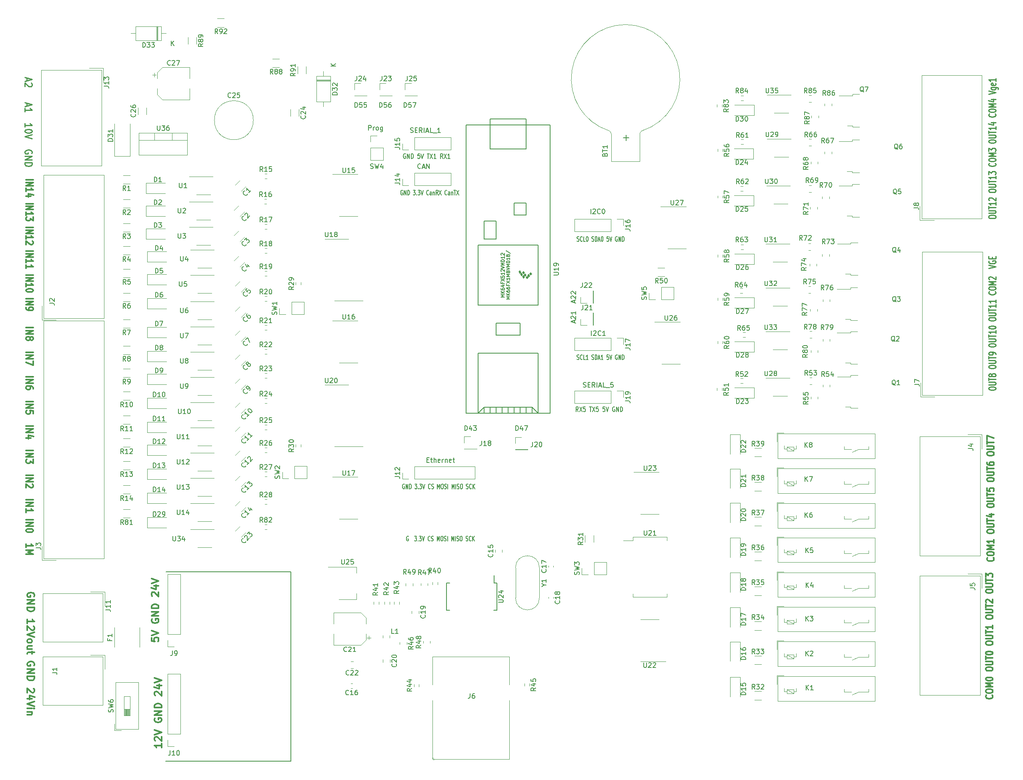
<source format=gto>
G04 #@! TF.GenerationSoftware,KiCad,Pcbnew,(5.1.7)-1*
G04 #@! TF.CreationDate,2022-10-24T17:50:45-04:00*
G04 #@! TF.ProjectId,plc_14in_14out,706c635f-3134-4696-9e5f-31346f75742e,rev?*
G04 #@! TF.SameCoordinates,Original*
G04 #@! TF.FileFunction,Legend,Top*
G04 #@! TF.FilePolarity,Positive*
%FSLAX46Y46*%
G04 Gerber Fmt 4.6, Leading zero omitted, Abs format (unit mm)*
G04 Created by KiCad (PCBNEW (5.1.7)-1) date 2022-10-24 17:50:45*
%MOMM*%
%LPD*%
G01*
G04 APERTURE LIST*
%ADD10C,0.150000*%
%ADD11C,0.200000*%
%ADD12C,0.175000*%
%ADD13C,0.250000*%
%ADD14C,0.300000*%
%ADD15C,0.120000*%
%ADD16C,0.100000*%
G04 APERTURE END LIST*
D10*
X88083238Y-33091380D02*
X88083238Y-32091380D01*
X88321333Y-32091380D01*
X88464190Y-32139000D01*
X88559428Y-32234238D01*
X88607047Y-32329476D01*
X88654666Y-32519952D01*
X88654666Y-32662809D01*
X88607047Y-32853285D01*
X88559428Y-32948523D01*
X88464190Y-33043761D01*
X88321333Y-33091380D01*
X88083238Y-33091380D01*
X89559428Y-32091380D02*
X89083238Y-32091380D01*
X89035619Y-32567571D01*
X89083238Y-32519952D01*
X89178476Y-32472333D01*
X89416571Y-32472333D01*
X89511809Y-32519952D01*
X89559428Y-32567571D01*
X89607047Y-32662809D01*
X89607047Y-32900904D01*
X89559428Y-32996142D01*
X89511809Y-33043761D01*
X89416571Y-33091380D01*
X89178476Y-33091380D01*
X89083238Y-33043761D01*
X89035619Y-32996142D01*
X90511809Y-32091380D02*
X90035619Y-32091380D01*
X89988000Y-32567571D01*
X90035619Y-32519952D01*
X90130857Y-32472333D01*
X90368952Y-32472333D01*
X90464190Y-32519952D01*
X90511809Y-32567571D01*
X90559428Y-32662809D01*
X90559428Y-32900904D01*
X90511809Y-32996142D01*
X90464190Y-33043761D01*
X90368952Y-33091380D01*
X90130857Y-33091380D01*
X90035619Y-33043761D01*
X89988000Y-32996142D01*
X93273714Y-33091380D02*
X93273714Y-32091380D01*
X93511809Y-32091380D01*
X93654666Y-32139000D01*
X93749904Y-32234238D01*
X93797523Y-32329476D01*
X93845142Y-32519952D01*
X93845142Y-32662809D01*
X93797523Y-32853285D01*
X93749904Y-32948523D01*
X93654666Y-33043761D01*
X93511809Y-33091380D01*
X93273714Y-33091380D01*
X94749904Y-32091380D02*
X94273714Y-32091380D01*
X94226095Y-32567571D01*
X94273714Y-32519952D01*
X94368952Y-32472333D01*
X94607047Y-32472333D01*
X94702285Y-32519952D01*
X94749904Y-32567571D01*
X94797523Y-32662809D01*
X94797523Y-32900904D01*
X94749904Y-32996142D01*
X94702285Y-33043761D01*
X94607047Y-33091380D01*
X94368952Y-33091380D01*
X94273714Y-33043761D01*
X94226095Y-32996142D01*
X95654666Y-32091380D02*
X95464190Y-32091380D01*
X95368952Y-32139000D01*
X95321333Y-32186619D01*
X95226095Y-32329476D01*
X95178476Y-32519952D01*
X95178476Y-32900904D01*
X95226095Y-32996142D01*
X95273714Y-33043761D01*
X95368952Y-33091380D01*
X95559428Y-33091380D01*
X95654666Y-33043761D01*
X95702285Y-32996142D01*
X95749904Y-32900904D01*
X95749904Y-32662809D01*
X95702285Y-32567571D01*
X95654666Y-32519952D01*
X95559428Y-32472333D01*
X95368952Y-32472333D01*
X95273714Y-32519952D01*
X95226095Y-32567571D01*
X95178476Y-32662809D01*
X98464190Y-33091380D02*
X98464190Y-32091380D01*
X98702285Y-32091380D01*
X98845142Y-32139000D01*
X98940380Y-32234238D01*
X98987999Y-32329476D01*
X99035619Y-32519952D01*
X99035619Y-32662809D01*
X98987999Y-32853285D01*
X98940380Y-32948523D01*
X98845142Y-33043761D01*
X98702285Y-33091380D01*
X98464190Y-33091380D01*
X99940380Y-32091380D02*
X99464190Y-32091380D01*
X99416571Y-32567571D01*
X99464190Y-32519952D01*
X99559428Y-32472333D01*
X99797523Y-32472333D01*
X99892761Y-32519952D01*
X99940380Y-32567571D01*
X99987999Y-32662809D01*
X99987999Y-32900904D01*
X99940380Y-32996142D01*
X99892761Y-33043761D01*
X99797523Y-33091380D01*
X99559428Y-33091380D01*
X99464190Y-33043761D01*
X99416571Y-32996142D01*
X100321333Y-32091380D02*
X100987999Y-32091380D01*
X100559428Y-33091380D01*
X122102714Y-101417380D02*
X122102714Y-100417380D01*
X122340809Y-100417380D01*
X122483666Y-100465000D01*
X122578904Y-100560238D01*
X122626523Y-100655476D01*
X122674142Y-100845952D01*
X122674142Y-100988809D01*
X122626523Y-101179285D01*
X122578904Y-101274523D01*
X122483666Y-101369761D01*
X122340809Y-101417380D01*
X122102714Y-101417380D01*
X123531285Y-100750714D02*
X123531285Y-101417380D01*
X123293190Y-100369761D02*
X123055095Y-101084047D01*
X123674142Y-101084047D01*
X123959857Y-100417380D02*
X124626523Y-100417380D01*
X124197952Y-101417380D01*
X111307714Y-101417380D02*
X111307714Y-100417380D01*
X111545809Y-100417380D01*
X111688666Y-100465000D01*
X111783904Y-100560238D01*
X111831523Y-100655476D01*
X111879142Y-100845952D01*
X111879142Y-100988809D01*
X111831523Y-101179285D01*
X111783904Y-101274523D01*
X111688666Y-101369761D01*
X111545809Y-101417380D01*
X111307714Y-101417380D01*
X112736285Y-100750714D02*
X112736285Y-101417380D01*
X112498190Y-100369761D02*
X112260095Y-101084047D01*
X112879142Y-101084047D01*
X113164857Y-100417380D02*
X113783904Y-100417380D01*
X113450571Y-100798333D01*
X113593428Y-100798333D01*
X113688666Y-100845952D01*
X113736285Y-100893571D01*
X113783904Y-100988809D01*
X113783904Y-101226904D01*
X113736285Y-101322142D01*
X113688666Y-101369761D01*
X113593428Y-101417380D01*
X113307714Y-101417380D01*
X113212476Y-101369761D01*
X113164857Y-101322142D01*
D11*
X134532666Y-78644333D02*
X134532666Y-78168142D01*
X134818380Y-78739571D02*
X133818380Y-78406238D01*
X134818380Y-78072904D01*
X133913619Y-77787190D02*
X133866000Y-77739571D01*
X133818380Y-77644333D01*
X133818380Y-77406238D01*
X133866000Y-77311000D01*
X133913619Y-77263380D01*
X134008857Y-77215761D01*
X134104095Y-77215761D01*
X134246952Y-77263380D01*
X134818380Y-77834809D01*
X134818380Y-77215761D01*
X134818380Y-76263380D02*
X134818380Y-76834809D01*
X134818380Y-76549095D02*
X133818380Y-76549095D01*
X133961238Y-76644333D01*
X134056476Y-76739571D01*
X134104095Y-76834809D01*
X134532666Y-74358619D02*
X134532666Y-73882428D01*
X134818380Y-74453857D02*
X133818380Y-74120523D01*
X134818380Y-73787190D01*
X133913619Y-73501476D02*
X133866000Y-73453857D01*
X133818380Y-73358619D01*
X133818380Y-73120523D01*
X133866000Y-73025285D01*
X133913619Y-72977666D01*
X134008857Y-72930047D01*
X134104095Y-72930047D01*
X134246952Y-72977666D01*
X134818380Y-73549095D01*
X134818380Y-72930047D01*
X133913619Y-72549095D02*
X133866000Y-72501476D01*
X133818380Y-72406238D01*
X133818380Y-72168142D01*
X133866000Y-72072904D01*
X133913619Y-72025285D01*
X134008857Y-71977666D01*
X134104095Y-71977666D01*
X134246952Y-72025285D01*
X134818380Y-72596714D01*
X134818380Y-71977666D01*
D12*
X135338142Y-97404880D02*
X135071476Y-96928690D01*
X134881000Y-97404880D02*
X134881000Y-96404880D01*
X135185761Y-96404880D01*
X135261952Y-96452500D01*
X135300047Y-96500119D01*
X135338142Y-96595357D01*
X135338142Y-96738214D01*
X135300047Y-96833452D01*
X135261952Y-96881071D01*
X135185761Y-96928690D01*
X134881000Y-96928690D01*
X135604809Y-96404880D02*
X136138142Y-97404880D01*
X136138142Y-96404880D02*
X135604809Y-97404880D01*
X136823857Y-96404880D02*
X136442904Y-96404880D01*
X136404809Y-96881071D01*
X136442904Y-96833452D01*
X136519095Y-96785833D01*
X136709571Y-96785833D01*
X136785761Y-96833452D01*
X136823857Y-96881071D01*
X136861952Y-96976309D01*
X136861952Y-97214404D01*
X136823857Y-97309642D01*
X136785761Y-97357261D01*
X136709571Y-97404880D01*
X136519095Y-97404880D01*
X136442904Y-97357261D01*
X136404809Y-97309642D01*
X137700047Y-96404880D02*
X138157190Y-96404880D01*
X137928619Y-97404880D02*
X137928619Y-96404880D01*
X138347666Y-96404880D02*
X138881000Y-97404880D01*
X138881000Y-96404880D02*
X138347666Y-97404880D01*
X139566714Y-96404880D02*
X139185761Y-96404880D01*
X139147666Y-96881071D01*
X139185761Y-96833452D01*
X139261952Y-96785833D01*
X139452428Y-96785833D01*
X139528619Y-96833452D01*
X139566714Y-96881071D01*
X139604809Y-96976309D01*
X139604809Y-97214404D01*
X139566714Y-97309642D01*
X139528619Y-97357261D01*
X139452428Y-97404880D01*
X139261952Y-97404880D01*
X139185761Y-97357261D01*
X139147666Y-97309642D01*
X140938142Y-96404880D02*
X140557190Y-96404880D01*
X140519095Y-96881071D01*
X140557190Y-96833452D01*
X140633380Y-96785833D01*
X140823857Y-96785833D01*
X140900047Y-96833452D01*
X140938142Y-96881071D01*
X140976238Y-96976309D01*
X140976238Y-97214404D01*
X140938142Y-97309642D01*
X140900047Y-97357261D01*
X140823857Y-97404880D01*
X140633380Y-97404880D01*
X140557190Y-97357261D01*
X140519095Y-97309642D01*
X141204809Y-96404880D02*
X141471476Y-97404880D01*
X141738142Y-96404880D01*
X143033380Y-96452500D02*
X142957190Y-96404880D01*
X142842904Y-96404880D01*
X142728619Y-96452500D01*
X142652428Y-96547738D01*
X142614333Y-96642976D01*
X142576238Y-96833452D01*
X142576238Y-96976309D01*
X142614333Y-97166785D01*
X142652428Y-97262023D01*
X142728619Y-97357261D01*
X142842904Y-97404880D01*
X142919095Y-97404880D01*
X143033380Y-97357261D01*
X143071476Y-97309642D01*
X143071476Y-96976309D01*
X142919095Y-96976309D01*
X143414333Y-97404880D02*
X143414333Y-96404880D01*
X143871476Y-97404880D01*
X143871476Y-96404880D01*
X144252428Y-97404880D02*
X144252428Y-96404880D01*
X144442904Y-96404880D01*
X144557190Y-96452500D01*
X144633380Y-96547738D01*
X144671476Y-96642976D01*
X144709571Y-96833452D01*
X144709571Y-96976309D01*
X144671476Y-97166785D01*
X144633380Y-97262023D01*
X144557190Y-97357261D01*
X144442904Y-97404880D01*
X144252428Y-97404880D01*
D10*
X135085000Y-86383761D02*
X135185000Y-86431380D01*
X135351666Y-86431380D01*
X135418333Y-86383761D01*
X135451666Y-86336142D01*
X135485000Y-86240904D01*
X135485000Y-86145666D01*
X135451666Y-86050428D01*
X135418333Y-86002809D01*
X135351666Y-85955190D01*
X135218333Y-85907571D01*
X135151666Y-85859952D01*
X135118333Y-85812333D01*
X135085000Y-85717095D01*
X135085000Y-85621857D01*
X135118333Y-85526619D01*
X135151666Y-85479000D01*
X135218333Y-85431380D01*
X135385000Y-85431380D01*
X135485000Y-85479000D01*
X136185000Y-86336142D02*
X136151666Y-86383761D01*
X136051666Y-86431380D01*
X135985000Y-86431380D01*
X135885000Y-86383761D01*
X135818333Y-86288523D01*
X135785000Y-86193285D01*
X135751666Y-86002809D01*
X135751666Y-85859952D01*
X135785000Y-85669476D01*
X135818333Y-85574238D01*
X135885000Y-85479000D01*
X135985000Y-85431380D01*
X136051666Y-85431380D01*
X136151666Y-85479000D01*
X136185000Y-85526619D01*
X136818333Y-86431380D02*
X136485000Y-86431380D01*
X136485000Y-85431380D01*
X137418333Y-86431380D02*
X137018333Y-86431380D01*
X137218333Y-86431380D02*
X137218333Y-85431380D01*
X137151666Y-85574238D01*
X137085000Y-85669476D01*
X137018333Y-85717095D01*
X138218333Y-86383761D02*
X138318333Y-86431380D01*
X138485000Y-86431380D01*
X138551666Y-86383761D01*
X138585000Y-86336142D01*
X138618333Y-86240904D01*
X138618333Y-86145666D01*
X138585000Y-86050428D01*
X138551666Y-86002809D01*
X138485000Y-85955190D01*
X138351666Y-85907571D01*
X138285000Y-85859952D01*
X138251666Y-85812333D01*
X138218333Y-85717095D01*
X138218333Y-85621857D01*
X138251666Y-85526619D01*
X138285000Y-85479000D01*
X138351666Y-85431380D01*
X138518333Y-85431380D01*
X138618333Y-85479000D01*
X138918333Y-86431380D02*
X138918333Y-85431380D01*
X139085000Y-85431380D01*
X139185000Y-85479000D01*
X139251666Y-85574238D01*
X139285000Y-85669476D01*
X139318333Y-85859952D01*
X139318333Y-86002809D01*
X139285000Y-86193285D01*
X139251666Y-86288523D01*
X139185000Y-86383761D01*
X139085000Y-86431380D01*
X138918333Y-86431380D01*
X139585000Y-86145666D02*
X139918333Y-86145666D01*
X139518333Y-86431380D02*
X139751666Y-85431380D01*
X139985000Y-86431380D01*
X140585000Y-86431380D02*
X140185000Y-86431380D01*
X140385000Y-86431380D02*
X140385000Y-85431380D01*
X140318333Y-85574238D01*
X140251666Y-85669476D01*
X140185000Y-85717095D01*
X141751666Y-85431380D02*
X141418333Y-85431380D01*
X141385000Y-85907571D01*
X141418333Y-85859952D01*
X141485000Y-85812333D01*
X141651666Y-85812333D01*
X141718333Y-85859952D01*
X141751666Y-85907571D01*
X141785000Y-86002809D01*
X141785000Y-86240904D01*
X141751666Y-86336142D01*
X141718333Y-86383761D01*
X141651666Y-86431380D01*
X141485000Y-86431380D01*
X141418333Y-86383761D01*
X141385000Y-86336142D01*
X141985000Y-85431380D02*
X142218333Y-86431380D01*
X142451666Y-85431380D01*
X143585000Y-85479000D02*
X143518333Y-85431380D01*
X143418333Y-85431380D01*
X143318333Y-85479000D01*
X143251666Y-85574238D01*
X143218333Y-85669476D01*
X143185000Y-85859952D01*
X143185000Y-86002809D01*
X143218333Y-86193285D01*
X143251666Y-86288523D01*
X143318333Y-86383761D01*
X143418333Y-86431380D01*
X143485000Y-86431380D01*
X143585000Y-86383761D01*
X143618333Y-86336142D01*
X143618333Y-86002809D01*
X143485000Y-86002809D01*
X143918333Y-86431380D02*
X143918333Y-85431380D01*
X144318333Y-86431380D01*
X144318333Y-85431380D01*
X144651666Y-86431380D02*
X144651666Y-85431380D01*
X144818333Y-85431380D01*
X144918333Y-85479000D01*
X144985000Y-85574238D01*
X145018333Y-85669476D01*
X145051666Y-85859952D01*
X145051666Y-86002809D01*
X145018333Y-86193285D01*
X144985000Y-86288523D01*
X144918333Y-86383761D01*
X144818333Y-86431380D01*
X144651666Y-86431380D01*
X135085000Y-61364761D02*
X135185000Y-61412380D01*
X135351666Y-61412380D01*
X135418333Y-61364761D01*
X135451666Y-61317142D01*
X135485000Y-61221904D01*
X135485000Y-61126666D01*
X135451666Y-61031428D01*
X135418333Y-60983809D01*
X135351666Y-60936190D01*
X135218333Y-60888571D01*
X135151666Y-60840952D01*
X135118333Y-60793333D01*
X135085000Y-60698095D01*
X135085000Y-60602857D01*
X135118333Y-60507619D01*
X135151666Y-60460000D01*
X135218333Y-60412380D01*
X135385000Y-60412380D01*
X135485000Y-60460000D01*
X136185000Y-61317142D02*
X136151666Y-61364761D01*
X136051666Y-61412380D01*
X135985000Y-61412380D01*
X135885000Y-61364761D01*
X135818333Y-61269523D01*
X135785000Y-61174285D01*
X135751666Y-60983809D01*
X135751666Y-60840952D01*
X135785000Y-60650476D01*
X135818333Y-60555238D01*
X135885000Y-60460000D01*
X135985000Y-60412380D01*
X136051666Y-60412380D01*
X136151666Y-60460000D01*
X136185000Y-60507619D01*
X136818333Y-61412380D02*
X136485000Y-61412380D01*
X136485000Y-60412380D01*
X137185000Y-60412380D02*
X137251666Y-60412380D01*
X137318333Y-60460000D01*
X137351666Y-60507619D01*
X137385000Y-60602857D01*
X137418333Y-60793333D01*
X137418333Y-61031428D01*
X137385000Y-61221904D01*
X137351666Y-61317142D01*
X137318333Y-61364761D01*
X137251666Y-61412380D01*
X137185000Y-61412380D01*
X137118333Y-61364761D01*
X137085000Y-61317142D01*
X137051666Y-61221904D01*
X137018333Y-61031428D01*
X137018333Y-60793333D01*
X137051666Y-60602857D01*
X137085000Y-60507619D01*
X137118333Y-60460000D01*
X137185000Y-60412380D01*
X138218333Y-61364761D02*
X138318333Y-61412380D01*
X138485000Y-61412380D01*
X138551666Y-61364761D01*
X138585000Y-61317142D01*
X138618333Y-61221904D01*
X138618333Y-61126666D01*
X138585000Y-61031428D01*
X138551666Y-60983809D01*
X138485000Y-60936190D01*
X138351666Y-60888571D01*
X138285000Y-60840952D01*
X138251666Y-60793333D01*
X138218333Y-60698095D01*
X138218333Y-60602857D01*
X138251666Y-60507619D01*
X138285000Y-60460000D01*
X138351666Y-60412380D01*
X138518333Y-60412380D01*
X138618333Y-60460000D01*
X138918333Y-61412380D02*
X138918333Y-60412380D01*
X139085000Y-60412380D01*
X139185000Y-60460000D01*
X139251666Y-60555238D01*
X139285000Y-60650476D01*
X139318333Y-60840952D01*
X139318333Y-60983809D01*
X139285000Y-61174285D01*
X139251666Y-61269523D01*
X139185000Y-61364761D01*
X139085000Y-61412380D01*
X138918333Y-61412380D01*
X139585000Y-61126666D02*
X139918333Y-61126666D01*
X139518333Y-61412380D02*
X139751666Y-60412380D01*
X139985000Y-61412380D01*
X140351666Y-60412380D02*
X140418333Y-60412380D01*
X140485000Y-60460000D01*
X140518333Y-60507619D01*
X140551666Y-60602857D01*
X140585000Y-60793333D01*
X140585000Y-61031428D01*
X140551666Y-61221904D01*
X140518333Y-61317142D01*
X140485000Y-61364761D01*
X140418333Y-61412380D01*
X140351666Y-61412380D01*
X140285000Y-61364761D01*
X140251666Y-61317142D01*
X140218333Y-61221904D01*
X140185000Y-61031428D01*
X140185000Y-60793333D01*
X140218333Y-60602857D01*
X140251666Y-60507619D01*
X140285000Y-60460000D01*
X140351666Y-60412380D01*
X141751666Y-60412380D02*
X141418333Y-60412380D01*
X141385000Y-60888571D01*
X141418333Y-60840952D01*
X141485000Y-60793333D01*
X141651666Y-60793333D01*
X141718333Y-60840952D01*
X141751666Y-60888571D01*
X141785000Y-60983809D01*
X141785000Y-61221904D01*
X141751666Y-61317142D01*
X141718333Y-61364761D01*
X141651666Y-61412380D01*
X141485000Y-61412380D01*
X141418333Y-61364761D01*
X141385000Y-61317142D01*
X141985000Y-60412380D02*
X142218333Y-61412380D01*
X142451666Y-60412380D01*
X143585000Y-60460000D02*
X143518333Y-60412380D01*
X143418333Y-60412380D01*
X143318333Y-60460000D01*
X143251666Y-60555238D01*
X143218333Y-60650476D01*
X143185000Y-60840952D01*
X143185000Y-60983809D01*
X143218333Y-61174285D01*
X143251666Y-61269523D01*
X143318333Y-61364761D01*
X143418333Y-61412380D01*
X143485000Y-61412380D01*
X143585000Y-61364761D01*
X143618333Y-61317142D01*
X143618333Y-60983809D01*
X143485000Y-60983809D01*
X143918333Y-61412380D02*
X143918333Y-60412380D01*
X144318333Y-61412380D01*
X144318333Y-60412380D01*
X144651666Y-61412380D02*
X144651666Y-60412380D01*
X144818333Y-60412380D01*
X144918333Y-60460000D01*
X144985000Y-60555238D01*
X145018333Y-60650476D01*
X145051666Y-60840952D01*
X145051666Y-60983809D01*
X145018333Y-61174285D01*
X144985000Y-61269523D01*
X144918333Y-61364761D01*
X144818333Y-61412380D01*
X144651666Y-61412380D01*
X98169333Y-50681000D02*
X98102666Y-50633380D01*
X98002666Y-50633380D01*
X97902666Y-50681000D01*
X97836000Y-50776238D01*
X97802666Y-50871476D01*
X97769333Y-51061952D01*
X97769333Y-51204809D01*
X97802666Y-51395285D01*
X97836000Y-51490523D01*
X97902666Y-51585761D01*
X98002666Y-51633380D01*
X98069333Y-51633380D01*
X98169333Y-51585761D01*
X98202666Y-51538142D01*
X98202666Y-51204809D01*
X98069333Y-51204809D01*
X98502666Y-51633380D02*
X98502666Y-50633380D01*
X98902666Y-51633380D01*
X98902666Y-50633380D01*
X99236000Y-51633380D02*
X99236000Y-50633380D01*
X99402666Y-50633380D01*
X99502666Y-50681000D01*
X99569333Y-50776238D01*
X99602666Y-50871476D01*
X99636000Y-51061952D01*
X99636000Y-51204809D01*
X99602666Y-51395285D01*
X99569333Y-51490523D01*
X99502666Y-51585761D01*
X99402666Y-51633380D01*
X99236000Y-51633380D01*
X100402666Y-50633380D02*
X100836000Y-50633380D01*
X100602666Y-51014333D01*
X100702666Y-51014333D01*
X100769333Y-51061952D01*
X100802666Y-51109571D01*
X100836000Y-51204809D01*
X100836000Y-51442904D01*
X100802666Y-51538142D01*
X100769333Y-51585761D01*
X100702666Y-51633380D01*
X100502666Y-51633380D01*
X100436000Y-51585761D01*
X100402666Y-51538142D01*
X101136000Y-51538142D02*
X101169333Y-51585761D01*
X101136000Y-51633380D01*
X101102666Y-51585761D01*
X101136000Y-51538142D01*
X101136000Y-51633380D01*
X101402666Y-50633380D02*
X101836000Y-50633380D01*
X101602666Y-51014333D01*
X101702666Y-51014333D01*
X101769333Y-51061952D01*
X101802666Y-51109571D01*
X101836000Y-51204809D01*
X101836000Y-51442904D01*
X101802666Y-51538142D01*
X101769333Y-51585761D01*
X101702666Y-51633380D01*
X101502666Y-51633380D01*
X101436000Y-51585761D01*
X101402666Y-51538142D01*
X102036000Y-50633380D02*
X102269333Y-51633380D01*
X102502666Y-50633380D01*
X103669333Y-51538142D02*
X103636000Y-51585761D01*
X103536000Y-51633380D01*
X103469333Y-51633380D01*
X103369333Y-51585761D01*
X103302666Y-51490523D01*
X103269333Y-51395285D01*
X103236000Y-51204809D01*
X103236000Y-51061952D01*
X103269333Y-50871476D01*
X103302666Y-50776238D01*
X103369333Y-50681000D01*
X103469333Y-50633380D01*
X103536000Y-50633380D01*
X103636000Y-50681000D01*
X103669333Y-50728619D01*
X104269333Y-51633380D02*
X104269333Y-51109571D01*
X104236000Y-51014333D01*
X104169333Y-50966714D01*
X104036000Y-50966714D01*
X103969333Y-51014333D01*
X104269333Y-51585761D02*
X104202666Y-51633380D01*
X104036000Y-51633380D01*
X103969333Y-51585761D01*
X103936000Y-51490523D01*
X103936000Y-51395285D01*
X103969333Y-51300047D01*
X104036000Y-51252428D01*
X104202666Y-51252428D01*
X104269333Y-51204809D01*
X104602666Y-50966714D02*
X104602666Y-51633380D01*
X104602666Y-51061952D02*
X104636000Y-51014333D01*
X104702666Y-50966714D01*
X104802666Y-50966714D01*
X104869333Y-51014333D01*
X104902666Y-51109571D01*
X104902666Y-51633380D01*
X105636000Y-51633380D02*
X105402666Y-51157190D01*
X105236000Y-51633380D02*
X105236000Y-50633380D01*
X105502666Y-50633380D01*
X105569333Y-50681000D01*
X105602666Y-50728619D01*
X105636000Y-50823857D01*
X105636000Y-50966714D01*
X105602666Y-51061952D01*
X105569333Y-51109571D01*
X105502666Y-51157190D01*
X105236000Y-51157190D01*
X105869333Y-50633380D02*
X106336000Y-51633380D01*
X106336000Y-50633380D02*
X105869333Y-51633380D01*
X107536000Y-51538142D02*
X107502666Y-51585761D01*
X107402666Y-51633380D01*
X107336000Y-51633380D01*
X107236000Y-51585761D01*
X107169333Y-51490523D01*
X107136000Y-51395285D01*
X107102666Y-51204809D01*
X107102666Y-51061952D01*
X107136000Y-50871476D01*
X107169333Y-50776238D01*
X107236000Y-50681000D01*
X107336000Y-50633380D01*
X107402666Y-50633380D01*
X107502666Y-50681000D01*
X107536000Y-50728619D01*
X108136000Y-51633380D02*
X108136000Y-51109571D01*
X108102666Y-51014333D01*
X108036000Y-50966714D01*
X107902666Y-50966714D01*
X107836000Y-51014333D01*
X108136000Y-51585761D02*
X108069333Y-51633380D01*
X107902666Y-51633380D01*
X107836000Y-51585761D01*
X107802666Y-51490523D01*
X107802666Y-51395285D01*
X107836000Y-51300047D01*
X107902666Y-51252428D01*
X108069333Y-51252428D01*
X108136000Y-51204809D01*
X108469333Y-50966714D02*
X108469333Y-51633380D01*
X108469333Y-51061952D02*
X108502666Y-51014333D01*
X108569333Y-50966714D01*
X108669333Y-50966714D01*
X108736000Y-51014333D01*
X108769333Y-51109571D01*
X108769333Y-51633380D01*
X109002666Y-50633380D02*
X109402666Y-50633380D01*
X109202666Y-51633380D02*
X109202666Y-50633380D01*
X109569333Y-50633380D02*
X110036000Y-51633380D01*
X110036000Y-50633380D02*
X109569333Y-51633380D01*
X98774809Y-42934000D02*
X98698619Y-42886380D01*
X98584333Y-42886380D01*
X98470047Y-42934000D01*
X98393857Y-43029238D01*
X98355761Y-43124476D01*
X98317666Y-43314952D01*
X98317666Y-43457809D01*
X98355761Y-43648285D01*
X98393857Y-43743523D01*
X98470047Y-43838761D01*
X98584333Y-43886380D01*
X98660523Y-43886380D01*
X98774809Y-43838761D01*
X98812904Y-43791142D01*
X98812904Y-43457809D01*
X98660523Y-43457809D01*
X99155761Y-43886380D02*
X99155761Y-42886380D01*
X99612904Y-43886380D01*
X99612904Y-42886380D01*
X99993857Y-43886380D02*
X99993857Y-42886380D01*
X100184333Y-42886380D01*
X100298619Y-42934000D01*
X100374809Y-43029238D01*
X100412904Y-43124476D01*
X100451000Y-43314952D01*
X100451000Y-43457809D01*
X100412904Y-43648285D01*
X100374809Y-43743523D01*
X100298619Y-43838761D01*
X100184333Y-43886380D01*
X99993857Y-43886380D01*
X101784333Y-42886380D02*
X101403380Y-42886380D01*
X101365285Y-43362571D01*
X101403380Y-43314952D01*
X101479571Y-43267333D01*
X101670047Y-43267333D01*
X101746238Y-43314952D01*
X101784333Y-43362571D01*
X101822428Y-43457809D01*
X101822428Y-43695904D01*
X101784333Y-43791142D01*
X101746238Y-43838761D01*
X101670047Y-43886380D01*
X101479571Y-43886380D01*
X101403380Y-43838761D01*
X101365285Y-43791142D01*
X102051000Y-42886380D02*
X102317666Y-43886380D01*
X102584333Y-42886380D01*
X103346238Y-42886380D02*
X103803380Y-42886380D01*
X103574809Y-43886380D02*
X103574809Y-42886380D01*
X103993857Y-42886380D02*
X104527190Y-43886380D01*
X104527190Y-42886380D02*
X103993857Y-43886380D01*
X105251000Y-43886380D02*
X104793857Y-43886380D01*
X105022428Y-43886380D02*
X105022428Y-42886380D01*
X104946238Y-43029238D01*
X104870047Y-43124476D01*
X104793857Y-43172095D01*
X106660523Y-43886380D02*
X106393857Y-43410190D01*
X106203380Y-43886380D02*
X106203380Y-42886380D01*
X106508142Y-42886380D01*
X106584333Y-42934000D01*
X106622428Y-42981619D01*
X106660523Y-43076857D01*
X106660523Y-43219714D01*
X106622428Y-43314952D01*
X106584333Y-43362571D01*
X106508142Y-43410190D01*
X106203380Y-43410190D01*
X106927190Y-42886380D02*
X107460523Y-43886380D01*
X107460523Y-42886380D02*
X106927190Y-43886380D01*
X108184333Y-43886380D02*
X107727190Y-43886380D01*
X107955761Y-43886380D02*
X107955761Y-42886380D01*
X107879571Y-43029238D01*
X107803380Y-43124476D01*
X107727190Y-43172095D01*
X98541000Y-112784000D02*
X98474333Y-112736380D01*
X98374333Y-112736380D01*
X98274333Y-112784000D01*
X98207666Y-112879238D01*
X98174333Y-112974476D01*
X98141000Y-113164952D01*
X98141000Y-113307809D01*
X98174333Y-113498285D01*
X98207666Y-113593523D01*
X98274333Y-113688761D01*
X98374333Y-113736380D01*
X98441000Y-113736380D01*
X98541000Y-113688761D01*
X98574333Y-113641142D01*
X98574333Y-113307809D01*
X98441000Y-113307809D01*
X98874333Y-113736380D02*
X98874333Y-112736380D01*
X99274333Y-113736380D01*
X99274333Y-112736380D01*
X99607666Y-113736380D02*
X99607666Y-112736380D01*
X99774333Y-112736380D01*
X99874333Y-112784000D01*
X99941000Y-112879238D01*
X99974333Y-112974476D01*
X100007666Y-113164952D01*
X100007666Y-113307809D01*
X99974333Y-113498285D01*
X99941000Y-113593523D01*
X99874333Y-113688761D01*
X99774333Y-113736380D01*
X99607666Y-113736380D01*
X100774333Y-112736380D02*
X101207666Y-112736380D01*
X100974333Y-113117333D01*
X101074333Y-113117333D01*
X101141000Y-113164952D01*
X101174333Y-113212571D01*
X101207666Y-113307809D01*
X101207666Y-113545904D01*
X101174333Y-113641142D01*
X101141000Y-113688761D01*
X101074333Y-113736380D01*
X100874333Y-113736380D01*
X100807666Y-113688761D01*
X100774333Y-113641142D01*
X101507666Y-113641142D02*
X101541000Y-113688761D01*
X101507666Y-113736380D01*
X101474333Y-113688761D01*
X101507666Y-113641142D01*
X101507666Y-113736380D01*
X101774333Y-112736380D02*
X102207666Y-112736380D01*
X101974333Y-113117333D01*
X102074333Y-113117333D01*
X102141000Y-113164952D01*
X102174333Y-113212571D01*
X102207666Y-113307809D01*
X102207666Y-113545904D01*
X102174333Y-113641142D01*
X102141000Y-113688761D01*
X102074333Y-113736380D01*
X101874333Y-113736380D01*
X101807666Y-113688761D01*
X101774333Y-113641142D01*
X102407666Y-112736380D02*
X102641000Y-113736380D01*
X102874333Y-112736380D01*
X104041000Y-113641142D02*
X104007666Y-113688761D01*
X103907666Y-113736380D01*
X103841000Y-113736380D01*
X103741000Y-113688761D01*
X103674333Y-113593523D01*
X103641000Y-113498285D01*
X103607666Y-113307809D01*
X103607666Y-113164952D01*
X103641000Y-112974476D01*
X103674333Y-112879238D01*
X103741000Y-112784000D01*
X103841000Y-112736380D01*
X103907666Y-112736380D01*
X104007666Y-112784000D01*
X104041000Y-112831619D01*
X104307666Y-113688761D02*
X104407666Y-113736380D01*
X104574333Y-113736380D01*
X104641000Y-113688761D01*
X104674333Y-113641142D01*
X104707666Y-113545904D01*
X104707666Y-113450666D01*
X104674333Y-113355428D01*
X104641000Y-113307809D01*
X104574333Y-113260190D01*
X104441000Y-113212571D01*
X104374333Y-113164952D01*
X104341000Y-113117333D01*
X104307666Y-113022095D01*
X104307666Y-112926857D01*
X104341000Y-112831619D01*
X104374333Y-112784000D01*
X104441000Y-112736380D01*
X104607666Y-112736380D01*
X104707666Y-112784000D01*
X105541000Y-113736380D02*
X105541000Y-112736380D01*
X105774333Y-113450666D01*
X106007666Y-112736380D01*
X106007666Y-113736380D01*
X106474333Y-112736380D02*
X106607666Y-112736380D01*
X106674333Y-112784000D01*
X106741000Y-112879238D01*
X106774333Y-113069714D01*
X106774333Y-113403047D01*
X106741000Y-113593523D01*
X106674333Y-113688761D01*
X106607666Y-113736380D01*
X106474333Y-113736380D01*
X106407666Y-113688761D01*
X106341000Y-113593523D01*
X106307666Y-113403047D01*
X106307666Y-113069714D01*
X106341000Y-112879238D01*
X106407666Y-112784000D01*
X106474333Y-112736380D01*
X107041000Y-113688761D02*
X107141000Y-113736380D01*
X107307666Y-113736380D01*
X107374333Y-113688761D01*
X107407666Y-113641142D01*
X107441000Y-113545904D01*
X107441000Y-113450666D01*
X107407666Y-113355428D01*
X107374333Y-113307809D01*
X107307666Y-113260190D01*
X107174333Y-113212571D01*
X107107666Y-113164952D01*
X107074333Y-113117333D01*
X107041000Y-113022095D01*
X107041000Y-112926857D01*
X107074333Y-112831619D01*
X107107666Y-112784000D01*
X107174333Y-112736380D01*
X107341000Y-112736380D01*
X107441000Y-112784000D01*
X107741000Y-113736380D02*
X107741000Y-112736380D01*
X108607666Y-113736380D02*
X108607666Y-112736380D01*
X108841000Y-113450666D01*
X109074333Y-112736380D01*
X109074333Y-113736380D01*
X109407666Y-113736380D02*
X109407666Y-112736380D01*
X109707666Y-113688761D02*
X109807666Y-113736380D01*
X109974333Y-113736380D01*
X110041000Y-113688761D01*
X110074333Y-113641142D01*
X110107666Y-113545904D01*
X110107666Y-113450666D01*
X110074333Y-113355428D01*
X110041000Y-113307809D01*
X109974333Y-113260190D01*
X109841000Y-113212571D01*
X109774333Y-113164952D01*
X109741000Y-113117333D01*
X109707666Y-113022095D01*
X109707666Y-112926857D01*
X109741000Y-112831619D01*
X109774333Y-112784000D01*
X109841000Y-112736380D01*
X110007666Y-112736380D01*
X110107666Y-112784000D01*
X110541000Y-112736380D02*
X110674333Y-112736380D01*
X110741000Y-112784000D01*
X110807666Y-112879238D01*
X110841000Y-113069714D01*
X110841000Y-113403047D01*
X110807666Y-113593523D01*
X110741000Y-113688761D01*
X110674333Y-113736380D01*
X110541000Y-113736380D01*
X110474333Y-113688761D01*
X110407666Y-113593523D01*
X110374333Y-113403047D01*
X110374333Y-113069714D01*
X110407666Y-112879238D01*
X110474333Y-112784000D01*
X110541000Y-112736380D01*
X111641000Y-113688761D02*
X111741000Y-113736380D01*
X111907666Y-113736380D01*
X111974333Y-113688761D01*
X112007666Y-113641142D01*
X112041000Y-113545904D01*
X112041000Y-113450666D01*
X112007666Y-113355428D01*
X111974333Y-113307809D01*
X111907666Y-113260190D01*
X111774333Y-113212571D01*
X111707666Y-113164952D01*
X111674333Y-113117333D01*
X111641000Y-113022095D01*
X111641000Y-112926857D01*
X111674333Y-112831619D01*
X111707666Y-112784000D01*
X111774333Y-112736380D01*
X111941000Y-112736380D01*
X112041000Y-112784000D01*
X112741000Y-113641142D02*
X112707666Y-113688761D01*
X112607666Y-113736380D01*
X112541000Y-113736380D01*
X112441000Y-113688761D01*
X112374333Y-113593523D01*
X112341000Y-113498285D01*
X112307666Y-113307809D01*
X112307666Y-113164952D01*
X112341000Y-112974476D01*
X112374333Y-112879238D01*
X112441000Y-112784000D01*
X112541000Y-112736380D01*
X112607666Y-112736380D01*
X112707666Y-112784000D01*
X112741000Y-112831619D01*
X113041000Y-113736380D02*
X113041000Y-112736380D01*
X113441000Y-113736380D02*
X113141000Y-113164952D01*
X113441000Y-112736380D02*
X113041000Y-113307809D01*
D13*
X18673000Y-26847380D02*
X18673000Y-27466428D01*
X18244428Y-26723571D02*
X19744428Y-27156904D01*
X18244428Y-27590238D01*
X19601571Y-27961666D02*
X19673000Y-28023571D01*
X19744428Y-28147380D01*
X19744428Y-28456904D01*
X19673000Y-28580714D01*
X19601571Y-28642619D01*
X19458714Y-28704523D01*
X19315857Y-28704523D01*
X19101571Y-28642619D01*
X18244428Y-27899761D01*
X18244428Y-28704523D01*
X18673000Y-32171190D02*
X18673000Y-32790238D01*
X18244428Y-32047380D02*
X19744428Y-32480714D01*
X18244428Y-32914047D01*
X18244428Y-34028333D02*
X18244428Y-33285476D01*
X18244428Y-33656904D02*
X19744428Y-33656904D01*
X19530142Y-33533095D01*
X19387285Y-33409285D01*
X19315857Y-33285476D01*
X18244428Y-37247380D02*
X18244428Y-36504523D01*
X18244428Y-36875952D02*
X19744428Y-36875952D01*
X19530142Y-36752142D01*
X19387285Y-36628333D01*
X19315857Y-36504523D01*
X19744428Y-38052142D02*
X19744428Y-38175952D01*
X19673000Y-38299761D01*
X19601571Y-38361666D01*
X19458714Y-38423571D01*
X19173000Y-38485476D01*
X18815857Y-38485476D01*
X18530142Y-38423571D01*
X18387285Y-38361666D01*
X18315857Y-38299761D01*
X18244428Y-38175952D01*
X18244428Y-38052142D01*
X18315857Y-37928333D01*
X18387285Y-37866428D01*
X18530142Y-37804523D01*
X18815857Y-37742619D01*
X19173000Y-37742619D01*
X19458714Y-37804523D01*
X19601571Y-37866428D01*
X19673000Y-37928333D01*
X19744428Y-38052142D01*
X19744428Y-38856904D02*
X18244428Y-39290238D01*
X19744428Y-39723571D01*
X19673000Y-42818809D02*
X19744428Y-42695000D01*
X19744428Y-42509285D01*
X19673000Y-42323571D01*
X19530142Y-42199761D01*
X19387285Y-42137857D01*
X19101571Y-42075952D01*
X18887285Y-42075952D01*
X18601571Y-42137857D01*
X18458714Y-42199761D01*
X18315857Y-42323571D01*
X18244428Y-42509285D01*
X18244428Y-42633095D01*
X18315857Y-42818809D01*
X18387285Y-42880714D01*
X18887285Y-42880714D01*
X18887285Y-42633095D01*
X18244428Y-43437857D02*
X19744428Y-43437857D01*
X18244428Y-44180714D01*
X19744428Y-44180714D01*
X18244428Y-44799761D02*
X19744428Y-44799761D01*
X19744428Y-45109285D01*
X19673000Y-45295000D01*
X19530142Y-45418809D01*
X19387285Y-45480714D01*
X19101571Y-45542619D01*
X18887285Y-45542619D01*
X18601571Y-45480714D01*
X18458714Y-45418809D01*
X18315857Y-45295000D01*
X18244428Y-45109285D01*
X18244428Y-44799761D01*
D12*
X99372000Y-123833000D02*
X99305333Y-123785380D01*
X99205333Y-123785380D01*
X99105333Y-123833000D01*
X99038666Y-123928238D01*
X99005333Y-124023476D01*
X98972000Y-124213952D01*
X98972000Y-124356809D01*
X99005333Y-124547285D01*
X99038666Y-124642523D01*
X99105333Y-124737761D01*
X99205333Y-124785380D01*
X99272000Y-124785380D01*
X99372000Y-124737761D01*
X99405333Y-124690142D01*
X99405333Y-124356809D01*
X99272000Y-124356809D01*
X100705333Y-123785380D02*
X101138666Y-123785380D01*
X100905333Y-124166333D01*
X101005333Y-124166333D01*
X101072000Y-124213952D01*
X101105333Y-124261571D01*
X101138666Y-124356809D01*
X101138666Y-124594904D01*
X101105333Y-124690142D01*
X101072000Y-124737761D01*
X101005333Y-124785380D01*
X100805333Y-124785380D01*
X100738666Y-124737761D01*
X100705333Y-124690142D01*
X101438666Y-124690142D02*
X101472000Y-124737761D01*
X101438666Y-124785380D01*
X101405333Y-124737761D01*
X101438666Y-124690142D01*
X101438666Y-124785380D01*
X101705333Y-123785380D02*
X102138666Y-123785380D01*
X101905333Y-124166333D01*
X102005333Y-124166333D01*
X102072000Y-124213952D01*
X102105333Y-124261571D01*
X102138666Y-124356809D01*
X102138666Y-124594904D01*
X102105333Y-124690142D01*
X102072000Y-124737761D01*
X102005333Y-124785380D01*
X101805333Y-124785380D01*
X101738666Y-124737761D01*
X101705333Y-124690142D01*
X102338666Y-123785380D02*
X102572000Y-124785380D01*
X102805333Y-123785380D01*
X103972000Y-124690142D02*
X103938666Y-124737761D01*
X103838666Y-124785380D01*
X103772000Y-124785380D01*
X103672000Y-124737761D01*
X103605333Y-124642523D01*
X103572000Y-124547285D01*
X103538666Y-124356809D01*
X103538666Y-124213952D01*
X103572000Y-124023476D01*
X103605333Y-123928238D01*
X103672000Y-123833000D01*
X103772000Y-123785380D01*
X103838666Y-123785380D01*
X103938666Y-123833000D01*
X103972000Y-123880619D01*
X104238666Y-124737761D02*
X104338666Y-124785380D01*
X104505333Y-124785380D01*
X104572000Y-124737761D01*
X104605333Y-124690142D01*
X104638666Y-124594904D01*
X104638666Y-124499666D01*
X104605333Y-124404428D01*
X104572000Y-124356809D01*
X104505333Y-124309190D01*
X104372000Y-124261571D01*
X104305333Y-124213952D01*
X104272000Y-124166333D01*
X104238666Y-124071095D01*
X104238666Y-123975857D01*
X104272000Y-123880619D01*
X104305333Y-123833000D01*
X104372000Y-123785380D01*
X104538666Y-123785380D01*
X104638666Y-123833000D01*
X105472000Y-124785380D02*
X105472000Y-123785380D01*
X105705333Y-124499666D01*
X105938666Y-123785380D01*
X105938666Y-124785380D01*
X106405333Y-123785380D02*
X106538666Y-123785380D01*
X106605333Y-123833000D01*
X106672000Y-123928238D01*
X106705333Y-124118714D01*
X106705333Y-124452047D01*
X106672000Y-124642523D01*
X106605333Y-124737761D01*
X106538666Y-124785380D01*
X106405333Y-124785380D01*
X106338666Y-124737761D01*
X106272000Y-124642523D01*
X106238666Y-124452047D01*
X106238666Y-124118714D01*
X106272000Y-123928238D01*
X106338666Y-123833000D01*
X106405333Y-123785380D01*
X106972000Y-124737761D02*
X107072000Y-124785380D01*
X107238666Y-124785380D01*
X107305333Y-124737761D01*
X107338666Y-124690142D01*
X107372000Y-124594904D01*
X107372000Y-124499666D01*
X107338666Y-124404428D01*
X107305333Y-124356809D01*
X107238666Y-124309190D01*
X107105333Y-124261571D01*
X107038666Y-124213952D01*
X107005333Y-124166333D01*
X106972000Y-124071095D01*
X106972000Y-123975857D01*
X107005333Y-123880619D01*
X107038666Y-123833000D01*
X107105333Y-123785380D01*
X107272000Y-123785380D01*
X107372000Y-123833000D01*
X107672000Y-124785380D02*
X107672000Y-123785380D01*
X108538666Y-124785380D02*
X108538666Y-123785380D01*
X108772000Y-124499666D01*
X109005333Y-123785380D01*
X109005333Y-124785380D01*
X109338666Y-124785380D02*
X109338666Y-123785380D01*
X109638666Y-124737761D02*
X109738666Y-124785380D01*
X109905333Y-124785380D01*
X109972000Y-124737761D01*
X110005333Y-124690142D01*
X110038666Y-124594904D01*
X110038666Y-124499666D01*
X110005333Y-124404428D01*
X109972000Y-124356809D01*
X109905333Y-124309190D01*
X109772000Y-124261571D01*
X109705333Y-124213952D01*
X109672000Y-124166333D01*
X109638666Y-124071095D01*
X109638666Y-123975857D01*
X109672000Y-123880619D01*
X109705333Y-123833000D01*
X109772000Y-123785380D01*
X109938666Y-123785380D01*
X110038666Y-123833000D01*
X110472000Y-123785380D02*
X110605333Y-123785380D01*
X110672000Y-123833000D01*
X110738666Y-123928238D01*
X110772000Y-124118714D01*
X110772000Y-124452047D01*
X110738666Y-124642523D01*
X110672000Y-124737761D01*
X110605333Y-124785380D01*
X110472000Y-124785380D01*
X110405333Y-124737761D01*
X110338666Y-124642523D01*
X110305333Y-124452047D01*
X110305333Y-124118714D01*
X110338666Y-123928238D01*
X110405333Y-123833000D01*
X110472000Y-123785380D01*
X111572000Y-124737761D02*
X111672000Y-124785380D01*
X111838666Y-124785380D01*
X111905333Y-124737761D01*
X111938666Y-124690142D01*
X111972000Y-124594904D01*
X111972000Y-124499666D01*
X111938666Y-124404428D01*
X111905333Y-124356809D01*
X111838666Y-124309190D01*
X111705333Y-124261571D01*
X111638666Y-124213952D01*
X111605333Y-124166333D01*
X111572000Y-124071095D01*
X111572000Y-123975857D01*
X111605333Y-123880619D01*
X111638666Y-123833000D01*
X111705333Y-123785380D01*
X111872000Y-123785380D01*
X111972000Y-123833000D01*
X112672000Y-124690142D02*
X112638666Y-124737761D01*
X112538666Y-124785380D01*
X112472000Y-124785380D01*
X112372000Y-124737761D01*
X112305333Y-124642523D01*
X112272000Y-124547285D01*
X112238666Y-124356809D01*
X112238666Y-124213952D01*
X112272000Y-124023476D01*
X112305333Y-123928238D01*
X112372000Y-123833000D01*
X112472000Y-123785380D01*
X112538666Y-123785380D01*
X112638666Y-123833000D01*
X112672000Y-123880619D01*
X112972000Y-124785380D02*
X112972000Y-123785380D01*
X113372000Y-124785380D02*
X113072000Y-124213952D01*
X113372000Y-123785380D02*
X112972000Y-124356809D01*
D14*
X47160571Y-167591571D02*
X47160571Y-168448714D01*
X47160571Y-168020142D02*
X45660571Y-168020142D01*
X45874857Y-168163000D01*
X46017714Y-168305857D01*
X46089142Y-168448714D01*
X45803428Y-167020142D02*
X45732000Y-166948714D01*
X45660571Y-166805857D01*
X45660571Y-166448714D01*
X45732000Y-166305857D01*
X45803428Y-166234428D01*
X45946285Y-166163000D01*
X46089142Y-166163000D01*
X46303428Y-166234428D01*
X47160571Y-167091571D01*
X47160571Y-166163000D01*
X45660571Y-165734428D02*
X47160571Y-165234428D01*
X45660571Y-164734428D01*
X45732000Y-162305857D02*
X45660571Y-162448714D01*
X45660571Y-162663000D01*
X45732000Y-162877285D01*
X45874857Y-163020142D01*
X46017714Y-163091571D01*
X46303428Y-163163000D01*
X46517714Y-163163000D01*
X46803428Y-163091571D01*
X46946285Y-163020142D01*
X47089142Y-162877285D01*
X47160571Y-162663000D01*
X47160571Y-162520142D01*
X47089142Y-162305857D01*
X47017714Y-162234428D01*
X46517714Y-162234428D01*
X46517714Y-162520142D01*
X47160571Y-161591571D02*
X45660571Y-161591571D01*
X47160571Y-160734428D01*
X45660571Y-160734428D01*
X47160571Y-160020142D02*
X45660571Y-160020142D01*
X45660571Y-159663000D01*
X45732000Y-159448714D01*
X45874857Y-159305857D01*
X46017714Y-159234428D01*
X46303428Y-159163000D01*
X46517714Y-159163000D01*
X46803428Y-159234428D01*
X46946285Y-159305857D01*
X47089142Y-159448714D01*
X47160571Y-159663000D01*
X47160571Y-160020142D01*
X45803428Y-157448714D02*
X45732000Y-157377285D01*
X45660571Y-157234428D01*
X45660571Y-156877285D01*
X45732000Y-156734428D01*
X45803428Y-156663000D01*
X45946285Y-156591571D01*
X46089142Y-156591571D01*
X46303428Y-156663000D01*
X47160571Y-157520142D01*
X47160571Y-156591571D01*
X46160571Y-155305857D02*
X47160571Y-155305857D01*
X45589142Y-155663000D02*
X46660571Y-156020142D01*
X46660571Y-155091571D01*
X45660571Y-154734428D02*
X47160571Y-154234428D01*
X45660571Y-153734428D01*
X45025571Y-145231714D02*
X45025571Y-145946000D01*
X45739857Y-146017428D01*
X45668428Y-145946000D01*
X45597000Y-145803142D01*
X45597000Y-145446000D01*
X45668428Y-145303142D01*
X45739857Y-145231714D01*
X45882714Y-145160285D01*
X46239857Y-145160285D01*
X46382714Y-145231714D01*
X46454142Y-145303142D01*
X46525571Y-145446000D01*
X46525571Y-145803142D01*
X46454142Y-145946000D01*
X46382714Y-146017428D01*
X45025571Y-144731714D02*
X46525571Y-144231714D01*
X45025571Y-143731714D01*
X45097000Y-141303142D02*
X45025571Y-141446000D01*
X45025571Y-141660285D01*
X45097000Y-141874571D01*
X45239857Y-142017428D01*
X45382714Y-142088857D01*
X45668428Y-142160285D01*
X45882714Y-142160285D01*
X46168428Y-142088857D01*
X46311285Y-142017428D01*
X46454142Y-141874571D01*
X46525571Y-141660285D01*
X46525571Y-141517428D01*
X46454142Y-141303142D01*
X46382714Y-141231714D01*
X45882714Y-141231714D01*
X45882714Y-141517428D01*
X46525571Y-140588857D02*
X45025571Y-140588857D01*
X46525571Y-139731714D01*
X45025571Y-139731714D01*
X46525571Y-139017428D02*
X45025571Y-139017428D01*
X45025571Y-138660285D01*
X45097000Y-138446000D01*
X45239857Y-138303142D01*
X45382714Y-138231714D01*
X45668428Y-138160285D01*
X45882714Y-138160285D01*
X46168428Y-138231714D01*
X46311285Y-138303142D01*
X46454142Y-138446000D01*
X46525571Y-138660285D01*
X46525571Y-139017428D01*
X45168428Y-136446000D02*
X45097000Y-136374571D01*
X45025571Y-136231714D01*
X45025571Y-135874571D01*
X45097000Y-135731714D01*
X45168428Y-135660285D01*
X45311285Y-135588857D01*
X45454142Y-135588857D01*
X45668428Y-135660285D01*
X46525571Y-136517428D01*
X46525571Y-135588857D01*
X45525571Y-134303142D02*
X46525571Y-134303142D01*
X44954142Y-134660285D02*
X46025571Y-135017428D01*
X46025571Y-134088857D01*
X45025571Y-133731714D02*
X46525571Y-133231714D01*
X45025571Y-132731714D01*
X20181000Y-136541571D02*
X20252428Y-136398714D01*
X20252428Y-136184428D01*
X20181000Y-135970142D01*
X20038142Y-135827285D01*
X19895285Y-135755857D01*
X19609571Y-135684428D01*
X19395285Y-135684428D01*
X19109571Y-135755857D01*
X18966714Y-135827285D01*
X18823857Y-135970142D01*
X18752428Y-136184428D01*
X18752428Y-136327285D01*
X18823857Y-136541571D01*
X18895285Y-136613000D01*
X19395285Y-136613000D01*
X19395285Y-136327285D01*
X18752428Y-137255857D02*
X20252428Y-137255857D01*
X18752428Y-138113000D01*
X20252428Y-138113000D01*
X18752428Y-138827285D02*
X20252428Y-138827285D01*
X20252428Y-139184428D01*
X20181000Y-139398714D01*
X20038142Y-139541571D01*
X19895285Y-139613000D01*
X19609571Y-139684428D01*
X19395285Y-139684428D01*
X19109571Y-139613000D01*
X18966714Y-139541571D01*
X18823857Y-139398714D01*
X18752428Y-139184428D01*
X18752428Y-138827285D01*
X18752428Y-142255857D02*
X18752428Y-141398714D01*
X18752428Y-141827285D02*
X20252428Y-141827285D01*
X20038142Y-141684428D01*
X19895285Y-141541571D01*
X19823857Y-141398714D01*
X20109571Y-142827285D02*
X20181000Y-142898714D01*
X20252428Y-143041571D01*
X20252428Y-143398714D01*
X20181000Y-143541571D01*
X20109571Y-143613000D01*
X19966714Y-143684428D01*
X19823857Y-143684428D01*
X19609571Y-143613000D01*
X18752428Y-142755857D01*
X18752428Y-143684428D01*
X20252428Y-144113000D02*
X18752428Y-144613000D01*
X20252428Y-145113000D01*
X18752428Y-145827285D02*
X18823857Y-145684428D01*
X18895285Y-145613000D01*
X19038142Y-145541571D01*
X19466714Y-145541571D01*
X19609571Y-145613000D01*
X19681000Y-145684428D01*
X19752428Y-145827285D01*
X19752428Y-146041571D01*
X19681000Y-146184428D01*
X19609571Y-146255857D01*
X19466714Y-146327285D01*
X19038142Y-146327285D01*
X18895285Y-146255857D01*
X18823857Y-146184428D01*
X18752428Y-146041571D01*
X18752428Y-145827285D01*
X19752428Y-147613000D02*
X18752428Y-147613000D01*
X19752428Y-146970142D02*
X18966714Y-146970142D01*
X18823857Y-147041571D01*
X18752428Y-147184428D01*
X18752428Y-147398714D01*
X18823857Y-147541571D01*
X18895285Y-147613000D01*
X19752428Y-148113000D02*
X19752428Y-148684428D01*
X20252428Y-148327285D02*
X18966714Y-148327285D01*
X18823857Y-148398714D01*
X18752428Y-148541571D01*
X18752428Y-148684428D01*
D10*
X74549000Y-171323000D02*
X48006000Y-171323000D01*
X74549000Y-131318000D02*
X74549000Y-171323000D01*
X48133000Y-131318000D02*
X74549000Y-131318000D01*
D13*
X222190571Y-56330571D02*
X222190571Y-56140095D01*
X222262000Y-56044857D01*
X222404857Y-55949619D01*
X222690571Y-55902000D01*
X223190571Y-55902000D01*
X223476285Y-55949619D01*
X223619142Y-56044857D01*
X223690571Y-56140095D01*
X223690571Y-56330571D01*
X223619142Y-56425809D01*
X223476285Y-56521047D01*
X223190571Y-56568666D01*
X222690571Y-56568666D01*
X222404857Y-56521047D01*
X222262000Y-56425809D01*
X222190571Y-56330571D01*
X222190571Y-55473428D02*
X223404857Y-55473428D01*
X223547714Y-55425809D01*
X223619142Y-55378190D01*
X223690571Y-55282952D01*
X223690571Y-55092476D01*
X223619142Y-54997238D01*
X223547714Y-54949619D01*
X223404857Y-54902000D01*
X222190571Y-54902000D01*
X222190571Y-54568666D02*
X222190571Y-53997238D01*
X223690571Y-54282952D02*
X222190571Y-54282952D01*
X223690571Y-53140095D02*
X223690571Y-53711523D01*
X223690571Y-53425809D02*
X222190571Y-53425809D01*
X222404857Y-53521047D01*
X222547714Y-53616285D01*
X222619142Y-53711523D01*
X222333428Y-52759142D02*
X222262000Y-52711523D01*
X222190571Y-52616285D01*
X222190571Y-52378190D01*
X222262000Y-52282952D01*
X222333428Y-52235333D01*
X222476285Y-52187714D01*
X222619142Y-52187714D01*
X222833428Y-52235333D01*
X223690571Y-52806761D01*
X223690571Y-52187714D01*
X222190571Y-50806761D02*
X222190571Y-50616285D01*
X222262000Y-50521047D01*
X222404857Y-50425809D01*
X222690571Y-50378190D01*
X223190571Y-50378190D01*
X223476285Y-50425809D01*
X223619142Y-50521047D01*
X223690571Y-50616285D01*
X223690571Y-50806761D01*
X223619142Y-50902000D01*
X223476285Y-50997238D01*
X223190571Y-51044857D01*
X222690571Y-51044857D01*
X222404857Y-50997238D01*
X222262000Y-50902000D01*
X222190571Y-50806761D01*
X222190571Y-49949619D02*
X223404857Y-49949619D01*
X223547714Y-49902000D01*
X223619142Y-49854380D01*
X223690571Y-49759142D01*
X223690571Y-49568666D01*
X223619142Y-49473428D01*
X223547714Y-49425809D01*
X223404857Y-49378190D01*
X222190571Y-49378190D01*
X222190571Y-49044857D02*
X222190571Y-48473428D01*
X223690571Y-48759142D02*
X222190571Y-48759142D01*
X223690571Y-47616285D02*
X223690571Y-48187714D01*
X223690571Y-47902000D02*
X222190571Y-47902000D01*
X222404857Y-47997238D01*
X222547714Y-48092476D01*
X222619142Y-48187714D01*
X222190571Y-47282952D02*
X222190571Y-46663904D01*
X222762000Y-46997238D01*
X222762000Y-46854380D01*
X222833428Y-46759142D01*
X222904857Y-46711523D01*
X223047714Y-46663904D01*
X223404857Y-46663904D01*
X223547714Y-46711523D01*
X223619142Y-46759142D01*
X223690571Y-46854380D01*
X223690571Y-47140095D01*
X223619142Y-47235333D01*
X223547714Y-47282952D01*
X223547714Y-44902000D02*
X223619142Y-44949619D01*
X223690571Y-45092476D01*
X223690571Y-45187714D01*
X223619142Y-45330571D01*
X223476285Y-45425809D01*
X223333428Y-45473428D01*
X223047714Y-45521047D01*
X222833428Y-45521047D01*
X222547714Y-45473428D01*
X222404857Y-45425809D01*
X222262000Y-45330571D01*
X222190571Y-45187714D01*
X222190571Y-45092476D01*
X222262000Y-44949619D01*
X222333428Y-44902000D01*
X222190571Y-44282952D02*
X222190571Y-44092476D01*
X222262000Y-43997238D01*
X222404857Y-43902000D01*
X222690571Y-43854380D01*
X223190571Y-43854380D01*
X223476285Y-43902000D01*
X223619142Y-43997238D01*
X223690571Y-44092476D01*
X223690571Y-44282952D01*
X223619142Y-44378190D01*
X223476285Y-44473428D01*
X223190571Y-44521047D01*
X222690571Y-44521047D01*
X222404857Y-44473428D01*
X222262000Y-44378190D01*
X222190571Y-44282952D01*
X223690571Y-43425809D02*
X222190571Y-43425809D01*
X223262000Y-43092476D01*
X222190571Y-42759142D01*
X223690571Y-42759142D01*
X222190571Y-42378190D02*
X222190571Y-41759142D01*
X222762000Y-42092476D01*
X222762000Y-41949619D01*
X222833428Y-41854380D01*
X222904857Y-41806761D01*
X223047714Y-41759142D01*
X223404857Y-41759142D01*
X223547714Y-41806761D01*
X223619142Y-41854380D01*
X223690571Y-41949619D01*
X223690571Y-42235333D01*
X223619142Y-42330571D01*
X223547714Y-42378190D01*
X222190571Y-40378190D02*
X222190571Y-40187714D01*
X222262000Y-40092476D01*
X222404857Y-39997238D01*
X222690571Y-39949619D01*
X223190571Y-39949619D01*
X223476285Y-39997238D01*
X223619142Y-40092476D01*
X223690571Y-40187714D01*
X223690571Y-40378190D01*
X223619142Y-40473428D01*
X223476285Y-40568666D01*
X223190571Y-40616285D01*
X222690571Y-40616285D01*
X222404857Y-40568666D01*
X222262000Y-40473428D01*
X222190571Y-40378190D01*
X222190571Y-39521047D02*
X223404857Y-39521047D01*
X223547714Y-39473428D01*
X223619142Y-39425809D01*
X223690571Y-39330571D01*
X223690571Y-39140095D01*
X223619142Y-39044857D01*
X223547714Y-38997238D01*
X223404857Y-38949619D01*
X222190571Y-38949619D01*
X222190571Y-38616285D02*
X222190571Y-38044857D01*
X223690571Y-38330571D02*
X222190571Y-38330571D01*
X223690571Y-37187714D02*
X223690571Y-37759142D01*
X223690571Y-37473428D02*
X222190571Y-37473428D01*
X222404857Y-37568666D01*
X222547714Y-37663904D01*
X222619142Y-37759142D01*
X222690571Y-36330571D02*
X223690571Y-36330571D01*
X222119142Y-36568666D02*
X223190571Y-36806761D01*
X223190571Y-36187714D01*
X223547714Y-34473428D02*
X223619142Y-34521047D01*
X223690571Y-34663904D01*
X223690571Y-34759142D01*
X223619142Y-34902000D01*
X223476285Y-34997238D01*
X223333428Y-35044857D01*
X223047714Y-35092476D01*
X222833428Y-35092476D01*
X222547714Y-35044857D01*
X222404857Y-34997238D01*
X222262000Y-34902000D01*
X222190571Y-34759142D01*
X222190571Y-34663904D01*
X222262000Y-34521047D01*
X222333428Y-34473428D01*
X222190571Y-33854380D02*
X222190571Y-33663904D01*
X222262000Y-33568666D01*
X222404857Y-33473428D01*
X222690571Y-33425809D01*
X223190571Y-33425809D01*
X223476285Y-33473428D01*
X223619142Y-33568666D01*
X223690571Y-33663904D01*
X223690571Y-33854380D01*
X223619142Y-33949619D01*
X223476285Y-34044857D01*
X223190571Y-34092476D01*
X222690571Y-34092476D01*
X222404857Y-34044857D01*
X222262000Y-33949619D01*
X222190571Y-33854380D01*
X223690571Y-32997238D02*
X222190571Y-32997238D01*
X223262000Y-32663904D01*
X222190571Y-32330571D01*
X223690571Y-32330571D01*
X222690571Y-31425809D02*
X223690571Y-31425809D01*
X222119142Y-31663904D02*
X223190571Y-31902000D01*
X223190571Y-31282952D01*
X222190571Y-30282952D02*
X223690571Y-29949619D01*
X222190571Y-29616285D01*
X222690571Y-28854380D02*
X223904857Y-28854380D01*
X224047714Y-28902000D01*
X224119142Y-28949619D01*
X224190571Y-29044857D01*
X224190571Y-29187714D01*
X224119142Y-29282952D01*
X223619142Y-28854380D02*
X223690571Y-28949619D01*
X223690571Y-29140095D01*
X223619142Y-29235333D01*
X223547714Y-29282952D01*
X223404857Y-29330571D01*
X222976285Y-29330571D01*
X222833428Y-29282952D01*
X222762000Y-29235333D01*
X222690571Y-29140095D01*
X222690571Y-28949619D01*
X222762000Y-28854380D01*
X223619142Y-27997238D02*
X223690571Y-28092476D01*
X223690571Y-28282952D01*
X223619142Y-28378190D01*
X223476285Y-28425809D01*
X222904857Y-28425809D01*
X222762000Y-28378190D01*
X222690571Y-28282952D01*
X222690571Y-28092476D01*
X222762000Y-27997238D01*
X222904857Y-27949619D01*
X223047714Y-27949619D01*
X223190571Y-28425809D01*
X223690571Y-26997238D02*
X223690571Y-27568666D01*
X223690571Y-27282952D02*
X222190571Y-27282952D01*
X222404857Y-27378190D01*
X222547714Y-27473428D01*
X222619142Y-27568666D01*
X222190571Y-92620952D02*
X222190571Y-92430476D01*
X222262000Y-92335238D01*
X222404857Y-92240000D01*
X222690571Y-92192380D01*
X223190571Y-92192380D01*
X223476285Y-92240000D01*
X223619142Y-92335238D01*
X223690571Y-92430476D01*
X223690571Y-92620952D01*
X223619142Y-92716190D01*
X223476285Y-92811428D01*
X223190571Y-92859047D01*
X222690571Y-92859047D01*
X222404857Y-92811428D01*
X222262000Y-92716190D01*
X222190571Y-92620952D01*
X222190571Y-91763809D02*
X223404857Y-91763809D01*
X223547714Y-91716190D01*
X223619142Y-91668571D01*
X223690571Y-91573333D01*
X223690571Y-91382857D01*
X223619142Y-91287619D01*
X223547714Y-91240000D01*
X223404857Y-91192380D01*
X222190571Y-91192380D01*
X222190571Y-90859047D02*
X222190571Y-90287619D01*
X223690571Y-90573333D02*
X222190571Y-90573333D01*
X222833428Y-89811428D02*
X222762000Y-89906666D01*
X222690571Y-89954285D01*
X222547714Y-90001904D01*
X222476285Y-90001904D01*
X222333428Y-89954285D01*
X222262000Y-89906666D01*
X222190571Y-89811428D01*
X222190571Y-89620952D01*
X222262000Y-89525714D01*
X222333428Y-89478095D01*
X222476285Y-89430476D01*
X222547714Y-89430476D01*
X222690571Y-89478095D01*
X222762000Y-89525714D01*
X222833428Y-89620952D01*
X222833428Y-89811428D01*
X222904857Y-89906666D01*
X222976285Y-89954285D01*
X223119142Y-90001904D01*
X223404857Y-90001904D01*
X223547714Y-89954285D01*
X223619142Y-89906666D01*
X223690571Y-89811428D01*
X223690571Y-89620952D01*
X223619142Y-89525714D01*
X223547714Y-89478095D01*
X223404857Y-89430476D01*
X223119142Y-89430476D01*
X222976285Y-89478095D01*
X222904857Y-89525714D01*
X222833428Y-89620952D01*
X222190571Y-88049523D02*
X222190571Y-87859047D01*
X222262000Y-87763809D01*
X222404857Y-87668571D01*
X222690571Y-87620952D01*
X223190571Y-87620952D01*
X223476285Y-87668571D01*
X223619142Y-87763809D01*
X223690571Y-87859047D01*
X223690571Y-88049523D01*
X223619142Y-88144761D01*
X223476285Y-88240000D01*
X223190571Y-88287619D01*
X222690571Y-88287619D01*
X222404857Y-88240000D01*
X222262000Y-88144761D01*
X222190571Y-88049523D01*
X222190571Y-87192380D02*
X223404857Y-87192380D01*
X223547714Y-87144761D01*
X223619142Y-87097142D01*
X223690571Y-87001904D01*
X223690571Y-86811428D01*
X223619142Y-86716190D01*
X223547714Y-86668571D01*
X223404857Y-86620952D01*
X222190571Y-86620952D01*
X222190571Y-86287619D02*
X222190571Y-85716190D01*
X223690571Y-86001904D02*
X222190571Y-86001904D01*
X223690571Y-85335238D02*
X223690571Y-85144761D01*
X223619142Y-85049523D01*
X223547714Y-85001904D01*
X223333428Y-84906666D01*
X223047714Y-84859047D01*
X222476285Y-84859047D01*
X222333428Y-84906666D01*
X222262000Y-84954285D01*
X222190571Y-85049523D01*
X222190571Y-85240000D01*
X222262000Y-85335238D01*
X222333428Y-85382857D01*
X222476285Y-85430476D01*
X222833428Y-85430476D01*
X222976285Y-85382857D01*
X223047714Y-85335238D01*
X223119142Y-85240000D01*
X223119142Y-85049523D01*
X223047714Y-84954285D01*
X222976285Y-84906666D01*
X222833428Y-84859047D01*
X222190571Y-83478095D02*
X222190571Y-83287619D01*
X222262000Y-83192380D01*
X222404857Y-83097142D01*
X222690571Y-83049523D01*
X223190571Y-83049523D01*
X223476285Y-83097142D01*
X223619142Y-83192380D01*
X223690571Y-83287619D01*
X223690571Y-83478095D01*
X223619142Y-83573333D01*
X223476285Y-83668571D01*
X223190571Y-83716190D01*
X222690571Y-83716190D01*
X222404857Y-83668571D01*
X222262000Y-83573333D01*
X222190571Y-83478095D01*
X222190571Y-82620952D02*
X223404857Y-82620952D01*
X223547714Y-82573333D01*
X223619142Y-82525714D01*
X223690571Y-82430476D01*
X223690571Y-82240000D01*
X223619142Y-82144761D01*
X223547714Y-82097142D01*
X223404857Y-82049523D01*
X222190571Y-82049523D01*
X222190571Y-81716190D02*
X222190571Y-81144761D01*
X223690571Y-81430476D02*
X222190571Y-81430476D01*
X223690571Y-80287619D02*
X223690571Y-80859047D01*
X223690571Y-80573333D02*
X222190571Y-80573333D01*
X222404857Y-80668571D01*
X222547714Y-80763809D01*
X222619142Y-80859047D01*
X222190571Y-79668571D02*
X222190571Y-79573333D01*
X222262000Y-79478095D01*
X222333428Y-79430476D01*
X222476285Y-79382857D01*
X222762000Y-79335238D01*
X223119142Y-79335238D01*
X223404857Y-79382857D01*
X223547714Y-79430476D01*
X223619142Y-79478095D01*
X223690571Y-79573333D01*
X223690571Y-79668571D01*
X223619142Y-79763809D01*
X223547714Y-79811428D01*
X223404857Y-79859047D01*
X223119142Y-79906666D01*
X222762000Y-79906666D01*
X222476285Y-79859047D01*
X222333428Y-79811428D01*
X222262000Y-79763809D01*
X222190571Y-79668571D01*
X222190571Y-77954285D02*
X222190571Y-77763809D01*
X222262000Y-77668571D01*
X222404857Y-77573333D01*
X222690571Y-77525714D01*
X223190571Y-77525714D01*
X223476285Y-77573333D01*
X223619142Y-77668571D01*
X223690571Y-77763809D01*
X223690571Y-77954285D01*
X223619142Y-78049523D01*
X223476285Y-78144761D01*
X223190571Y-78192380D01*
X222690571Y-78192380D01*
X222404857Y-78144761D01*
X222262000Y-78049523D01*
X222190571Y-77954285D01*
X222190571Y-77097142D02*
X223404857Y-77097142D01*
X223547714Y-77049523D01*
X223619142Y-77001904D01*
X223690571Y-76906666D01*
X223690571Y-76716190D01*
X223619142Y-76620952D01*
X223547714Y-76573333D01*
X223404857Y-76525714D01*
X222190571Y-76525714D01*
X222190571Y-76192380D02*
X222190571Y-75620952D01*
X223690571Y-75906666D02*
X222190571Y-75906666D01*
X223690571Y-74763809D02*
X223690571Y-75335238D01*
X223690571Y-75049523D02*
X222190571Y-75049523D01*
X222404857Y-75144761D01*
X222547714Y-75240000D01*
X222619142Y-75335238D01*
X223690571Y-73811428D02*
X223690571Y-74382857D01*
X223690571Y-74097142D02*
X222190571Y-74097142D01*
X222404857Y-74192380D01*
X222547714Y-74287619D01*
X222619142Y-74382857D01*
X223547714Y-72049523D02*
X223619142Y-72097142D01*
X223690571Y-72240000D01*
X223690571Y-72335238D01*
X223619142Y-72478095D01*
X223476285Y-72573333D01*
X223333428Y-72620952D01*
X223047714Y-72668571D01*
X222833428Y-72668571D01*
X222547714Y-72620952D01*
X222404857Y-72573333D01*
X222262000Y-72478095D01*
X222190571Y-72335238D01*
X222190571Y-72240000D01*
X222262000Y-72097142D01*
X222333428Y-72049523D01*
X222190571Y-71430476D02*
X222190571Y-71240000D01*
X222262000Y-71144761D01*
X222404857Y-71049523D01*
X222690571Y-71001904D01*
X223190571Y-71001904D01*
X223476285Y-71049523D01*
X223619142Y-71144761D01*
X223690571Y-71240000D01*
X223690571Y-71430476D01*
X223619142Y-71525714D01*
X223476285Y-71620952D01*
X223190571Y-71668571D01*
X222690571Y-71668571D01*
X222404857Y-71620952D01*
X222262000Y-71525714D01*
X222190571Y-71430476D01*
X223690571Y-70573333D02*
X222190571Y-70573333D01*
X223262000Y-70240000D01*
X222190571Y-69906666D01*
X223690571Y-69906666D01*
X222333428Y-69478095D02*
X222262000Y-69430476D01*
X222190571Y-69335238D01*
X222190571Y-69097142D01*
X222262000Y-69001904D01*
X222333428Y-68954285D01*
X222476285Y-68906666D01*
X222619142Y-68906666D01*
X222833428Y-68954285D01*
X223690571Y-69525714D01*
X223690571Y-68906666D01*
X222190571Y-67097142D02*
X223690571Y-66763809D01*
X222190571Y-66430476D01*
X222262000Y-65573333D02*
X222190571Y-65668571D01*
X222190571Y-65811428D01*
X222262000Y-65954285D01*
X222404857Y-66049523D01*
X222547714Y-66097142D01*
X222833428Y-66144761D01*
X223047714Y-66144761D01*
X223333428Y-66097142D01*
X223476285Y-66049523D01*
X223619142Y-65954285D01*
X223690571Y-65811428D01*
X223690571Y-65716190D01*
X223619142Y-65573333D01*
X223547714Y-65525714D01*
X223047714Y-65525714D01*
X223047714Y-65716190D01*
X222904857Y-65097142D02*
X222904857Y-64763809D01*
X223690571Y-64620952D02*
X223690571Y-65097142D01*
X222190571Y-65097142D01*
X222190571Y-64620952D01*
D14*
X223166714Y-128309714D02*
X223238142Y-128366857D01*
X223309571Y-128538285D01*
X223309571Y-128652571D01*
X223238142Y-128824000D01*
X223095285Y-128938285D01*
X222952428Y-128995428D01*
X222666714Y-129052571D01*
X222452428Y-129052571D01*
X222166714Y-128995428D01*
X222023857Y-128938285D01*
X221881000Y-128824000D01*
X221809571Y-128652571D01*
X221809571Y-128538285D01*
X221881000Y-128366857D01*
X221952428Y-128309714D01*
X221809571Y-127566857D02*
X221809571Y-127338285D01*
X221881000Y-127224000D01*
X222023857Y-127109714D01*
X222309571Y-127052571D01*
X222809571Y-127052571D01*
X223095285Y-127109714D01*
X223238142Y-127224000D01*
X223309571Y-127338285D01*
X223309571Y-127566857D01*
X223238142Y-127681142D01*
X223095285Y-127795428D01*
X222809571Y-127852571D01*
X222309571Y-127852571D01*
X222023857Y-127795428D01*
X221881000Y-127681142D01*
X221809571Y-127566857D01*
X223309571Y-126538285D02*
X221809571Y-126538285D01*
X222881000Y-126138285D01*
X221809571Y-125738285D01*
X223309571Y-125738285D01*
X223309571Y-124538285D02*
X223309571Y-125224000D01*
X223309571Y-124881142D02*
X221809571Y-124881142D01*
X222023857Y-124995428D01*
X222166714Y-125109714D01*
X222238142Y-125224000D01*
X221809571Y-122881142D02*
X221809571Y-122652571D01*
X221881000Y-122538285D01*
X222023857Y-122424000D01*
X222309571Y-122366857D01*
X222809571Y-122366857D01*
X223095285Y-122424000D01*
X223238142Y-122538285D01*
X223309571Y-122652571D01*
X223309571Y-122881142D01*
X223238142Y-122995428D01*
X223095285Y-123109714D01*
X222809571Y-123166857D01*
X222309571Y-123166857D01*
X222023857Y-123109714D01*
X221881000Y-122995428D01*
X221809571Y-122881142D01*
X221809571Y-121852571D02*
X223023857Y-121852571D01*
X223166714Y-121795428D01*
X223238142Y-121738285D01*
X223309571Y-121624000D01*
X223309571Y-121395428D01*
X223238142Y-121281142D01*
X223166714Y-121224000D01*
X223023857Y-121166857D01*
X221809571Y-121166857D01*
X221809571Y-120766857D02*
X221809571Y-120081142D01*
X223309571Y-120424000D02*
X221809571Y-120424000D01*
X222309571Y-119166857D02*
X223309571Y-119166857D01*
X221738142Y-119452571D02*
X222809571Y-119738285D01*
X222809571Y-118995428D01*
X221809571Y-117395428D02*
X221809571Y-117166857D01*
X221881000Y-117052571D01*
X222023857Y-116938285D01*
X222309571Y-116881142D01*
X222809571Y-116881142D01*
X223095285Y-116938285D01*
X223238142Y-117052571D01*
X223309571Y-117166857D01*
X223309571Y-117395428D01*
X223238142Y-117509714D01*
X223095285Y-117624000D01*
X222809571Y-117681142D01*
X222309571Y-117681142D01*
X222023857Y-117624000D01*
X221881000Y-117509714D01*
X221809571Y-117395428D01*
X221809571Y-116366857D02*
X223023857Y-116366857D01*
X223166714Y-116309714D01*
X223238142Y-116252571D01*
X223309571Y-116138285D01*
X223309571Y-115909714D01*
X223238142Y-115795428D01*
X223166714Y-115738285D01*
X223023857Y-115681142D01*
X221809571Y-115681142D01*
X221809571Y-115281142D02*
X221809571Y-114595428D01*
X223309571Y-114938285D02*
X221809571Y-114938285D01*
X221809571Y-113624000D02*
X221809571Y-114195428D01*
X222523857Y-114252571D01*
X222452428Y-114195428D01*
X222381000Y-114081142D01*
X222381000Y-113795428D01*
X222452428Y-113681142D01*
X222523857Y-113624000D01*
X222666714Y-113566857D01*
X223023857Y-113566857D01*
X223166714Y-113624000D01*
X223238142Y-113681142D01*
X223309571Y-113795428D01*
X223309571Y-114081142D01*
X223238142Y-114195428D01*
X223166714Y-114252571D01*
X221809571Y-111909714D02*
X221809571Y-111681142D01*
X221881000Y-111566857D01*
X222023857Y-111452571D01*
X222309571Y-111395428D01*
X222809571Y-111395428D01*
X223095285Y-111452571D01*
X223238142Y-111566857D01*
X223309571Y-111681142D01*
X223309571Y-111909714D01*
X223238142Y-112024000D01*
X223095285Y-112138285D01*
X222809571Y-112195428D01*
X222309571Y-112195428D01*
X222023857Y-112138285D01*
X221881000Y-112024000D01*
X221809571Y-111909714D01*
X221809571Y-110881142D02*
X223023857Y-110881142D01*
X223166714Y-110824000D01*
X223238142Y-110766857D01*
X223309571Y-110652571D01*
X223309571Y-110424000D01*
X223238142Y-110309714D01*
X223166714Y-110252571D01*
X223023857Y-110195428D01*
X221809571Y-110195428D01*
X221809571Y-109795428D02*
X221809571Y-109109714D01*
X223309571Y-109452571D02*
X221809571Y-109452571D01*
X221809571Y-108195428D02*
X221809571Y-108424000D01*
X221881000Y-108538285D01*
X221952428Y-108595428D01*
X222166714Y-108709714D01*
X222452428Y-108766857D01*
X223023857Y-108766857D01*
X223166714Y-108709714D01*
X223238142Y-108652571D01*
X223309571Y-108538285D01*
X223309571Y-108309714D01*
X223238142Y-108195428D01*
X223166714Y-108138285D01*
X223023857Y-108081142D01*
X222666714Y-108081142D01*
X222523857Y-108138285D01*
X222452428Y-108195428D01*
X222381000Y-108309714D01*
X222381000Y-108538285D01*
X222452428Y-108652571D01*
X222523857Y-108709714D01*
X222666714Y-108766857D01*
X221809571Y-106424000D02*
X221809571Y-106195428D01*
X221881000Y-106081142D01*
X222023857Y-105966857D01*
X222309571Y-105909714D01*
X222809571Y-105909714D01*
X223095285Y-105966857D01*
X223238142Y-106081142D01*
X223309571Y-106195428D01*
X223309571Y-106424000D01*
X223238142Y-106538285D01*
X223095285Y-106652571D01*
X222809571Y-106709714D01*
X222309571Y-106709714D01*
X222023857Y-106652571D01*
X221881000Y-106538285D01*
X221809571Y-106424000D01*
X221809571Y-105395428D02*
X223023857Y-105395428D01*
X223166714Y-105338285D01*
X223238142Y-105281142D01*
X223309571Y-105166857D01*
X223309571Y-104938285D01*
X223238142Y-104824000D01*
X223166714Y-104766857D01*
X223023857Y-104709714D01*
X221809571Y-104709714D01*
X221809571Y-104309714D02*
X221809571Y-103624000D01*
X223309571Y-103966857D02*
X221809571Y-103966857D01*
X221809571Y-103338285D02*
X221809571Y-102538285D01*
X223309571Y-103052571D01*
X222912714Y-157392714D02*
X222984142Y-157449857D01*
X223055571Y-157621285D01*
X223055571Y-157735571D01*
X222984142Y-157907000D01*
X222841285Y-158021285D01*
X222698428Y-158078428D01*
X222412714Y-158135571D01*
X222198428Y-158135571D01*
X221912714Y-158078428D01*
X221769857Y-158021285D01*
X221627000Y-157907000D01*
X221555571Y-157735571D01*
X221555571Y-157621285D01*
X221627000Y-157449857D01*
X221698428Y-157392714D01*
X221555571Y-156649857D02*
X221555571Y-156421285D01*
X221627000Y-156307000D01*
X221769857Y-156192714D01*
X222055571Y-156135571D01*
X222555571Y-156135571D01*
X222841285Y-156192714D01*
X222984142Y-156307000D01*
X223055571Y-156421285D01*
X223055571Y-156649857D01*
X222984142Y-156764142D01*
X222841285Y-156878428D01*
X222555571Y-156935571D01*
X222055571Y-156935571D01*
X221769857Y-156878428D01*
X221627000Y-156764142D01*
X221555571Y-156649857D01*
X223055571Y-155621285D02*
X221555571Y-155621285D01*
X222627000Y-155221285D01*
X221555571Y-154821285D01*
X223055571Y-154821285D01*
X221555571Y-154021285D02*
X221555571Y-153907000D01*
X221627000Y-153792714D01*
X221698428Y-153735571D01*
X221841285Y-153678428D01*
X222127000Y-153621285D01*
X222484142Y-153621285D01*
X222769857Y-153678428D01*
X222912714Y-153735571D01*
X222984142Y-153792714D01*
X223055571Y-153907000D01*
X223055571Y-154021285D01*
X222984142Y-154135571D01*
X222912714Y-154192714D01*
X222769857Y-154249857D01*
X222484142Y-154307000D01*
X222127000Y-154307000D01*
X221841285Y-154249857D01*
X221698428Y-154192714D01*
X221627000Y-154135571D01*
X221555571Y-154021285D01*
X221555571Y-151964142D02*
X221555571Y-151735571D01*
X221627000Y-151621285D01*
X221769857Y-151507000D01*
X222055571Y-151449857D01*
X222555571Y-151449857D01*
X222841285Y-151507000D01*
X222984142Y-151621285D01*
X223055571Y-151735571D01*
X223055571Y-151964142D01*
X222984142Y-152078428D01*
X222841285Y-152192714D01*
X222555571Y-152249857D01*
X222055571Y-152249857D01*
X221769857Y-152192714D01*
X221627000Y-152078428D01*
X221555571Y-151964142D01*
X221555571Y-150935571D02*
X222769857Y-150935571D01*
X222912714Y-150878428D01*
X222984142Y-150821285D01*
X223055571Y-150707000D01*
X223055571Y-150478428D01*
X222984142Y-150364142D01*
X222912714Y-150307000D01*
X222769857Y-150249857D01*
X221555571Y-150249857D01*
X221555571Y-149849857D02*
X221555571Y-149164142D01*
X223055571Y-149507000D02*
X221555571Y-149507000D01*
X221555571Y-148535571D02*
X221555571Y-148421285D01*
X221627000Y-148307000D01*
X221698428Y-148249857D01*
X221841285Y-148192714D01*
X222127000Y-148135571D01*
X222484142Y-148135571D01*
X222769857Y-148192714D01*
X222912714Y-148249857D01*
X222984142Y-148307000D01*
X223055571Y-148421285D01*
X223055571Y-148535571D01*
X222984142Y-148649857D01*
X222912714Y-148707000D01*
X222769857Y-148764142D01*
X222484142Y-148821285D01*
X222127000Y-148821285D01*
X221841285Y-148764142D01*
X221698428Y-148707000D01*
X221627000Y-148649857D01*
X221555571Y-148535571D01*
X221555571Y-146478428D02*
X221555571Y-146249857D01*
X221627000Y-146135571D01*
X221769857Y-146021285D01*
X222055571Y-145964142D01*
X222555571Y-145964142D01*
X222841285Y-146021285D01*
X222984142Y-146135571D01*
X223055571Y-146249857D01*
X223055571Y-146478428D01*
X222984142Y-146592714D01*
X222841285Y-146707000D01*
X222555571Y-146764142D01*
X222055571Y-146764142D01*
X221769857Y-146707000D01*
X221627000Y-146592714D01*
X221555571Y-146478428D01*
X221555571Y-145449857D02*
X222769857Y-145449857D01*
X222912714Y-145392714D01*
X222984142Y-145335571D01*
X223055571Y-145221285D01*
X223055571Y-144992714D01*
X222984142Y-144878428D01*
X222912714Y-144821285D01*
X222769857Y-144764142D01*
X221555571Y-144764142D01*
X221555571Y-144364142D02*
X221555571Y-143678428D01*
X223055571Y-144021285D02*
X221555571Y-144021285D01*
X223055571Y-142649857D02*
X223055571Y-143335571D01*
X223055571Y-142992714D02*
X221555571Y-142992714D01*
X221769857Y-143107000D01*
X221912714Y-143221285D01*
X221984142Y-143335571D01*
X221555571Y-140992714D02*
X221555571Y-140764142D01*
X221627000Y-140649857D01*
X221769857Y-140535571D01*
X222055571Y-140478428D01*
X222555571Y-140478428D01*
X222841285Y-140535571D01*
X222984142Y-140649857D01*
X223055571Y-140764142D01*
X223055571Y-140992714D01*
X222984142Y-141107000D01*
X222841285Y-141221285D01*
X222555571Y-141278428D01*
X222055571Y-141278428D01*
X221769857Y-141221285D01*
X221627000Y-141107000D01*
X221555571Y-140992714D01*
X221555571Y-139964142D02*
X222769857Y-139964142D01*
X222912714Y-139907000D01*
X222984142Y-139849857D01*
X223055571Y-139735571D01*
X223055571Y-139507000D01*
X222984142Y-139392714D01*
X222912714Y-139335571D01*
X222769857Y-139278428D01*
X221555571Y-139278428D01*
X221555571Y-138878428D02*
X221555571Y-138192714D01*
X223055571Y-138535571D02*
X221555571Y-138535571D01*
X221698428Y-137849857D02*
X221627000Y-137792714D01*
X221555571Y-137678428D01*
X221555571Y-137392714D01*
X221627000Y-137278428D01*
X221698428Y-137221285D01*
X221841285Y-137164142D01*
X221984142Y-137164142D01*
X222198428Y-137221285D01*
X223055571Y-137907000D01*
X223055571Y-137164142D01*
X221555571Y-135507000D02*
X221555571Y-135278428D01*
X221627000Y-135164142D01*
X221769857Y-135049857D01*
X222055571Y-134992714D01*
X222555571Y-134992714D01*
X222841285Y-135049857D01*
X222984142Y-135164142D01*
X223055571Y-135278428D01*
X223055571Y-135507000D01*
X222984142Y-135621285D01*
X222841285Y-135735571D01*
X222555571Y-135792714D01*
X222055571Y-135792714D01*
X221769857Y-135735571D01*
X221627000Y-135621285D01*
X221555571Y-135507000D01*
X221555571Y-134478428D02*
X222769857Y-134478428D01*
X222912714Y-134421285D01*
X222984142Y-134364142D01*
X223055571Y-134249857D01*
X223055571Y-134021285D01*
X222984142Y-133907000D01*
X222912714Y-133849857D01*
X222769857Y-133792714D01*
X221555571Y-133792714D01*
X221555571Y-133392714D02*
X221555571Y-132707000D01*
X223055571Y-133049857D02*
X221555571Y-133049857D01*
X221555571Y-132421285D02*
X221555571Y-131678428D01*
X222127000Y-132078428D01*
X222127000Y-131907000D01*
X222198428Y-131792714D01*
X222269857Y-131735571D01*
X222412714Y-131678428D01*
X222769857Y-131678428D01*
X222912714Y-131735571D01*
X222984142Y-131792714D01*
X223055571Y-131907000D01*
X223055571Y-132249857D01*
X222984142Y-132364142D01*
X222912714Y-132421285D01*
X20186000Y-151134571D02*
X20257428Y-150991714D01*
X20257428Y-150777428D01*
X20186000Y-150563142D01*
X20043142Y-150420285D01*
X19900285Y-150348857D01*
X19614571Y-150277428D01*
X19400285Y-150277428D01*
X19114571Y-150348857D01*
X18971714Y-150420285D01*
X18828857Y-150563142D01*
X18757428Y-150777428D01*
X18757428Y-150920285D01*
X18828857Y-151134571D01*
X18900285Y-151206000D01*
X19400285Y-151206000D01*
X19400285Y-150920285D01*
X18757428Y-151848857D02*
X20257428Y-151848857D01*
X18757428Y-152706000D01*
X20257428Y-152706000D01*
X18757428Y-153420285D02*
X20257428Y-153420285D01*
X20257428Y-153777428D01*
X20186000Y-153991714D01*
X20043142Y-154134571D01*
X19900285Y-154206000D01*
X19614571Y-154277428D01*
X19400285Y-154277428D01*
X19114571Y-154206000D01*
X18971714Y-154134571D01*
X18828857Y-153991714D01*
X18757428Y-153777428D01*
X18757428Y-153420285D01*
X20114571Y-155991714D02*
X20186000Y-156063142D01*
X20257428Y-156206000D01*
X20257428Y-156563142D01*
X20186000Y-156706000D01*
X20114571Y-156777428D01*
X19971714Y-156848857D01*
X19828857Y-156848857D01*
X19614571Y-156777428D01*
X18757428Y-155920285D01*
X18757428Y-156848857D01*
X19757428Y-158134571D02*
X18757428Y-158134571D01*
X20328857Y-157777428D02*
X19257428Y-157420285D01*
X19257428Y-158348857D01*
X20257428Y-158706000D02*
X18757428Y-159206000D01*
X20257428Y-159706000D01*
X18757428Y-160206000D02*
X19757428Y-160206000D01*
X20257428Y-160206000D02*
X20186000Y-160134571D01*
X20114571Y-160206000D01*
X20186000Y-160277428D01*
X20257428Y-160206000D01*
X20114571Y-160206000D01*
X19757428Y-160920285D02*
X18757428Y-160920285D01*
X19614571Y-160920285D02*
X19686000Y-160991714D01*
X19757428Y-161134571D01*
X19757428Y-161348857D01*
X19686000Y-161491714D01*
X19543142Y-161563142D01*
X18757428Y-161563142D01*
X18498428Y-79674857D02*
X19998428Y-79674857D01*
X18498428Y-80293904D02*
X19998428Y-80293904D01*
X18498428Y-81036761D01*
X19998428Y-81036761D01*
X19355571Y-81841523D02*
X19427000Y-81717714D01*
X19498428Y-81655809D01*
X19641285Y-81593904D01*
X19712714Y-81593904D01*
X19855571Y-81655809D01*
X19927000Y-81717714D01*
X19998428Y-81841523D01*
X19998428Y-82089142D01*
X19927000Y-82212952D01*
X19855571Y-82274857D01*
X19712714Y-82336761D01*
X19641285Y-82336761D01*
X19498428Y-82274857D01*
X19427000Y-82212952D01*
X19355571Y-82089142D01*
X19355571Y-81841523D01*
X19284142Y-81717714D01*
X19212714Y-81655809D01*
X19069857Y-81593904D01*
X18784142Y-81593904D01*
X18641285Y-81655809D01*
X18569857Y-81717714D01*
X18498428Y-81841523D01*
X18498428Y-82089142D01*
X18569857Y-82212952D01*
X18641285Y-82274857D01*
X18784142Y-82336761D01*
X19069857Y-82336761D01*
X19212714Y-82274857D01*
X19284142Y-82212952D01*
X19355571Y-82089142D01*
X18498428Y-84874857D02*
X19998428Y-84874857D01*
X18498428Y-85493904D02*
X19998428Y-85493904D01*
X18498428Y-86236761D01*
X19998428Y-86236761D01*
X19998428Y-86732000D02*
X19998428Y-87598666D01*
X18498428Y-87041523D01*
X18498428Y-90074857D02*
X19998428Y-90074857D01*
X18498428Y-90693904D02*
X19998428Y-90693904D01*
X18498428Y-91436761D01*
X19998428Y-91436761D01*
X19998428Y-92612952D02*
X19998428Y-92365333D01*
X19927000Y-92241523D01*
X19855571Y-92179619D01*
X19641285Y-92055809D01*
X19355571Y-91993904D01*
X18784142Y-91993904D01*
X18641285Y-92055809D01*
X18569857Y-92117714D01*
X18498428Y-92241523D01*
X18498428Y-92489142D01*
X18569857Y-92612952D01*
X18641285Y-92674857D01*
X18784142Y-92736761D01*
X19141285Y-92736761D01*
X19284142Y-92674857D01*
X19355571Y-92612952D01*
X19427000Y-92489142D01*
X19427000Y-92241523D01*
X19355571Y-92117714D01*
X19284142Y-92055809D01*
X19141285Y-91993904D01*
X18498428Y-95274857D02*
X19998428Y-95274857D01*
X18498428Y-95893904D02*
X19998428Y-95893904D01*
X18498428Y-96636761D01*
X19998428Y-96636761D01*
X19998428Y-97874857D02*
X19998428Y-97255809D01*
X19284142Y-97193904D01*
X19355571Y-97255809D01*
X19427000Y-97379619D01*
X19427000Y-97689142D01*
X19355571Y-97812952D01*
X19284142Y-97874857D01*
X19141285Y-97936761D01*
X18784142Y-97936761D01*
X18641285Y-97874857D01*
X18569857Y-97812952D01*
X18498428Y-97689142D01*
X18498428Y-97379619D01*
X18569857Y-97255809D01*
X18641285Y-97193904D01*
X18498428Y-100474857D02*
X19998428Y-100474857D01*
X18498428Y-101093904D02*
X19998428Y-101093904D01*
X18498428Y-101836761D01*
X19998428Y-101836761D01*
X19498428Y-103012952D02*
X18498428Y-103012952D01*
X20069857Y-102703428D02*
X18998428Y-102393904D01*
X18998428Y-103198666D01*
X18498428Y-105674857D02*
X19998428Y-105674857D01*
X18498428Y-106293904D02*
X19998428Y-106293904D01*
X18498428Y-107036761D01*
X19998428Y-107036761D01*
X19998428Y-107532000D02*
X19998428Y-108336761D01*
X19427000Y-107903428D01*
X19427000Y-108089142D01*
X19355571Y-108212952D01*
X19284142Y-108274857D01*
X19141285Y-108336761D01*
X18784142Y-108336761D01*
X18641285Y-108274857D01*
X18569857Y-108212952D01*
X18498428Y-108089142D01*
X18498428Y-107717714D01*
X18569857Y-107593904D01*
X18641285Y-107532000D01*
X18498428Y-110874857D02*
X19998428Y-110874857D01*
X18498428Y-111493904D02*
X19998428Y-111493904D01*
X18498428Y-112236761D01*
X19998428Y-112236761D01*
X19855571Y-112793904D02*
X19927000Y-112855809D01*
X19998428Y-112979619D01*
X19998428Y-113289142D01*
X19927000Y-113412952D01*
X19855571Y-113474857D01*
X19712714Y-113536761D01*
X19569857Y-113536761D01*
X19355571Y-113474857D01*
X18498428Y-112732000D01*
X18498428Y-113536761D01*
X18498428Y-116074857D02*
X19998428Y-116074857D01*
X18498428Y-116693904D02*
X19998428Y-116693904D01*
X18498428Y-117436761D01*
X19998428Y-117436761D01*
X18498428Y-118736761D02*
X18498428Y-117993904D01*
X18498428Y-118365333D02*
X19998428Y-118365333D01*
X19784142Y-118241523D01*
X19641285Y-118117714D01*
X19569857Y-117993904D01*
X18498428Y-120284380D02*
X19998428Y-120284380D01*
X18498428Y-120903428D02*
X19998428Y-120903428D01*
X18498428Y-121646285D01*
X19998428Y-121646285D01*
X19998428Y-122512952D02*
X19998428Y-122636761D01*
X19926999Y-122760571D01*
X19855571Y-122822476D01*
X19712714Y-122884380D01*
X19426999Y-122946285D01*
X19069857Y-122946285D01*
X18784142Y-122884380D01*
X18641285Y-122822476D01*
X18569857Y-122760571D01*
X18498428Y-122636761D01*
X18498428Y-122512952D01*
X18569857Y-122389142D01*
X18641285Y-122327238D01*
X18784142Y-122265333D01*
X19069857Y-122203428D01*
X19426999Y-122203428D01*
X19712714Y-122265333D01*
X19855571Y-122327238D01*
X19926999Y-122389142D01*
X19998428Y-122512952D01*
X18498428Y-126165333D02*
X18498428Y-125422476D01*
X18498428Y-125793904D02*
X19998428Y-125793904D01*
X19784142Y-125670095D01*
X19641285Y-125546285D01*
X19569857Y-125422476D01*
X18498428Y-126722476D02*
X19998428Y-126722476D01*
X18926999Y-127155809D01*
X19998428Y-127589142D01*
X18498428Y-127589142D01*
X18498428Y-48433285D02*
X19998428Y-48433285D01*
X18498428Y-49004714D02*
X19998428Y-49004714D01*
X18498428Y-49690428D01*
X19998428Y-49690428D01*
X18498428Y-50890428D02*
X18498428Y-50204714D01*
X18498428Y-50547571D02*
X19998428Y-50547571D01*
X19784142Y-50433285D01*
X19641285Y-50319000D01*
X19569857Y-50204714D01*
X19498428Y-51919000D02*
X18498428Y-51919000D01*
X20069857Y-51633285D02*
X18998428Y-51347571D01*
X18998428Y-52090428D01*
X18498428Y-53461857D02*
X19998428Y-53461857D01*
X18498428Y-54033285D02*
X19998428Y-54033285D01*
X18498428Y-54719000D01*
X19998428Y-54719000D01*
X18498428Y-55919000D02*
X18498428Y-55233285D01*
X18498428Y-55576142D02*
X19998428Y-55576142D01*
X19784142Y-55461857D01*
X19641285Y-55347571D01*
X19569857Y-55233285D01*
X19998428Y-56319000D02*
X19998428Y-57061857D01*
X19427000Y-56661857D01*
X19427000Y-56833285D01*
X19355571Y-56947571D01*
X19284142Y-57004714D01*
X19141285Y-57061857D01*
X18784142Y-57061857D01*
X18641285Y-57004714D01*
X18569857Y-56947571D01*
X18498428Y-56833285D01*
X18498428Y-56490428D01*
X18569857Y-56376142D01*
X18641285Y-56319000D01*
X18498428Y-58490428D02*
X19998428Y-58490428D01*
X18498428Y-59061857D02*
X19998428Y-59061857D01*
X18498428Y-59747571D01*
X19998428Y-59747571D01*
X18498428Y-60947571D02*
X18498428Y-60261857D01*
X18498428Y-60604714D02*
X19998428Y-60604714D01*
X19784142Y-60490428D01*
X19641285Y-60376142D01*
X19569857Y-60261857D01*
X19855571Y-61404714D02*
X19927000Y-61461857D01*
X19998428Y-61576142D01*
X19998428Y-61861857D01*
X19927000Y-61976142D01*
X19855571Y-62033285D01*
X19712714Y-62090428D01*
X19569857Y-62090428D01*
X19355571Y-62033285D01*
X18498428Y-61347571D01*
X18498428Y-62090428D01*
X18498428Y-63518999D02*
X19998428Y-63519000D01*
X18498428Y-64090428D02*
X19998428Y-64090428D01*
X18498428Y-64776142D01*
X19998428Y-64776142D01*
X18498428Y-65976142D02*
X18498428Y-65290428D01*
X18498428Y-65633285D02*
X19998428Y-65633285D01*
X19784142Y-65519000D01*
X19641285Y-65404714D01*
X19569857Y-65290428D01*
X18498428Y-67119000D02*
X18498428Y-66433285D01*
X18498428Y-66776142D02*
X19998428Y-66776142D01*
X19784142Y-66661857D01*
X19641285Y-66547571D01*
X19569857Y-66433285D01*
X18498428Y-68547571D02*
X19998428Y-68547571D01*
X18498428Y-69119000D02*
X19998428Y-69119000D01*
X18498428Y-69804714D01*
X19998428Y-69804714D01*
X18498428Y-71004714D02*
X18498428Y-70319000D01*
X18498428Y-70661857D02*
X19998428Y-70661857D01*
X19784142Y-70547571D01*
X19641285Y-70433285D01*
X19569857Y-70319000D01*
X19998428Y-71747571D02*
X19998428Y-71861857D01*
X19927000Y-71976142D01*
X19855571Y-72033285D01*
X19712714Y-72090428D01*
X19427000Y-72147571D01*
X19069857Y-72147571D01*
X18784142Y-72090428D01*
X18641285Y-72033285D01*
X18569857Y-71976142D01*
X18498428Y-71861857D01*
X18498428Y-71747571D01*
X18569857Y-71633285D01*
X18641285Y-71576142D01*
X18784142Y-71519000D01*
X19069857Y-71461857D01*
X19427000Y-71461857D01*
X19712714Y-71519000D01*
X19855571Y-71576142D01*
X19927000Y-71633285D01*
X19998428Y-71747571D01*
X18498428Y-73576142D02*
X19998428Y-73576142D01*
X18498428Y-74147571D02*
X19998428Y-74147571D01*
X18498428Y-74833285D01*
X19998428Y-74833285D01*
X18498428Y-75461857D02*
X18498428Y-75690428D01*
X18569857Y-75804714D01*
X18641285Y-75861857D01*
X18855571Y-75976142D01*
X19141285Y-76033285D01*
X19712714Y-76033285D01*
X19855571Y-75976142D01*
X19926999Y-75918999D01*
X19998428Y-75804714D01*
X19998428Y-75576142D01*
X19926999Y-75461857D01*
X19855571Y-75404714D01*
X19712714Y-75347571D01*
X19355571Y-75347571D01*
X19212714Y-75404714D01*
X19141285Y-75461857D01*
X19069857Y-75576142D01*
X19069857Y-75804714D01*
X19141285Y-75918999D01*
X19212714Y-75976142D01*
X19355571Y-76033285D01*
D15*
G04 #@! TO.C,BT1*
X145306219Y-15595329D02*
G75*
G02*
X148851500Y-38041000I45281J-11495671D01*
G01*
X148877884Y-38039246D02*
G75*
G03*
X148351500Y-38791000I273616J-751754D01*
G01*
X145396781Y-15595329D02*
G75*
G03*
X141851500Y-38041000I-45281J-11495671D01*
G01*
X141825116Y-38039246D02*
G75*
G02*
X142351500Y-38791000I-273616J-751754D01*
G01*
X142351500Y-44491000D02*
X142351500Y-38791000D01*
X148351500Y-44491000D02*
X142351500Y-44491000D01*
X148351500Y-44491000D02*
X148351500Y-38791000D01*
D10*
G04 #@! TO.C,U19*
X124333000Y-53340000D02*
X121793000Y-53340000D01*
X121793000Y-53340000D02*
X121793000Y-55880000D01*
X121793000Y-55880000D02*
X124333000Y-55880000D01*
X124333000Y-55880000D02*
X124333000Y-53340000D01*
X115443000Y-60960000D02*
X115443000Y-57150000D01*
X115443000Y-57150000D02*
X117983000Y-57150000D01*
X117983000Y-57150000D02*
X117983000Y-60960000D01*
X117983000Y-60960000D02*
X115443000Y-60960000D01*
X114173000Y-74930000D02*
X126873000Y-74930000D01*
X126873000Y-62230000D02*
X114173000Y-62230000D01*
X114173000Y-62230000D02*
X114173000Y-74930000D01*
X126873000Y-62230000D02*
X126873000Y-74930000D01*
X115443000Y-96520000D02*
X115443000Y-97790000D01*
X116713000Y-96520000D02*
X116713000Y-97790000D01*
X117983000Y-96520000D02*
X117983000Y-97790000D01*
X119253000Y-96520000D02*
X119253000Y-97790000D01*
X120523000Y-96520000D02*
X120523000Y-97790000D01*
X121793000Y-96520000D02*
X121793000Y-97790000D01*
X123063000Y-96520000D02*
X123063000Y-97790000D01*
X124333000Y-96520000D02*
X124333000Y-97790000D01*
X125603000Y-96520000D02*
X125603000Y-97790000D01*
X114173000Y-97790000D02*
X115443000Y-96520000D01*
X115443000Y-96520000D02*
X125603000Y-96520000D01*
X125603000Y-96520000D02*
X126873000Y-97790000D01*
X126873000Y-97790000D02*
X126873000Y-85090000D01*
X126873000Y-85090000D02*
X114173000Y-85090000D01*
X114173000Y-85090000D02*
X114173000Y-97790000D01*
X129413000Y-97790000D02*
X129413000Y-36830000D01*
X111633000Y-36830000D02*
X111633000Y-97790000D01*
X116713000Y-36830000D02*
X116713000Y-35560000D01*
X116713000Y-35560000D02*
X124333000Y-35560000D01*
X124333000Y-35560000D02*
X124333000Y-36830000D01*
X116713000Y-41910000D02*
X124333000Y-41910000D01*
X124333000Y-41910000D02*
X124333000Y-36830000D01*
X116713000Y-41910000D02*
X116713000Y-36830000D01*
X123063000Y-81280000D02*
X117983000Y-81280000D01*
X117983000Y-81280000D02*
X117983000Y-78740000D01*
X117983000Y-78740000D02*
X123063000Y-78740000D01*
X123063000Y-78740000D02*
X123063000Y-81280000D01*
X129413000Y-97790000D02*
X111633000Y-97790000D01*
X111633000Y-36830000D02*
X129413000Y-36830000D01*
D16*
G36*
X125476000Y-68326000D02*
G01*
X125222000Y-68580000D01*
X124968000Y-68199000D01*
X125222000Y-67945000D01*
X125476000Y-68326000D01*
G37*
X125476000Y-68326000D02*
X125222000Y-68580000D01*
X124968000Y-68199000D01*
X125222000Y-67945000D01*
X125476000Y-68326000D01*
G36*
X123952000Y-68072000D02*
G01*
X123698000Y-68326000D01*
X123444000Y-67945000D01*
X123698000Y-67691000D01*
X123952000Y-68072000D01*
G37*
X123952000Y-68072000D02*
X123698000Y-68326000D01*
X123444000Y-67945000D01*
X123698000Y-67691000D01*
X123952000Y-68072000D01*
G36*
X123190000Y-67945000D02*
G01*
X122936000Y-68199000D01*
X122682000Y-67818000D01*
X122936000Y-67564000D01*
X123190000Y-67945000D01*
G37*
X123190000Y-67945000D02*
X122936000Y-68199000D01*
X122682000Y-67818000D01*
X122936000Y-67564000D01*
X123190000Y-67945000D01*
G36*
X124714000Y-69088000D02*
G01*
X124460000Y-69342000D01*
X124206000Y-68961000D01*
X124460000Y-68707000D01*
X124714000Y-69088000D01*
G37*
X124714000Y-69088000D02*
X124460000Y-69342000D01*
X124206000Y-68961000D01*
X124460000Y-68707000D01*
X124714000Y-69088000D01*
G36*
X123571000Y-68453000D02*
G01*
X123317000Y-68707000D01*
X123063000Y-68326000D01*
X123317000Y-68072000D01*
X123571000Y-68453000D01*
G37*
X123571000Y-68453000D02*
X123317000Y-68707000D01*
X123063000Y-68326000D01*
X123317000Y-68072000D01*
X123571000Y-68453000D01*
G36*
X123952000Y-68961000D02*
G01*
X123698000Y-69215000D01*
X123444000Y-68834000D01*
X123698000Y-68580000D01*
X123952000Y-68961000D01*
G37*
X123952000Y-68961000D02*
X123698000Y-69215000D01*
X123444000Y-68834000D01*
X123698000Y-68580000D01*
X123952000Y-68961000D01*
G36*
X125095000Y-68707000D02*
G01*
X124841000Y-68961000D01*
X124587000Y-68580000D01*
X124841000Y-68326000D01*
X125095000Y-68707000D01*
G37*
X125095000Y-68707000D02*
X124841000Y-68961000D01*
X124587000Y-68580000D01*
X124841000Y-68326000D01*
X125095000Y-68707000D01*
G36*
X124333000Y-68580000D02*
G01*
X124079000Y-68834000D01*
X123825000Y-68453000D01*
X124079000Y-68199000D01*
X124333000Y-68580000D01*
G37*
X124333000Y-68580000D02*
X124079000Y-68834000D01*
X123825000Y-68453000D01*
X124079000Y-68199000D01*
X124333000Y-68580000D01*
D15*
G04 #@! TO.C,J25*
X98648000Y-30667000D02*
X101308000Y-30667000D01*
X98648000Y-30607000D02*
X98648000Y-30667000D01*
X101308000Y-30607000D02*
X101308000Y-30667000D01*
X98648000Y-30607000D02*
X101308000Y-30607000D01*
X98648000Y-29337000D02*
X98648000Y-28007000D01*
X98648000Y-28007000D02*
X99978000Y-28007000D01*
G04 #@! TO.C,J24*
X87951000Y-30667000D02*
X90611000Y-30667000D01*
X87951000Y-30607000D02*
X87951000Y-30667000D01*
X90611000Y-30607000D02*
X90611000Y-30667000D01*
X87951000Y-30607000D02*
X90611000Y-30607000D01*
X87951000Y-29337000D02*
X87951000Y-28007000D01*
X87951000Y-28007000D02*
X89281000Y-28007000D01*
G04 #@! TO.C,J23*
X93285000Y-30667000D02*
X95945000Y-30667000D01*
X93285000Y-30607000D02*
X93285000Y-30667000D01*
X95945000Y-30607000D02*
X95945000Y-30667000D01*
X93285000Y-30607000D02*
X95945000Y-30607000D01*
X93285000Y-29337000D02*
X93285000Y-28007000D01*
X93285000Y-28007000D02*
X94615000Y-28007000D01*
G04 #@! TO.C,J22*
X138490000Y-74531000D02*
X138490000Y-71871000D01*
X138430000Y-74531000D02*
X138490000Y-74531000D01*
X138430000Y-71871000D02*
X138490000Y-71871000D01*
X138430000Y-74531000D02*
X138430000Y-71871000D01*
X137160000Y-74531000D02*
X135830000Y-74531000D01*
X135830000Y-74531000D02*
X135830000Y-73201000D01*
G04 #@! TO.C,J21*
X138490000Y-79181000D02*
X138490000Y-76521000D01*
X138430000Y-79181000D02*
X138490000Y-79181000D01*
X138430000Y-76521000D02*
X138490000Y-76521000D01*
X138430000Y-79181000D02*
X138430000Y-76521000D01*
X137160000Y-79181000D02*
X135830000Y-79181000D01*
X135830000Y-79181000D02*
X135830000Y-77851000D01*
G04 #@! TO.C,J20*
X121987000Y-105470000D02*
X124647000Y-105470000D01*
X121987000Y-105410000D02*
X121987000Y-105470000D01*
X124647000Y-105410000D02*
X124647000Y-105470000D01*
X121987000Y-105410000D02*
X124647000Y-105410000D01*
X121987000Y-104140000D02*
X121987000Y-102810000D01*
X121987000Y-102810000D02*
X123317000Y-102810000D01*
G04 #@! TO.C,J19*
X134560000Y-93031000D02*
X134560000Y-95691000D01*
X142240000Y-93031000D02*
X134560000Y-93031000D01*
X142240000Y-95691000D02*
X134560000Y-95691000D01*
X142240000Y-93031000D02*
X142240000Y-95691000D01*
X143510000Y-93031000D02*
X144840000Y-93031000D01*
X144840000Y-93031000D02*
X144840000Y-94361000D01*
G04 #@! TO.C,J18*
X111192000Y-105343000D02*
X113852000Y-105343000D01*
X111192000Y-105283000D02*
X111192000Y-105343000D01*
X113852000Y-105283000D02*
X113852000Y-105343000D01*
X111192000Y-105283000D02*
X113852000Y-105283000D01*
X111192000Y-104013000D02*
X111192000Y-102683000D01*
X111192000Y-102683000D02*
X112522000Y-102683000D01*
G04 #@! TO.C,J17*
X134560000Y-81855000D02*
X134560000Y-84515000D01*
X142240000Y-81855000D02*
X134560000Y-81855000D01*
X142240000Y-84515000D02*
X134560000Y-84515000D01*
X142240000Y-81855000D02*
X142240000Y-84515000D01*
X143510000Y-81855000D02*
X144840000Y-81855000D01*
X144840000Y-81855000D02*
X144840000Y-83185000D01*
G04 #@! TO.C,C25*
X66576000Y-35814000D02*
G75*
G03*
X66576000Y-35814000I-4120000J0D01*
G01*
G04 #@! TO.C,J16*
X144840000Y-56709000D02*
X144840000Y-58039000D01*
X143510000Y-56709000D02*
X144840000Y-56709000D01*
X142240000Y-56709000D02*
X142240000Y-59369000D01*
X142240000Y-59369000D02*
X134560000Y-59369000D01*
X142240000Y-56709000D02*
X134560000Y-56709000D01*
X134560000Y-56709000D02*
X134560000Y-59369000D01*
G04 #@! TO.C,J15*
X98111000Y-42097000D02*
X98111000Y-40767000D01*
X99441000Y-42097000D02*
X98111000Y-42097000D01*
X100711000Y-42097000D02*
X100711000Y-39437000D01*
X100711000Y-39437000D02*
X108391000Y-39437000D01*
X100711000Y-42097000D02*
X108391000Y-42097000D01*
X108391000Y-42097000D02*
X108391000Y-39437000D01*
G04 #@! TO.C,J14*
X98111000Y-49590000D02*
X98111000Y-48260000D01*
X99441000Y-49590000D02*
X98111000Y-49590000D01*
X100711000Y-49590000D02*
X100711000Y-46930000D01*
X100711000Y-46930000D02*
X108391000Y-46930000D01*
X100711000Y-49590000D02*
X108391000Y-49590000D01*
X108391000Y-49590000D02*
X108391000Y-46930000D01*
G04 #@! TO.C,J13*
X34441000Y-25193000D02*
X21701000Y-25193000D01*
X21701000Y-25193000D02*
X21701000Y-45433000D01*
X34441000Y-45433000D02*
X21701000Y-45433000D01*
X34441000Y-25193000D02*
X34441000Y-45433000D01*
X34441000Y-25193000D02*
X21701000Y-25193000D01*
X21701000Y-25193000D02*
X21701000Y-45433000D01*
X34441000Y-45433000D02*
X21701000Y-45433000D01*
X34441000Y-25193000D02*
X34441000Y-45433000D01*
X34821000Y-24813000D02*
X34821000Y-27813000D01*
X31821000Y-24813000D02*
X34821000Y-24813000D01*
G04 #@! TO.C,R92*
X60417064Y-14330000D02*
X58962936Y-14330000D01*
X60417064Y-16150000D02*
X58962936Y-16150000D01*
G04 #@! TO.C,R91*
X77745000Y-25934564D02*
X77745000Y-24480436D01*
X75925000Y-25934564D02*
X75925000Y-24480436D01*
G04 #@! TO.C,R89*
X52747500Y-18259436D02*
X52747500Y-19713564D01*
X54567500Y-18259436D02*
X54567500Y-19713564D01*
G04 #@! TO.C,R88*
X72101064Y-22839000D02*
X70646936Y-22839000D01*
X72101064Y-24659000D02*
X70646936Y-24659000D01*
G04 #@! TO.C,D33*
X46326500Y-18932500D02*
X46326500Y-15992500D01*
X46086500Y-18932500D02*
X46086500Y-15992500D01*
X46206500Y-18932500D02*
X46206500Y-15992500D01*
X40646500Y-17462500D02*
X41666500Y-17462500D01*
X48126500Y-17462500D02*
X47106500Y-17462500D01*
X41666500Y-18932500D02*
X47106500Y-18932500D01*
X41666500Y-15992500D02*
X41666500Y-18932500D01*
X47106500Y-15992500D02*
X41666500Y-15992500D01*
X47106500Y-18932500D02*
X47106500Y-15992500D01*
G04 #@! TO.C,D32*
X82877000Y-27270000D02*
X79937000Y-27270000D01*
X82877000Y-27510000D02*
X79937000Y-27510000D01*
X82877000Y-27390000D02*
X79937000Y-27390000D01*
X81407000Y-32950000D02*
X81407000Y-31930000D01*
X81407000Y-25470000D02*
X81407000Y-26490000D01*
X82877000Y-31930000D02*
X82877000Y-26490000D01*
X79937000Y-31930000D02*
X82877000Y-31930000D01*
X79937000Y-26490000D02*
X79937000Y-31930000D01*
X82877000Y-26490000D02*
X79937000Y-26490000D01*
G04 #@! TO.C,C27*
X45613250Y-25825750D02*
X45613250Y-26613250D01*
X45219500Y-26219500D02*
X46007000Y-26219500D01*
X46247000Y-30412563D02*
X47311437Y-31477000D01*
X46247000Y-25721437D02*
X47311437Y-24657000D01*
X46247000Y-25721437D02*
X46247000Y-27007000D01*
X46247000Y-30412563D02*
X46247000Y-29127000D01*
X47311437Y-31477000D02*
X53067000Y-31477000D01*
X47311437Y-24657000D02*
X53067000Y-24657000D01*
X53067000Y-24657000D02*
X53067000Y-27007000D01*
X53067000Y-31477000D02*
X53067000Y-29127000D01*
G04 #@! TO.C,C26*
X43963000Y-34571252D02*
X43963000Y-33148748D01*
X42143000Y-34571252D02*
X42143000Y-33148748D01*
G04 #@! TO.C,C24*
X74401000Y-33529748D02*
X74401000Y-34952252D01*
X76221000Y-33529748D02*
X76221000Y-34952252D01*
G04 #@! TO.C,J6*
X104744000Y-170803000D02*
X104744000Y-171053000D01*
X104644000Y-170653000D02*
X104394000Y-170653000D01*
X120764000Y-158473000D02*
X120764000Y-170923000D01*
X120764000Y-170923000D02*
X104524000Y-170923000D01*
X104524000Y-158473000D02*
X104524000Y-170923000D01*
X104524000Y-149283000D02*
X104524000Y-155193000D01*
X120764000Y-149283000D02*
X120764000Y-155193000D01*
X104524000Y-149283000D02*
X120764000Y-149283000D01*
G04 #@! TO.C,U36*
X49349000Y-38513000D02*
X49349000Y-40023000D01*
X45648000Y-38513000D02*
X45648000Y-40023000D01*
X42378000Y-40023000D02*
X52618000Y-40023000D01*
X52618000Y-38513000D02*
X52618000Y-43154000D01*
X42378000Y-38513000D02*
X42378000Y-43154000D01*
X42378000Y-43154000D02*
X52618000Y-43154000D01*
X42378000Y-38513000D02*
X52618000Y-38513000D01*
G04 #@! TO.C,D31*
X37212000Y-43429000D02*
X37212000Y-36529000D01*
X40512000Y-43429000D02*
X40512000Y-36529000D01*
X37212000Y-43429000D02*
X40512000Y-43429000D01*
G04 #@! TO.C,U35*
X175308000Y-30465000D02*
X180308000Y-30465000D01*
X179808000Y-34305000D02*
X176808000Y-34305000D01*
G04 #@! TO.C,R87*
X184685000Y-34840936D02*
X184685000Y-35295064D01*
X186155000Y-34840936D02*
X186155000Y-35295064D01*
G04 #@! TO.C,R86*
X187479000Y-32300936D02*
X187479000Y-32755064D01*
X188949000Y-32300936D02*
X188949000Y-32755064D01*
G04 #@! TO.C,R85*
X184631064Y-30507000D02*
X184176936Y-30507000D01*
X184631064Y-31977000D02*
X184176936Y-31977000D01*
G04 #@! TO.C,R84*
X170307724Y-30592500D02*
X169798276Y-30592500D01*
X170307724Y-31637500D02*
X169798276Y-31637500D01*
G04 #@! TO.C,R83*
X164704500Y-32528742D02*
X164704500Y-33003258D01*
X165749500Y-32528742D02*
X165749500Y-33003258D01*
G04 #@! TO.C,Q7*
X194864000Y-30332000D02*
X193364000Y-30332000D01*
X193364000Y-30332000D02*
X193364000Y-30602000D01*
X193364000Y-30602000D02*
X190534000Y-30602000D01*
X194864000Y-37232000D02*
X193364000Y-37232000D01*
X193364000Y-37232000D02*
X193364000Y-36962000D01*
X193364000Y-36962000D02*
X192264000Y-36962000D01*
G04 #@! TO.C,J8*
X208002000Y-56595000D02*
X220742000Y-56595000D01*
X220742000Y-56595000D02*
X220742000Y-26355000D01*
X208002000Y-26355000D02*
X220742000Y-26355000D01*
X208002000Y-56595000D02*
X208002000Y-26355000D01*
X208002000Y-56595000D02*
X220742000Y-56595000D01*
X220742000Y-56595000D02*
X220742000Y-26355000D01*
X208002000Y-26355000D02*
X220742000Y-26355000D01*
X208002000Y-56595000D02*
X208002000Y-26355000D01*
X207622000Y-56975000D02*
X207622000Y-53975000D01*
X210622000Y-56975000D02*
X207622000Y-56975000D01*
G04 #@! TO.C,D30*
X172538000Y-32570000D02*
X168453000Y-32570000D01*
X172538000Y-34740000D02*
X172538000Y-32570000D01*
X168453000Y-34740000D02*
X172538000Y-34740000D01*
G04 #@! TO.C,J12*
X98111000Y-111693000D02*
X98111000Y-110363000D01*
X99441000Y-111693000D02*
X98111000Y-111693000D01*
X100711000Y-111693000D02*
X100711000Y-109033000D01*
X100711000Y-109033000D02*
X113471000Y-109033000D01*
X100711000Y-111693000D02*
X113471000Y-111693000D01*
X113471000Y-111693000D02*
X113471000Y-109033000D01*
G04 #@! TO.C,F1*
X42548000Y-147238703D02*
X42548000Y-143083297D01*
X37208000Y-147238703D02*
X37208000Y-143083297D01*
G04 #@! TO.C,U34*
X53261000Y-122286000D02*
X58261000Y-122286000D01*
X57761000Y-126126000D02*
X54761000Y-126126000D01*
G04 #@! TO.C,SW6*
X39243000Y-160315667D02*
X40513000Y-160315667D01*
X40443000Y-161669000D02*
X40443000Y-160315667D01*
X40323000Y-161669000D02*
X40323000Y-160315667D01*
X40203000Y-161669000D02*
X40203000Y-160315667D01*
X40083000Y-161669000D02*
X40083000Y-160315667D01*
X39963000Y-161669000D02*
X39963000Y-160315667D01*
X39843000Y-161669000D02*
X39843000Y-160315667D01*
X39723000Y-161669000D02*
X39723000Y-160315667D01*
X39603000Y-161669000D02*
X39603000Y-160315667D01*
X39483000Y-161669000D02*
X39483000Y-160315667D01*
X39363000Y-161669000D02*
X39363000Y-160315667D01*
X39243000Y-157609000D02*
X39243000Y-161669000D01*
X40513000Y-157609000D02*
X39243000Y-157609000D01*
X40513000Y-161669000D02*
X40513000Y-157609000D01*
X39243000Y-161669000D02*
X40513000Y-161669000D01*
X37218000Y-164829000D02*
X38601000Y-164829000D01*
X37218000Y-164829000D02*
X37218000Y-163445000D01*
X37458000Y-154689000D02*
X42298000Y-154689000D01*
X37458000Y-164589000D02*
X42298000Y-164589000D01*
X42298000Y-164589000D02*
X42298000Y-154689000D01*
X37458000Y-164589000D02*
X37458000Y-154689000D01*
G04 #@! TO.C,R82*
X68977742Y-122315500D02*
X69452258Y-122315500D01*
X68977742Y-121270500D02*
X69452258Y-121270500D01*
G04 #@! TO.C,R81*
X40478064Y-118089000D02*
X39023936Y-118089000D01*
X40478064Y-119909000D02*
X39023936Y-119909000D01*
G04 #@! TO.C,J3*
X22201000Y-128477000D02*
X34941000Y-128477000D01*
X34941000Y-128477000D02*
X34941000Y-78237000D01*
X22201000Y-78237000D02*
X34941000Y-78237000D01*
X22201000Y-128477000D02*
X22201000Y-78237000D01*
X22201000Y-128477000D02*
X34941000Y-128477000D01*
X34941000Y-128477000D02*
X34941000Y-78237000D01*
X22201000Y-78237000D02*
X34941000Y-78237000D01*
X22201000Y-128477000D02*
X22201000Y-78237000D01*
X21821000Y-128857000D02*
X21821000Y-125857000D01*
X24821000Y-128857000D02*
X21821000Y-128857000D01*
G04 #@! TO.C,D29*
X44124000Y-121989000D02*
X48209000Y-121989000D01*
X44124000Y-119819000D02*
X44124000Y-121989000D01*
X48209000Y-119819000D02*
X44124000Y-119819000D01*
G04 #@! TO.C,C23*
X63740464Y-121662602D02*
X62734602Y-122668464D01*
X65027398Y-122949536D02*
X64021536Y-123955398D01*
G04 #@! TO.C,J11*
X32138500Y-135493500D02*
X35138500Y-135493500D01*
X35138500Y-135493500D02*
X35138500Y-138493500D01*
X34758500Y-135873500D02*
X34758500Y-146113500D01*
X34758500Y-146113500D02*
X22018500Y-146113500D01*
X22018500Y-135873500D02*
X22018500Y-146113500D01*
X34758500Y-135873500D02*
X22018500Y-135873500D01*
X34758500Y-135873500D02*
X34758500Y-146113500D01*
X34758500Y-146113500D02*
X22018500Y-146113500D01*
X22018500Y-135873500D02*
X22018500Y-146113500D01*
X34758500Y-135873500D02*
X22018500Y-135873500D01*
G04 #@! TO.C,J10*
X51114000Y-165608000D02*
X48454000Y-165608000D01*
X51114000Y-165608000D02*
X51114000Y-152848000D01*
X51114000Y-152848000D02*
X48454000Y-152848000D01*
X48454000Y-165608000D02*
X48454000Y-152848000D01*
X48454000Y-168208000D02*
X48454000Y-166878000D01*
X49784000Y-168208000D02*
X48454000Y-168208000D01*
G04 #@! TO.C,J9*
X51114000Y-144526000D02*
X48454000Y-144526000D01*
X51114000Y-144526000D02*
X51114000Y-131766000D01*
X51114000Y-131766000D02*
X48454000Y-131766000D01*
X48454000Y-144526000D02*
X48454000Y-131766000D01*
X48454000Y-147126000D02*
X48454000Y-145796000D01*
X49784000Y-147126000D02*
X48454000Y-147126000D01*
D10*
G04 #@! TO.C,U24*
X117526000Y-133650000D02*
X117526000Y-132050000D01*
X107451000Y-133650000D02*
X107451000Y-139400000D01*
X118101000Y-133650000D02*
X118101000Y-139400000D01*
X107451000Y-133650000D02*
X108101000Y-133650000D01*
X107451000Y-139400000D02*
X108101000Y-139400000D01*
X118101000Y-139400000D02*
X117451000Y-139400000D01*
X118101000Y-133650000D02*
X117526000Y-133650000D01*
D15*
G04 #@! TO.C,Q3*
X194439000Y-71225000D02*
X192939000Y-71225000D01*
X192939000Y-71225000D02*
X192939000Y-71495000D01*
X192939000Y-71495000D02*
X190109000Y-71495000D01*
X194439000Y-78125000D02*
X192939000Y-78125000D01*
X192939000Y-78125000D02*
X192939000Y-77855000D01*
X192939000Y-77855000D02*
X191839000Y-77855000D01*
G04 #@! TO.C,R54*
X187098000Y-91720936D02*
X187098000Y-92175064D01*
X188568000Y-91720936D02*
X188568000Y-92175064D01*
G04 #@! TO.C,U33*
X175054000Y-80503000D02*
X180054000Y-80503000D01*
X179554000Y-84343000D02*
X176554000Y-84343000D01*
G04 #@! TO.C,U32*
X175054000Y-71232000D02*
X180054000Y-71232000D01*
X179554000Y-75072000D02*
X176554000Y-75072000D01*
G04 #@! TO.C,U31*
X175054000Y-61961000D02*
X180054000Y-61961000D01*
X179554000Y-65801000D02*
X176554000Y-65801000D01*
G04 #@! TO.C,U30*
X175181000Y-49642000D02*
X180181000Y-49642000D01*
X179681000Y-53482000D02*
X176681000Y-53482000D01*
G04 #@! TO.C,U29*
X175308000Y-39736000D02*
X180308000Y-39736000D01*
X179808000Y-43576000D02*
X176808000Y-43576000D01*
G04 #@! TO.C,R80*
X184558000Y-84481936D02*
X184558000Y-84936064D01*
X186028000Y-84481936D02*
X186028000Y-84936064D01*
G04 #@! TO.C,R79*
X187098000Y-82068936D02*
X187098000Y-82523064D01*
X188568000Y-82068936D02*
X188568000Y-82523064D01*
G04 #@! TO.C,R78*
X184758064Y-80418000D02*
X184303936Y-80418000D01*
X184758064Y-81888000D02*
X184303936Y-81888000D01*
G04 #@! TO.C,R77*
X184431000Y-75718936D02*
X184431000Y-76173064D01*
X185901000Y-75718936D02*
X185901000Y-76173064D01*
G04 #@! TO.C,R76*
X187098000Y-73686936D02*
X187098000Y-74141064D01*
X188568000Y-73686936D02*
X188568000Y-74141064D01*
G04 #@! TO.C,R75*
X184504064Y-70893000D02*
X184049936Y-70893000D01*
X184504064Y-72363000D02*
X184049936Y-72363000D01*
G04 #@! TO.C,R74*
X184304000Y-66177936D02*
X184304000Y-66632064D01*
X185774000Y-66177936D02*
X185774000Y-66632064D01*
G04 #@! TO.C,R73*
X186971000Y-64161936D02*
X186971000Y-64616064D01*
X188441000Y-64161936D02*
X188441000Y-64616064D01*
G04 #@! TO.C,R72*
X184504064Y-61876000D02*
X184049936Y-61876000D01*
X184504064Y-63346000D02*
X184049936Y-63346000D01*
G04 #@! TO.C,R71*
X184431000Y-54128936D02*
X184431000Y-54583064D01*
X185901000Y-54128936D02*
X185901000Y-54583064D01*
G04 #@! TO.C,R70*
X186971000Y-51969936D02*
X186971000Y-52424064D01*
X188441000Y-51969936D02*
X188441000Y-52424064D01*
G04 #@! TO.C,R69*
X184631064Y-49557000D02*
X184176936Y-49557000D01*
X184631064Y-51027000D02*
X184176936Y-51027000D01*
G04 #@! TO.C,R68*
X184558000Y-44587936D02*
X184558000Y-45042064D01*
X186028000Y-44587936D02*
X186028000Y-45042064D01*
G04 #@! TO.C,R67*
X187479000Y-42444936D02*
X187479000Y-42899064D01*
X188949000Y-42444936D02*
X188949000Y-42899064D01*
G04 #@! TO.C,R66*
X184631064Y-39778000D02*
X184176936Y-39778000D01*
X184631064Y-41248000D02*
X184176936Y-41248000D01*
G04 #@! TO.C,R65*
X170688724Y-80630500D02*
X170179276Y-80630500D01*
X170688724Y-81675500D02*
X170179276Y-81675500D01*
G04 #@! TO.C,R64*
X170077224Y-71359500D02*
X169567776Y-71359500D01*
X170077224Y-72404500D02*
X169567776Y-72404500D01*
G04 #@! TO.C,R63*
X170284224Y-62088500D02*
X169774776Y-62088500D01*
X170284224Y-63133500D02*
X169774776Y-63133500D01*
G04 #@! TO.C,R62*
X170180724Y-49769500D02*
X169671276Y-49769500D01*
X170180724Y-50814500D02*
X169671276Y-50814500D01*
G04 #@! TO.C,R61*
X170307724Y-39863500D02*
X169798276Y-39863500D01*
X170307724Y-40908500D02*
X169798276Y-40908500D01*
G04 #@! TO.C,R60*
X164831500Y-82566742D02*
X164831500Y-83041258D01*
X165876500Y-82566742D02*
X165876500Y-83041258D01*
G04 #@! TO.C,R59*
X164831500Y-73422742D02*
X164831500Y-73897258D01*
X165876500Y-73422742D02*
X165876500Y-73897258D01*
G04 #@! TO.C,R58*
X164831500Y-64278742D02*
X164831500Y-64753258D01*
X165876500Y-64278742D02*
X165876500Y-64753258D01*
G04 #@! TO.C,R57*
X164831500Y-51768742D02*
X164831500Y-52243258D01*
X165876500Y-51768742D02*
X165876500Y-52243258D01*
G04 #@! TO.C,R56*
X164831500Y-41926742D02*
X164831500Y-42401258D01*
X165876500Y-41926742D02*
X165876500Y-42401258D01*
G04 #@! TO.C,Q2*
X194439000Y-80498000D02*
X192939000Y-80498000D01*
X192939000Y-80498000D02*
X192939000Y-80768000D01*
X192939000Y-80768000D02*
X190109000Y-80768000D01*
X194439000Y-87398000D02*
X192939000Y-87398000D01*
X192939000Y-87398000D02*
X192939000Y-87128000D01*
X192939000Y-87128000D02*
X191839000Y-87128000D01*
G04 #@! TO.C,Q4*
X194483000Y-61701000D02*
X192983000Y-61701000D01*
X192983000Y-61701000D02*
X192983000Y-61971000D01*
X192983000Y-61971000D02*
X190153000Y-61971000D01*
X194483000Y-68601000D02*
X192983000Y-68601000D01*
X192983000Y-68601000D02*
X192983000Y-68331000D01*
X192983000Y-68331000D02*
X191883000Y-68331000D01*
G04 #@! TO.C,Q5*
X194820000Y-49381000D02*
X193320000Y-49381000D01*
X193320000Y-49381000D02*
X193320000Y-49651000D01*
X193320000Y-49651000D02*
X190490000Y-49651000D01*
X194820000Y-56281000D02*
X193320000Y-56281000D01*
X193320000Y-56281000D02*
X193320000Y-56011000D01*
X193320000Y-56011000D02*
X192220000Y-56011000D01*
G04 #@! TO.C,Q6*
X194820000Y-39983000D02*
X193320000Y-39983000D01*
X193320000Y-39983000D02*
X193320000Y-40253000D01*
X193320000Y-40253000D02*
X190490000Y-40253000D01*
X194820000Y-46883000D02*
X193320000Y-46883000D01*
X193320000Y-46883000D02*
X193320000Y-46613000D01*
X193320000Y-46613000D02*
X192220000Y-46613000D01*
G04 #@! TO.C,D28*
X172538000Y-82608000D02*
X168453000Y-82608000D01*
X172538000Y-84778000D02*
X172538000Y-82608000D01*
X168453000Y-84778000D02*
X172538000Y-84778000D01*
G04 #@! TO.C,D27*
X172538000Y-73337000D02*
X168453000Y-73337000D01*
X172538000Y-75507000D02*
X172538000Y-73337000D01*
X168453000Y-75507000D02*
X172538000Y-75507000D01*
G04 #@! TO.C,D26*
X172538000Y-64066000D02*
X168453000Y-64066000D01*
X172538000Y-66236000D02*
X172538000Y-64066000D01*
X168453000Y-66236000D02*
X172538000Y-66236000D01*
G04 #@! TO.C,D25*
X172439000Y-51747000D02*
X168354000Y-51747000D01*
X172439000Y-53917000D02*
X172439000Y-51747000D01*
X168354000Y-53917000D02*
X172439000Y-53917000D01*
G04 #@! TO.C,D24*
X172411000Y-41841000D02*
X168326000Y-41841000D01*
X172411000Y-44011000D02*
X172411000Y-41841000D01*
X168326000Y-44011000D02*
X172411000Y-44011000D01*
G04 #@! TO.C,U28*
X175054000Y-90282000D02*
X180054000Y-90282000D01*
X179554000Y-94122000D02*
X176554000Y-94122000D01*
G04 #@! TO.C,D23*
X172538000Y-92387000D02*
X168453000Y-92387000D01*
X172538000Y-94557000D02*
X172538000Y-92387000D01*
X168453000Y-94557000D02*
X172538000Y-94557000D01*
G04 #@! TO.C,U27*
X156210000Y-62982000D02*
X158160000Y-62982000D01*
X156210000Y-62982000D02*
X154260000Y-62982000D01*
X156210000Y-54112000D02*
X158160000Y-54112000D01*
X156210000Y-54112000D02*
X152760000Y-54112000D01*
G04 #@! TO.C,U26*
X154940000Y-78496000D02*
X151490000Y-78496000D01*
X154940000Y-78496000D02*
X156890000Y-78496000D01*
X154940000Y-87366000D02*
X152990000Y-87366000D01*
X154940000Y-87366000D02*
X156890000Y-87366000D01*
G04 #@! TO.C,SW5*
X150308000Y-73720000D02*
X150308000Y-72390000D01*
X151638000Y-73720000D02*
X150308000Y-73720000D01*
X152908000Y-73720000D02*
X152908000Y-71060000D01*
X152908000Y-71060000D02*
X155508000Y-71060000D01*
X152908000Y-73720000D02*
X155508000Y-73720000D01*
X155508000Y-73720000D02*
X155508000Y-71060000D01*
G04 #@! TO.C,R55*
X184558000Y-94276936D02*
X184558000Y-94731064D01*
X186028000Y-94276936D02*
X186028000Y-94731064D01*
G04 #@! TO.C,R53*
X184758064Y-90197000D02*
X184303936Y-90197000D01*
X184758064Y-91667000D02*
X184303936Y-91667000D01*
G04 #@! TO.C,R52*
X170180724Y-90409500D02*
X169671276Y-90409500D01*
X170180724Y-91454500D02*
X169671276Y-91454500D01*
G04 #@! TO.C,R51*
X164704500Y-92472742D02*
X164704500Y-92947258D01*
X165749500Y-92472742D02*
X165749500Y-92947258D01*
G04 #@! TO.C,R50*
X153635064Y-67035000D02*
X152180936Y-67035000D01*
X153635064Y-68855000D02*
X152180936Y-68855000D01*
G04 #@! TO.C,Q1*
X194483000Y-89768000D02*
X192983000Y-89768000D01*
X192983000Y-89768000D02*
X192983000Y-90038000D01*
X192983000Y-90038000D02*
X190153000Y-90038000D01*
X194483000Y-96668000D02*
X192983000Y-96668000D01*
X192983000Y-96668000D02*
X192983000Y-96398000D01*
X192983000Y-96398000D02*
X191883000Y-96398000D01*
G04 #@! TO.C,J7*
X208129000Y-93933000D02*
X220869000Y-93933000D01*
X220869000Y-93933000D02*
X220869000Y-63693000D01*
X208129000Y-63693000D02*
X220869000Y-63693000D01*
X208129000Y-93933000D02*
X208129000Y-63693000D01*
X208129000Y-93933000D02*
X220869000Y-93933000D01*
X220869000Y-93933000D02*
X220869000Y-63693000D01*
X208129000Y-63693000D02*
X220869000Y-63693000D01*
X208129000Y-93933000D02*
X208129000Y-63693000D01*
X207749000Y-94313000D02*
X207749000Y-91313000D01*
X210749000Y-94313000D02*
X207749000Y-94313000D01*
G04 #@! TO.C,SW4*
X91380000Y-44256000D02*
X94040000Y-44256000D01*
X91380000Y-41656000D02*
X91380000Y-44256000D01*
X94040000Y-41656000D02*
X94040000Y-44256000D01*
X91380000Y-41656000D02*
X94040000Y-41656000D01*
X91380000Y-40386000D02*
X91380000Y-39056000D01*
X91380000Y-39056000D02*
X92710000Y-39056000D01*
G04 #@! TO.C,U25*
X82387000Y-130321000D02*
X88397000Y-130321000D01*
X84637000Y-137141000D02*
X88397000Y-137141000D01*
X88397000Y-130321000D02*
X88397000Y-131581000D01*
X88397000Y-137141000D02*
X88397000Y-135881000D01*
G04 #@! TO.C,C22*
X87703252Y-150268000D02*
X87180748Y-150268000D01*
X87703252Y-151738000D02*
X87180748Y-151738000D01*
G04 #@! TO.C,C21*
X91038750Y-145624250D02*
X91038750Y-144836750D01*
X91432500Y-145230500D02*
X90645000Y-145230500D01*
X90405000Y-141037437D02*
X89340563Y-139973000D01*
X90405000Y-145728563D02*
X89340563Y-146793000D01*
X90405000Y-145728563D02*
X90405000Y-144443000D01*
X90405000Y-141037437D02*
X90405000Y-142323000D01*
X89340563Y-139973000D02*
X83585000Y-139973000D01*
X89340563Y-146793000D02*
X83585000Y-146793000D01*
X83585000Y-146793000D02*
X83585000Y-144443000D01*
X83585000Y-139973000D02*
X83585000Y-142323000D01*
G04 #@! TO.C,Y1*
X122062000Y-130431000D02*
X122062000Y-136831000D01*
X127112000Y-130431000D02*
X127112000Y-136831000D01*
X122062000Y-136831000D02*
G75*
G03*
X127112000Y-136831000I2525000J0D01*
G01*
X122062000Y-130431000D02*
G75*
G02*
X127112000Y-130431000I2525000J0D01*
G01*
G04 #@! TO.C,R49*
X98833000Y-133773936D02*
X98833000Y-134228064D01*
X100303000Y-133773936D02*
X100303000Y-134228064D01*
G04 #@! TO.C,R48*
X103986000Y-146404064D02*
X103986000Y-145949936D01*
X102516000Y-146404064D02*
X102516000Y-145949936D01*
G04 #@! TO.C,R47*
X102008000Y-133757936D02*
X102008000Y-134212064D01*
X103478000Y-133757936D02*
X103478000Y-134212064D01*
G04 #@! TO.C,R46*
X97563000Y-146203936D02*
X97563000Y-146658064D01*
X99033000Y-146203936D02*
X99033000Y-146658064D01*
G04 #@! TO.C,R45*
X123937500Y-154956742D02*
X123937500Y-155431258D01*
X124982500Y-154956742D02*
X124982500Y-155431258D01*
G04 #@! TO.C,R44*
X101614500Y-155558258D02*
X101614500Y-155083742D01*
X100569500Y-155558258D02*
X100569500Y-155083742D01*
G04 #@! TO.C,R40*
X105551500Y-133968258D02*
X105551500Y-133493742D01*
X104506500Y-133968258D02*
X104506500Y-133493742D01*
G04 #@! TO.C,L1*
X94032000Y-144772748D02*
X94032000Y-145295252D01*
X95452000Y-144772748D02*
X95452000Y-145295252D01*
G04 #@! TO.C,C20*
X94007000Y-149874248D02*
X94007000Y-150396752D01*
X95477000Y-149874248D02*
X95477000Y-150396752D01*
G04 #@! TO.C,C19*
X100103000Y-139565748D02*
X100103000Y-140088252D01*
X101573000Y-139565748D02*
X101573000Y-140088252D01*
G04 #@! TO.C,C18*
X129030000Y-136638420D02*
X129030000Y-136919580D01*
X130050000Y-136638420D02*
X130050000Y-136919580D01*
G04 #@! TO.C,C17*
X130050000Y-130315580D02*
X130050000Y-130034420D01*
X129030000Y-130315580D02*
X129030000Y-130034420D01*
G04 #@! TO.C,C16*
X87522267Y-154938000D02*
X87229733Y-154938000D01*
X87522267Y-155958000D02*
X87229733Y-155958000D01*
G04 #@! TO.C,C15*
X119226000Y-127155752D02*
X119226000Y-126633248D01*
X117756000Y-127155752D02*
X117756000Y-126633248D01*
G04 #@! TO.C,R43*
X97423500Y-137684742D02*
X97423500Y-138159258D01*
X96378500Y-137684742D02*
X96378500Y-138159258D01*
G04 #@! TO.C,R42*
X95391500Y-137684742D02*
X95391500Y-138159258D01*
X94346500Y-137684742D02*
X94346500Y-138159258D01*
G04 #@! TO.C,R41*
X93105500Y-137684742D02*
X93105500Y-138159258D01*
X92060500Y-137684742D02*
X92060500Y-138159258D01*
G04 #@! TO.C,K8*
X177353000Y-101931000D02*
X178843000Y-101931000D01*
X177353000Y-103781000D02*
X177353000Y-101931000D01*
X191643000Y-105401000D02*
X191643000Y-104801000D01*
X193167000Y-105401000D02*
X191643000Y-105401000D01*
X194691000Y-105401000D02*
X193291000Y-106001000D01*
X196733000Y-105401000D02*
X194691000Y-105410000D01*
X196733000Y-104801000D02*
X196733000Y-105401000D01*
X179543000Y-104901000D02*
X180943000Y-105701000D01*
X181443000Y-105301000D02*
X181443000Y-104601000D01*
X180943000Y-105301000D02*
X181443000Y-105301000D01*
X179543000Y-105701000D02*
X179543000Y-105301000D01*
X180943000Y-105701000D02*
X179543000Y-105701000D01*
X180943000Y-104901000D02*
X180943000Y-105701000D01*
X179543000Y-104901000D02*
X180943000Y-104901000D01*
X179543000Y-105301000D02*
X179543000Y-104901000D01*
X178943000Y-105301000D02*
X179543000Y-105301000D01*
X178943000Y-104601000D02*
X178943000Y-105301000D01*
X177523000Y-102101000D02*
X177523000Y-107301000D01*
X177523000Y-107301000D02*
X198123000Y-107301000D01*
X198123000Y-107301000D02*
X198123000Y-102101000D01*
X198123000Y-102101000D02*
X177523000Y-102101000D01*
G04 #@! TO.C,K7*
X177353000Y-109297000D02*
X178843000Y-109297000D01*
X177353000Y-111147000D02*
X177353000Y-109297000D01*
X191643000Y-112767000D02*
X191643000Y-112167000D01*
X193167000Y-112767000D02*
X191643000Y-112767000D01*
X194691000Y-112767000D02*
X193291000Y-113367000D01*
X196733000Y-112767000D02*
X194691000Y-112776000D01*
X196733000Y-112167000D02*
X196733000Y-112767000D01*
X179543000Y-112267000D02*
X180943000Y-113067000D01*
X181443000Y-112667000D02*
X181443000Y-111967000D01*
X180943000Y-112667000D02*
X181443000Y-112667000D01*
X179543000Y-113067000D02*
X179543000Y-112667000D01*
X180943000Y-113067000D02*
X179543000Y-113067000D01*
X180943000Y-112267000D02*
X180943000Y-113067000D01*
X179543000Y-112267000D02*
X180943000Y-112267000D01*
X179543000Y-112667000D02*
X179543000Y-112267000D01*
X178943000Y-112667000D02*
X179543000Y-112667000D01*
X178943000Y-111967000D02*
X178943000Y-112667000D01*
X177523000Y-109467000D02*
X177523000Y-114667000D01*
X177523000Y-114667000D02*
X198123000Y-114667000D01*
X198123000Y-114667000D02*
X198123000Y-109467000D01*
X198123000Y-109467000D02*
X177523000Y-109467000D01*
G04 #@! TO.C,K6*
X177353000Y-116663000D02*
X178843000Y-116663000D01*
X177353000Y-118513000D02*
X177353000Y-116663000D01*
X191643000Y-120133000D02*
X191643000Y-119533000D01*
X193167000Y-120133000D02*
X191643000Y-120133000D01*
X194691000Y-120133000D02*
X193291000Y-120733000D01*
X196733000Y-120133000D02*
X194691000Y-120142000D01*
X196733000Y-119533000D02*
X196733000Y-120133000D01*
X179543000Y-119633000D02*
X180943000Y-120433000D01*
X181443000Y-120033000D02*
X181443000Y-119333000D01*
X180943000Y-120033000D02*
X181443000Y-120033000D01*
X179543000Y-120433000D02*
X179543000Y-120033000D01*
X180943000Y-120433000D02*
X179543000Y-120433000D01*
X180943000Y-119633000D02*
X180943000Y-120433000D01*
X179543000Y-119633000D02*
X180943000Y-119633000D01*
X179543000Y-120033000D02*
X179543000Y-119633000D01*
X178943000Y-120033000D02*
X179543000Y-120033000D01*
X178943000Y-119333000D02*
X178943000Y-120033000D01*
X177523000Y-116833000D02*
X177523000Y-122033000D01*
X177523000Y-122033000D02*
X198123000Y-122033000D01*
X198123000Y-122033000D02*
X198123000Y-116833000D01*
X198123000Y-116833000D02*
X177523000Y-116833000D01*
G04 #@! TO.C,K5*
X177353000Y-123902000D02*
X178843000Y-123902000D01*
X177353000Y-125752000D02*
X177353000Y-123902000D01*
X191643000Y-127372000D02*
X191643000Y-126772000D01*
X193167000Y-127372000D02*
X191643000Y-127372000D01*
X194691000Y-127372000D02*
X193291000Y-127972000D01*
X196733000Y-127372000D02*
X194691000Y-127381000D01*
X196733000Y-126772000D02*
X196733000Y-127372000D01*
X179543000Y-126872000D02*
X180943000Y-127672000D01*
X181443000Y-127272000D02*
X181443000Y-126572000D01*
X180943000Y-127272000D02*
X181443000Y-127272000D01*
X179543000Y-127672000D02*
X179543000Y-127272000D01*
X180943000Y-127672000D02*
X179543000Y-127672000D01*
X180943000Y-126872000D02*
X180943000Y-127672000D01*
X179543000Y-126872000D02*
X180943000Y-126872000D01*
X179543000Y-127272000D02*
X179543000Y-126872000D01*
X178943000Y-127272000D02*
X179543000Y-127272000D01*
X178943000Y-126572000D02*
X178943000Y-127272000D01*
X177523000Y-124072000D02*
X177523000Y-129272000D01*
X177523000Y-129272000D02*
X198123000Y-129272000D01*
X198123000Y-129272000D02*
X198123000Y-124072000D01*
X198123000Y-124072000D02*
X177523000Y-124072000D01*
G04 #@! TO.C,K4*
X177353000Y-131268000D02*
X178843000Y-131268000D01*
X177353000Y-133118000D02*
X177353000Y-131268000D01*
X191643000Y-134738000D02*
X191643000Y-134138000D01*
X193167000Y-134738000D02*
X191643000Y-134738000D01*
X194691000Y-134738000D02*
X193291000Y-135338000D01*
X196733000Y-134738000D02*
X194691000Y-134747000D01*
X196733000Y-134138000D02*
X196733000Y-134738000D01*
X179543000Y-134238000D02*
X180943000Y-135038000D01*
X181443000Y-134638000D02*
X181443000Y-133938000D01*
X180943000Y-134638000D02*
X181443000Y-134638000D01*
X179543000Y-135038000D02*
X179543000Y-134638000D01*
X180943000Y-135038000D02*
X179543000Y-135038000D01*
X180943000Y-134238000D02*
X180943000Y-135038000D01*
X179543000Y-134238000D02*
X180943000Y-134238000D01*
X179543000Y-134638000D02*
X179543000Y-134238000D01*
X178943000Y-134638000D02*
X179543000Y-134638000D01*
X178943000Y-133938000D02*
X178943000Y-134638000D01*
X177523000Y-131438000D02*
X177523000Y-136638000D01*
X177523000Y-136638000D02*
X198123000Y-136638000D01*
X198123000Y-136638000D02*
X198123000Y-131438000D01*
X198123000Y-131438000D02*
X177523000Y-131438000D01*
G04 #@! TO.C,K3*
X177353000Y-138575001D02*
X178843000Y-138575001D01*
X177353000Y-140425001D02*
X177353000Y-138575001D01*
X191643000Y-142045001D02*
X191643000Y-141445001D01*
X193167000Y-142045001D02*
X191643000Y-142045001D01*
X194691000Y-142045001D02*
X193291000Y-142645001D01*
X196733000Y-142045001D02*
X194691000Y-142054001D01*
X196733000Y-141445001D02*
X196733000Y-142045001D01*
X179543000Y-141545001D02*
X180943000Y-142345001D01*
X181443000Y-141945001D02*
X181443000Y-141245001D01*
X180943000Y-141945001D02*
X181443000Y-141945001D01*
X179543000Y-142345001D02*
X179543000Y-141945001D01*
X180943000Y-142345001D02*
X179543000Y-142345001D01*
X180943000Y-141545001D02*
X180943000Y-142345001D01*
X179543000Y-141545001D02*
X180943000Y-141545001D01*
X179543000Y-141945001D02*
X179543000Y-141545001D01*
X178943000Y-141945001D02*
X179543000Y-141945001D01*
X178943000Y-141245001D02*
X178943000Y-141945001D01*
X177523000Y-138745001D02*
X177523000Y-143945001D01*
X177523000Y-143945001D02*
X198123000Y-143945001D01*
X198123000Y-143945001D02*
X198123000Y-138745001D01*
X198123000Y-138745001D02*
X177523000Y-138745001D01*
G04 #@! TO.C,K2*
X177353000Y-145873000D02*
X178843000Y-145873000D01*
X177353000Y-147723000D02*
X177353000Y-145873000D01*
X191643000Y-149343000D02*
X191643000Y-148743000D01*
X193167000Y-149343000D02*
X191643000Y-149343000D01*
X194691000Y-149343000D02*
X193291000Y-149943000D01*
X196733000Y-149343000D02*
X194691000Y-149352000D01*
X196733000Y-148743000D02*
X196733000Y-149343000D01*
X179543000Y-148843000D02*
X180943000Y-149643000D01*
X181443000Y-149243000D02*
X181443000Y-148543000D01*
X180943000Y-149243000D02*
X181443000Y-149243000D01*
X179543000Y-149643000D02*
X179543000Y-149243000D01*
X180943000Y-149643000D02*
X179543000Y-149643000D01*
X180943000Y-148843000D02*
X180943000Y-149643000D01*
X179543000Y-148843000D02*
X180943000Y-148843000D01*
X179543000Y-149243000D02*
X179543000Y-148843000D01*
X178943000Y-149243000D02*
X179543000Y-149243000D01*
X178943000Y-148543000D02*
X178943000Y-149243000D01*
X177523000Y-146043000D02*
X177523000Y-151243000D01*
X177523000Y-151243000D02*
X198123000Y-151243000D01*
X198123000Y-151243000D02*
X198123000Y-146043000D01*
X198123000Y-146043000D02*
X177523000Y-146043000D01*
G04 #@! TO.C,J5*
X220369000Y-132127000D02*
X207629000Y-132127000D01*
X207629000Y-132127000D02*
X207629000Y-157367000D01*
X220369000Y-157367000D02*
X207629000Y-157367000D01*
X220369000Y-132127000D02*
X220369000Y-157367000D01*
X220369000Y-132127000D02*
X207629000Y-132127000D01*
X207629000Y-132127000D02*
X207629000Y-157367000D01*
X220369000Y-157367000D02*
X207629000Y-157367000D01*
X220369000Y-132127000D02*
X220369000Y-157367000D01*
X220749000Y-131747000D02*
X220749000Y-134747000D01*
X217749000Y-131747000D02*
X220749000Y-131747000D01*
G04 #@! TO.C,J4*
X220369000Y-102663000D02*
X207629000Y-102663000D01*
X207629000Y-102663000D02*
X207629000Y-127903000D01*
X220369000Y-127903000D02*
X207629000Y-127903000D01*
X220369000Y-102663000D02*
X220369000Y-127903000D01*
X220369000Y-102663000D02*
X207629000Y-102663000D01*
X207629000Y-102663000D02*
X207629000Y-127903000D01*
X220369000Y-127903000D02*
X207629000Y-127903000D01*
X220369000Y-102663000D02*
X220369000Y-127903000D01*
X220749000Y-102283000D02*
X220749000Y-105283000D01*
X217749000Y-102283000D02*
X220749000Y-102283000D01*
G04 #@! TO.C,K1*
X177353000Y-153239000D02*
X178843000Y-153239000D01*
X177353000Y-155089000D02*
X177353000Y-153239000D01*
X191643000Y-156709000D02*
X191643000Y-156109000D01*
X193167000Y-156709000D02*
X191643000Y-156709000D01*
X194691000Y-156709000D02*
X193291000Y-157309000D01*
X196733000Y-156709000D02*
X194691000Y-156718000D01*
X196733000Y-156109000D02*
X196733000Y-156709000D01*
X179543000Y-156209000D02*
X180943000Y-157009000D01*
X181443000Y-156609000D02*
X181443000Y-155909000D01*
X180943000Y-156609000D02*
X181443000Y-156609000D01*
X179543000Y-157009000D02*
X179543000Y-156609000D01*
X180943000Y-157009000D02*
X179543000Y-157009000D01*
X180943000Y-156209000D02*
X180943000Y-157009000D01*
X179543000Y-156209000D02*
X180943000Y-156209000D01*
X179543000Y-156609000D02*
X179543000Y-156209000D01*
X178943000Y-156609000D02*
X179543000Y-156609000D01*
X178943000Y-155909000D02*
X178943000Y-156609000D01*
X177523000Y-153409000D02*
X177523000Y-158609000D01*
X177523000Y-158609000D02*
X198123000Y-158609000D01*
X198123000Y-158609000D02*
X198123000Y-153409000D01*
X198123000Y-153409000D02*
X177523000Y-153409000D01*
G04 #@! TO.C,U23*
X150495000Y-110246000D02*
X147045000Y-110246000D01*
X150495000Y-110246000D02*
X152445000Y-110246000D01*
X150495000Y-119116000D02*
X148545000Y-119116000D01*
X150495000Y-119116000D02*
X152445000Y-119116000D01*
G04 #@! TO.C,SW3*
X136084000Y-131886000D02*
X136084000Y-130556000D01*
X137414000Y-131886000D02*
X136084000Y-131886000D01*
X138684000Y-131886000D02*
X138684000Y-129226000D01*
X138684000Y-129226000D02*
X141284000Y-129226000D01*
X138684000Y-131886000D02*
X141284000Y-131886000D01*
X141284000Y-131886000D02*
X141284000Y-129226000D01*
G04 #@! TO.C,R39*
X172627936Y-106955000D02*
X174082064Y-106955000D01*
X172627936Y-105135000D02*
X174082064Y-105135000D01*
G04 #@! TO.C,R38*
X172627936Y-114194000D02*
X174082064Y-114194000D01*
X172627936Y-112374000D02*
X174082064Y-112374000D01*
G04 #@! TO.C,R37*
X172627936Y-121560000D02*
X174082064Y-121560000D01*
X172627936Y-119740000D02*
X174082064Y-119740000D01*
G04 #@! TO.C,R36*
X172627936Y-128926000D02*
X174082064Y-128926000D01*
X172627936Y-127106000D02*
X174082064Y-127106000D01*
G04 #@! TO.C,R35*
X172627936Y-136292000D02*
X174082064Y-136292000D01*
X172627936Y-134472000D02*
X174082064Y-134472000D01*
G04 #@! TO.C,R34*
X172627936Y-143658000D02*
X174082064Y-143658000D01*
X172627936Y-141838000D02*
X174082064Y-141838000D01*
G04 #@! TO.C,R33*
X172627936Y-150897000D02*
X174082064Y-150897000D01*
X172627936Y-149077000D02*
X174082064Y-149077000D01*
G04 #@! TO.C,R32*
X172627936Y-158390000D02*
X174082064Y-158390000D01*
X172627936Y-156570000D02*
X174082064Y-156570000D01*
G04 #@! TO.C,R31*
X138578000Y-125060064D02*
X138578000Y-123605936D01*
X136758000Y-125060064D02*
X136758000Y-123605936D01*
G04 #@! TO.C,R30*
X76595500Y-104885258D02*
X76595500Y-104410742D01*
X75550500Y-104885258D02*
X75550500Y-104410742D01*
G04 #@! TO.C,D22*
X167444000Y-102290000D02*
X167444000Y-106375000D01*
X169614000Y-102290000D02*
X167444000Y-102290000D01*
X169614000Y-106375000D02*
X169614000Y-102290000D01*
G04 #@! TO.C,D21*
X167444000Y-109529000D02*
X167444000Y-113614000D01*
X169614000Y-109529000D02*
X167444000Y-109529000D01*
X169614000Y-113614000D02*
X169614000Y-109529000D01*
G04 #@! TO.C,D20*
X167444000Y-116768000D02*
X167444000Y-120853000D01*
X169614000Y-116768000D02*
X167444000Y-116768000D01*
X169614000Y-120853000D02*
X169614000Y-116768000D01*
G04 #@! TO.C,D19*
X167444000Y-124134000D02*
X167444000Y-128219000D01*
X169614000Y-124134000D02*
X167444000Y-124134000D01*
X169614000Y-128219000D02*
X169614000Y-124134000D01*
G04 #@! TO.C,D18*
X167444000Y-131500000D02*
X167444000Y-135585000D01*
X169614000Y-131500000D02*
X167444000Y-131500000D01*
X169614000Y-135585000D02*
X169614000Y-131500000D01*
G04 #@! TO.C,D17*
X167444000Y-138866000D02*
X167444000Y-142951000D01*
X169614000Y-138866000D02*
X167444000Y-138866000D01*
X169614000Y-142951000D02*
X169614000Y-138866000D01*
G04 #@! TO.C,D16*
X167444000Y-146105000D02*
X167444000Y-150190000D01*
X169614000Y-146105000D02*
X167444000Y-146105000D01*
X169614000Y-150190000D02*
X169614000Y-146105000D01*
G04 #@! TO.C,D15*
X167444000Y-153598000D02*
X167444000Y-157683000D01*
X169614000Y-153598000D02*
X167444000Y-153598000D01*
X169614000Y-157683000D02*
X169614000Y-153598000D01*
G04 #@! TO.C,U22*
X150433000Y-141361000D02*
X148483000Y-141361000D01*
X150433000Y-141361000D02*
X152383000Y-141361000D01*
X150433000Y-150231000D02*
X148483000Y-150231000D01*
X150433000Y-150231000D02*
X153883000Y-150231000D01*
G04 #@! TO.C,R29*
X75550500Y-70595258D02*
X75550500Y-70120742D01*
X76595500Y-70595258D02*
X76595500Y-70120742D01*
G04 #@! TO.C,U21*
X146885000Y-124662000D02*
X144845000Y-124662000D01*
X146885000Y-123942000D02*
X146885000Y-124662000D01*
X150495000Y-123942000D02*
X146885000Y-123942000D01*
X154105000Y-123942000D02*
X154105000Y-124662000D01*
X150495000Y-123942000D02*
X154105000Y-123942000D01*
X146885000Y-136662000D02*
X146885000Y-135942000D01*
X150495000Y-136662000D02*
X146885000Y-136662000D01*
X154105000Y-136662000D02*
X154105000Y-135942000D01*
X150495000Y-136662000D02*
X154105000Y-136662000D01*
G04 #@! TO.C,SW1*
X77276000Y-76895000D02*
X77276000Y-74235000D01*
X74676000Y-76895000D02*
X77276000Y-76895000D01*
X74676000Y-74235000D02*
X77276000Y-74235000D01*
X74676000Y-76895000D02*
X74676000Y-74235000D01*
X73406000Y-76895000D02*
X72076000Y-76895000D01*
X72076000Y-76895000D02*
X72076000Y-75565000D01*
G04 #@! TO.C,SW2*
X77911000Y-111566000D02*
X77911000Y-108906000D01*
X75311000Y-111566000D02*
X77911000Y-111566000D01*
X75311000Y-108906000D02*
X77911000Y-108906000D01*
X75311000Y-111566000D02*
X75311000Y-108906000D01*
X74041000Y-111566000D02*
X72711000Y-111566000D01*
X72711000Y-111566000D02*
X72711000Y-110236000D01*
G04 #@! TO.C,J2*
X24821000Y-78057000D02*
X21821000Y-78057000D01*
X21821000Y-78057000D02*
X21821000Y-75057000D01*
X22201000Y-77677000D02*
X22201000Y-47437000D01*
X22201000Y-47437000D02*
X34941000Y-47437000D01*
X34941000Y-77677000D02*
X34941000Y-47437000D01*
X22201000Y-77677000D02*
X34941000Y-77677000D01*
X22201000Y-77677000D02*
X22201000Y-47437000D01*
X22201000Y-47437000D02*
X34941000Y-47437000D01*
X34941000Y-77677000D02*
X34941000Y-47437000D01*
X22201000Y-77677000D02*
X34941000Y-77677000D01*
G04 #@! TO.C,U20*
X83741000Y-104828000D02*
X89741000Y-104828000D01*
X81741000Y-91768000D02*
X86741000Y-91768000D01*
G04 #@! TO.C,U18*
X83741000Y-73967000D02*
X89741000Y-73967000D01*
X81741000Y-60907000D02*
X86741000Y-60907000D01*
G04 #@! TO.C,U17*
X86741000Y-111262000D02*
X83291000Y-111262000D01*
X86741000Y-111262000D02*
X88691000Y-111262000D01*
X86741000Y-120132000D02*
X84791000Y-120132000D01*
X86741000Y-120132000D02*
X88691000Y-120132000D01*
G04 #@! TO.C,U16*
X86741000Y-87112000D02*
X88691000Y-87112000D01*
X86741000Y-87112000D02*
X84791000Y-87112000D01*
X86741000Y-78242000D02*
X88691000Y-78242000D01*
X86741000Y-78242000D02*
X83291000Y-78242000D01*
G04 #@! TO.C,U15*
X86741000Y-56124000D02*
X88691000Y-56124000D01*
X86741000Y-56124000D02*
X84791000Y-56124000D01*
X86741000Y-47254000D02*
X88691000Y-47254000D01*
X86741000Y-47254000D02*
X83291000Y-47254000D01*
G04 #@! TO.C,J1*
X34758500Y-149272000D02*
X22018500Y-149272000D01*
X22018500Y-149272000D02*
X22018500Y-159512000D01*
X34758500Y-159512000D02*
X22018500Y-159512000D01*
X34758500Y-149272000D02*
X34758500Y-159512000D01*
X34758500Y-149272000D02*
X22018500Y-149272000D01*
X22018500Y-149272000D02*
X22018500Y-159512000D01*
X34758500Y-159512000D02*
X22018500Y-159512000D01*
X34758500Y-149272000D02*
X34758500Y-159512000D01*
X35138500Y-148892000D02*
X35138500Y-151892000D01*
X32138500Y-148892000D02*
X35138500Y-148892000D01*
G04 #@! TO.C,R18*
X68977742Y-62850500D02*
X69452258Y-62850500D01*
X68977742Y-63895500D02*
X69452258Y-63895500D01*
G04 #@! TO.C,R23*
X68977742Y-89266500D02*
X69452258Y-89266500D01*
X68977742Y-90311500D02*
X69452258Y-90311500D01*
G04 #@! TO.C,R8*
X40478064Y-85365000D02*
X39023936Y-85365000D01*
X40478064Y-83545000D02*
X39023936Y-83545000D01*
G04 #@! TO.C,R28*
X68977742Y-115936500D02*
X69452258Y-115936500D01*
X68977742Y-116981500D02*
X69452258Y-116981500D01*
G04 #@! TO.C,R27*
X68977742Y-110094500D02*
X69452258Y-110094500D01*
X68977742Y-111139500D02*
X69452258Y-111139500D01*
G04 #@! TO.C,R14*
X40478064Y-114829000D02*
X39023936Y-114829000D01*
X40478064Y-113009000D02*
X39023936Y-113009000D01*
G04 #@! TO.C,R15*
X68977742Y-47102500D02*
X69452258Y-47102500D01*
X68977742Y-48147500D02*
X69452258Y-48147500D01*
G04 #@! TO.C,R13*
X40478064Y-109749000D02*
X39023936Y-109749000D01*
X40478064Y-107929000D02*
X39023936Y-107929000D01*
G04 #@! TO.C,R21*
X68977742Y-79106500D02*
X69452258Y-79106500D01*
X68977742Y-80151500D02*
X69452258Y-80151500D01*
G04 #@! TO.C,R19*
X68977742Y-67676500D02*
X69452258Y-67676500D01*
X68977742Y-68721500D02*
X69452258Y-68721500D01*
G04 #@! TO.C,R17*
X68977742Y-57770500D02*
X69452258Y-57770500D01*
X68977742Y-58815500D02*
X69452258Y-58815500D01*
G04 #@! TO.C,R20*
X68977742Y-73010500D02*
X69452258Y-73010500D01*
X68977742Y-74055500D02*
X69452258Y-74055500D01*
G04 #@! TO.C,R10*
X40478064Y-95017000D02*
X39023936Y-95017000D01*
X40478064Y-93197000D02*
X39023936Y-93197000D01*
G04 #@! TO.C,R24*
X68977742Y-94600500D02*
X69452258Y-94600500D01*
X68977742Y-95645500D02*
X69452258Y-95645500D01*
G04 #@! TO.C,R9*
X40478064Y-90191000D02*
X39023936Y-90191000D01*
X40478064Y-88371000D02*
X39023936Y-88371000D01*
G04 #@! TO.C,R6*
X40478064Y-74189000D02*
X39023936Y-74189000D01*
X40478064Y-72369000D02*
X39023936Y-72369000D01*
G04 #@! TO.C,R4*
X40478064Y-64283000D02*
X39023936Y-64283000D01*
X40478064Y-62463000D02*
X39023936Y-62463000D01*
G04 #@! TO.C,R3*
X40478064Y-59457000D02*
X39023936Y-59457000D01*
X40478064Y-57637000D02*
X39023936Y-57637000D01*
G04 #@! TO.C,R2*
X40478064Y-54377000D02*
X39023936Y-54377000D01*
X40478064Y-52557000D02*
X39023936Y-52557000D01*
G04 #@! TO.C,R5*
X40504064Y-69109000D02*
X39049936Y-69109000D01*
X40504064Y-67289000D02*
X39049936Y-67289000D01*
G04 #@! TO.C,R7*
X40478064Y-79777000D02*
X39023936Y-79777000D01*
X40478064Y-77957000D02*
X39023936Y-77957000D01*
G04 #@! TO.C,R25*
X68977742Y-100188500D02*
X69452258Y-100188500D01*
X68977742Y-101233500D02*
X69452258Y-101233500D01*
G04 #@! TO.C,R26*
X68977742Y-105014500D02*
X69452258Y-105014500D01*
X68977742Y-106059500D02*
X69452258Y-106059500D01*
G04 #@! TO.C,R22*
X68977742Y-84186500D02*
X69452258Y-84186500D01*
X68977742Y-85231500D02*
X69452258Y-85231500D01*
G04 #@! TO.C,R16*
X68914742Y-52436500D02*
X69389258Y-52436500D01*
X68914742Y-53481500D02*
X69389258Y-53481500D01*
G04 #@! TO.C,R12*
X40478064Y-104923000D02*
X39023936Y-104923000D01*
X40478064Y-103103000D02*
X39023936Y-103103000D01*
G04 #@! TO.C,R11*
X40478064Y-100097000D02*
X39023936Y-100097000D01*
X40478064Y-98277000D02*
X39023936Y-98277000D01*
G04 #@! TO.C,R1*
X40478064Y-49297000D02*
X39023936Y-49297000D01*
X40478064Y-47477000D02*
X39023936Y-47477000D01*
G04 #@! TO.C,D14*
X48209000Y-114612000D02*
X44124000Y-114612000D01*
X44124000Y-114612000D02*
X44124000Y-116782000D01*
X44124000Y-116782000D02*
X48209000Y-116782000D01*
G04 #@! TO.C,D13*
X48209000Y-109532000D02*
X44124000Y-109532000D01*
X44124000Y-109532000D02*
X44124000Y-111702000D01*
X44124000Y-111702000D02*
X48209000Y-111702000D01*
G04 #@! TO.C,D12*
X48209000Y-104452000D02*
X44124000Y-104452000D01*
X44124000Y-104452000D02*
X44124000Y-106622000D01*
X44124000Y-106622000D02*
X48209000Y-106622000D01*
G04 #@! TO.C,D11*
X48209000Y-99626000D02*
X44124000Y-99626000D01*
X44124000Y-99626000D02*
X44124000Y-101796000D01*
X44124000Y-101796000D02*
X48209000Y-101796000D01*
G04 #@! TO.C,D10*
X48209000Y-94546000D02*
X44124000Y-94546000D01*
X44124000Y-94546000D02*
X44124000Y-96716000D01*
X44124000Y-96716000D02*
X48209000Y-96716000D01*
G04 #@! TO.C,D9*
X48209000Y-89466000D02*
X44124000Y-89466000D01*
X44124000Y-89466000D02*
X44124000Y-91636000D01*
X44124000Y-91636000D02*
X48209000Y-91636000D01*
G04 #@! TO.C,D8*
X48209000Y-84640000D02*
X44124000Y-84640000D01*
X44124000Y-84640000D02*
X44124000Y-86810000D01*
X44124000Y-86810000D02*
X48209000Y-86810000D01*
G04 #@! TO.C,D7*
X48209000Y-79560000D02*
X44124000Y-79560000D01*
X44124000Y-79560000D02*
X44124000Y-81730000D01*
X44124000Y-81730000D02*
X48209000Y-81730000D01*
G04 #@! TO.C,U9*
X57761000Y-93995000D02*
X54761000Y-93995000D01*
X53261000Y-90155000D02*
X58261000Y-90155000D01*
G04 #@! TO.C,U10*
X57761000Y-99329000D02*
X54761000Y-99329000D01*
X53261000Y-95489000D02*
X58261000Y-95489000D01*
G04 #@! TO.C,C9*
X65027398Y-91707536D02*
X64021536Y-92713398D01*
X63740464Y-90420602D02*
X62734602Y-91426464D01*
G04 #@! TO.C,D5*
X48209000Y-68384000D02*
X44124000Y-68384000D01*
X44124000Y-68384000D02*
X44124000Y-70554000D01*
X44124000Y-70554000D02*
X48209000Y-70554000D01*
G04 #@! TO.C,D1*
X47955000Y-49080000D02*
X43870000Y-49080000D01*
X43870000Y-49080000D02*
X43870000Y-51250000D01*
X43870000Y-51250000D02*
X47955000Y-51250000D01*
G04 #@! TO.C,D2*
X47955000Y-53906000D02*
X43870000Y-53906000D01*
X43870000Y-53906000D02*
X43870000Y-56076000D01*
X43870000Y-56076000D02*
X47955000Y-56076000D01*
G04 #@! TO.C,D4*
X48209000Y-63558000D02*
X44124000Y-63558000D01*
X44124000Y-63558000D02*
X44124000Y-65728000D01*
X44124000Y-65728000D02*
X48209000Y-65728000D01*
G04 #@! TO.C,C13*
X65027398Y-112281536D02*
X64021536Y-113287398D01*
X63740464Y-110994602D02*
X62734602Y-112000464D01*
G04 #@! TO.C,C7*
X65027398Y-81547536D02*
X64021536Y-82553398D01*
X63740464Y-80260602D02*
X62734602Y-81266464D01*
G04 #@! TO.C,C6*
X65027398Y-76467536D02*
X64021536Y-77473398D01*
X63740464Y-75180602D02*
X62734602Y-76186464D01*
G04 #@! TO.C,C10*
X65027398Y-96787536D02*
X64021536Y-97793398D01*
X63740464Y-95500602D02*
X62734602Y-96506464D01*
G04 #@! TO.C,C8*
X65027398Y-86627536D02*
X64021536Y-87633398D01*
X63740464Y-85340602D02*
X62734602Y-86346464D01*
G04 #@! TO.C,C5*
X65027398Y-71133536D02*
X64021536Y-72139398D01*
X63740464Y-69846602D02*
X62734602Y-70852464D01*
G04 #@! TO.C,C1*
X65027398Y-49797536D02*
X64021536Y-50803398D01*
X63740464Y-48510602D02*
X62734602Y-49516464D01*
G04 #@! TO.C,D6*
X48209000Y-73464000D02*
X44124000Y-73464000D01*
X44124000Y-73464000D02*
X44124000Y-75634000D01*
X44124000Y-75634000D02*
X48209000Y-75634000D01*
G04 #@! TO.C,C4*
X64773398Y-65799536D02*
X63767536Y-66805398D01*
X63486464Y-64512602D02*
X62480602Y-65518464D01*
G04 #@! TO.C,C14*
X65027398Y-117615536D02*
X64021536Y-118621398D01*
X63740464Y-116328602D02*
X62734602Y-117334464D01*
G04 #@! TO.C,C3*
X64773398Y-60465536D02*
X63767536Y-61471398D01*
X63486464Y-59178602D02*
X62480602Y-60184464D01*
G04 #@! TO.C,D3*
X47955000Y-58732000D02*
X43870000Y-58732000D01*
X43870000Y-58732000D02*
X43870000Y-60902000D01*
X43870000Y-60902000D02*
X47955000Y-60902000D01*
G04 #@! TO.C,C11*
X63740464Y-100580602D02*
X62734602Y-101586464D01*
X65027398Y-101867536D02*
X64021536Y-102873398D01*
G04 #@! TO.C,C12*
X65027398Y-106947536D02*
X64021536Y-107953398D01*
X63740464Y-105660602D02*
X62734602Y-106666464D01*
G04 #@! TO.C,C2*
X64773398Y-55131536D02*
X63767536Y-56137398D01*
X63486464Y-53844602D02*
X62480602Y-54850464D01*
G04 #@! TO.C,U1*
X53007000Y-47737000D02*
X58007000Y-47737000D01*
X57507000Y-51577000D02*
X54507000Y-51577000D01*
G04 #@! TO.C,U2*
X53007000Y-53071000D02*
X58007000Y-53071000D01*
X57507000Y-56911000D02*
X54507000Y-56911000D01*
G04 #@! TO.C,U4*
X53261000Y-63231000D02*
X58261000Y-63231000D01*
X57761000Y-67071000D02*
X54761000Y-67071000D01*
G04 #@! TO.C,U5*
X53261000Y-68565000D02*
X58261000Y-68565000D01*
X57761000Y-72405000D02*
X54761000Y-72405000D01*
G04 #@! TO.C,U3*
X53007000Y-58405000D02*
X58007000Y-58405000D01*
X57507000Y-62245000D02*
X54507000Y-62245000D01*
G04 #@! TO.C,U6*
X53261000Y-74153000D02*
X58261000Y-74153000D01*
X57761000Y-77993000D02*
X54761000Y-77993000D01*
G04 #@! TO.C,U7*
X53261000Y-79487000D02*
X58261000Y-79487000D01*
X57761000Y-83327000D02*
X54761000Y-83327000D01*
G04 #@! TO.C,U8*
X53261000Y-84821000D02*
X58261000Y-84821000D01*
X57761000Y-88661000D02*
X54761000Y-88661000D01*
G04 #@! TO.C,U11*
X53261000Y-100823000D02*
X58261000Y-100823000D01*
X57761000Y-104663000D02*
X54761000Y-104663000D01*
G04 #@! TO.C,U12*
X53261000Y-106157000D02*
X58261000Y-106157000D01*
X57761000Y-109997000D02*
X54761000Y-109997000D01*
G04 #@! TO.C,U14*
X53261000Y-116825000D02*
X58261000Y-116825000D01*
X57761000Y-120665000D02*
X54761000Y-120665000D01*
G04 #@! TO.C,U13*
X53261000Y-111491000D02*
X58261000Y-111491000D01*
X57761000Y-115331000D02*
X54761000Y-115331000D01*
G04 #@! TO.C,BT1*
D10*
X140980071Y-43076714D02*
X141027690Y-42933857D01*
X141075309Y-42886238D01*
X141170547Y-42838619D01*
X141313404Y-42838619D01*
X141408642Y-42886238D01*
X141456261Y-42933857D01*
X141503880Y-43029095D01*
X141503880Y-43410047D01*
X140503880Y-43410047D01*
X140503880Y-43076714D01*
X140551500Y-42981476D01*
X140599119Y-42933857D01*
X140694357Y-42886238D01*
X140789595Y-42886238D01*
X140884833Y-42933857D01*
X140932452Y-42981476D01*
X140980071Y-43076714D01*
X140980071Y-43410047D01*
X140503880Y-42552904D02*
X140503880Y-41981476D01*
X141503880Y-42267190D02*
X140503880Y-42267190D01*
X141503880Y-41124333D02*
X141503880Y-41695761D01*
X141503880Y-41410047D02*
X140503880Y-41410047D01*
X140646738Y-41505285D01*
X140741976Y-41600523D01*
X140789595Y-41695761D01*
X145458642Y-40112428D02*
X145458642Y-38969571D01*
X146030071Y-39541000D02*
X144887214Y-39541000D01*
G04 #@! TO.C,U19*
X130135380Y-68548095D02*
X130944904Y-68548095D01*
X131040142Y-68500476D01*
X131087761Y-68452857D01*
X131135380Y-68357619D01*
X131135380Y-68167142D01*
X131087761Y-68071904D01*
X131040142Y-68024285D01*
X130944904Y-67976666D01*
X130135380Y-67976666D01*
X131135380Y-66976666D02*
X131135380Y-67548095D01*
X131135380Y-67262380D02*
X130135380Y-67262380D01*
X130278238Y-67357619D01*
X130373476Y-67452857D01*
X130421095Y-67548095D01*
X131135380Y-66500476D02*
X131135380Y-66310000D01*
X131087761Y-66214761D01*
X131040142Y-66167142D01*
X130897285Y-66071904D01*
X130706809Y-66024285D01*
X130325857Y-66024285D01*
X130230619Y-66071904D01*
X130183000Y-66119523D01*
X130135380Y-66214761D01*
X130135380Y-66405238D01*
X130183000Y-66500476D01*
X130230619Y-66548095D01*
X130325857Y-66595714D01*
X130563952Y-66595714D01*
X130659190Y-66548095D01*
X130706809Y-66500476D01*
X130754428Y-66405238D01*
X130754428Y-66214761D01*
X130706809Y-66119523D01*
X130659190Y-66071904D01*
X130563952Y-66024285D01*
X119696666Y-73180000D02*
X118996666Y-73180000D01*
X119496666Y-72946666D01*
X118996666Y-72713333D01*
X119696666Y-72713333D01*
X119696666Y-72380000D02*
X118996666Y-72380000D01*
X119696666Y-71980000D02*
X119296666Y-72280000D01*
X118996666Y-71980000D02*
X119396666Y-72380000D01*
X118996666Y-71380000D02*
X118996666Y-71513333D01*
X119030000Y-71580000D01*
X119063333Y-71613333D01*
X119163333Y-71680000D01*
X119296666Y-71713333D01*
X119563333Y-71713333D01*
X119630000Y-71680000D01*
X119663333Y-71646666D01*
X119696666Y-71580000D01*
X119696666Y-71446666D01*
X119663333Y-71380000D01*
X119630000Y-71346666D01*
X119563333Y-71313333D01*
X119396666Y-71313333D01*
X119330000Y-71346666D01*
X119296666Y-71380000D01*
X119263333Y-71446666D01*
X119263333Y-71580000D01*
X119296666Y-71646666D01*
X119330000Y-71680000D01*
X119396666Y-71713333D01*
X119230000Y-70713333D02*
X119696666Y-70713333D01*
X118963333Y-70880000D02*
X119463333Y-71046666D01*
X119463333Y-70613333D01*
X119330000Y-70113333D02*
X119330000Y-70346666D01*
X119696666Y-70346666D02*
X118996666Y-70346666D01*
X118996666Y-70013333D01*
X118996666Y-69813333D02*
X119696666Y-69346666D01*
X118996666Y-69346666D02*
X119696666Y-69813333D01*
X118996666Y-68746666D02*
X118996666Y-69080000D01*
X119330000Y-69113333D01*
X119296666Y-69080000D01*
X119263333Y-69013333D01*
X119263333Y-68846666D01*
X119296666Y-68780000D01*
X119330000Y-68746666D01*
X119396666Y-68713333D01*
X119563333Y-68713333D01*
X119630000Y-68746666D01*
X119663333Y-68780000D01*
X119696666Y-68846666D01*
X119696666Y-69013333D01*
X119663333Y-69080000D01*
X119630000Y-69113333D01*
X119696666Y-68046666D02*
X119696666Y-68446666D01*
X119696666Y-68246666D02*
X118996666Y-68246666D01*
X119096666Y-68313333D01*
X119163333Y-68380000D01*
X119196666Y-68446666D01*
X119063333Y-67780000D02*
X119030000Y-67746666D01*
X118996666Y-67680000D01*
X118996666Y-67513333D01*
X119030000Y-67446666D01*
X119063333Y-67413333D01*
X119130000Y-67380000D01*
X119196666Y-67380000D01*
X119296666Y-67413333D01*
X119696666Y-67813333D01*
X119696666Y-67380000D01*
X118996666Y-67180000D02*
X119696666Y-66946666D01*
X118996666Y-66713333D01*
X119696666Y-66480000D02*
X118996666Y-66480000D01*
X119496666Y-66246666D01*
X118996666Y-66013333D01*
X119696666Y-66013333D01*
X119696666Y-65680000D02*
X118996666Y-65680000D01*
X118996666Y-65513333D01*
X119030000Y-65413333D01*
X119096666Y-65346666D01*
X119163333Y-65313333D01*
X119296666Y-65280000D01*
X119396666Y-65280000D01*
X119530000Y-65313333D01*
X119596666Y-65346666D01*
X119663333Y-65413333D01*
X119696666Y-65513333D01*
X119696666Y-65680000D01*
X119696666Y-64613333D02*
X119696666Y-65013333D01*
X119696666Y-64813333D02*
X118996666Y-64813333D01*
X119096666Y-64880000D01*
X119163333Y-64946666D01*
X119196666Y-65013333D01*
X119063333Y-64346666D02*
X119030000Y-64313333D01*
X118996666Y-64246666D01*
X118996666Y-64080000D01*
X119030000Y-64013333D01*
X119063333Y-63980000D01*
X119130000Y-63946666D01*
X119196666Y-63946666D01*
X119296666Y-63980000D01*
X119696666Y-64380000D01*
X119696666Y-63946666D01*
X120839666Y-73630000D02*
X120139666Y-73630000D01*
X120639666Y-73396666D01*
X120139666Y-73163333D01*
X120839666Y-73163333D01*
X120839666Y-72830000D02*
X120139666Y-72830000D01*
X120839666Y-72430000D02*
X120439666Y-72730000D01*
X120139666Y-72430000D02*
X120539666Y-72830000D01*
X120139666Y-71830000D02*
X120139666Y-71963333D01*
X120173000Y-72030000D01*
X120206333Y-72063333D01*
X120306333Y-72130000D01*
X120439666Y-72163333D01*
X120706333Y-72163333D01*
X120773000Y-72130000D01*
X120806333Y-72096666D01*
X120839666Y-72030000D01*
X120839666Y-71896666D01*
X120806333Y-71830000D01*
X120773000Y-71796666D01*
X120706333Y-71763333D01*
X120539666Y-71763333D01*
X120473000Y-71796666D01*
X120439666Y-71830000D01*
X120406333Y-71896666D01*
X120406333Y-72030000D01*
X120439666Y-72096666D01*
X120473000Y-72130000D01*
X120539666Y-72163333D01*
X120139666Y-71163333D02*
X120139666Y-71296666D01*
X120173000Y-71363333D01*
X120206333Y-71396666D01*
X120306333Y-71463333D01*
X120439666Y-71496666D01*
X120706333Y-71496666D01*
X120773000Y-71463333D01*
X120806333Y-71430000D01*
X120839666Y-71363333D01*
X120839666Y-71230000D01*
X120806333Y-71163333D01*
X120773000Y-71130000D01*
X120706333Y-71096666D01*
X120539666Y-71096666D01*
X120473000Y-71130000D01*
X120439666Y-71163333D01*
X120406333Y-71230000D01*
X120406333Y-71363333D01*
X120439666Y-71430000D01*
X120473000Y-71463333D01*
X120539666Y-71496666D01*
X120473000Y-70563333D02*
X120473000Y-70796666D01*
X120839666Y-70796666D02*
X120139666Y-70796666D01*
X120139666Y-70463333D01*
X120139666Y-70263333D02*
X120839666Y-69796666D01*
X120139666Y-69796666D02*
X120839666Y-70263333D01*
X120839666Y-69163333D02*
X120839666Y-69563333D01*
X120839666Y-69363333D02*
X120139666Y-69363333D01*
X120239666Y-69430000D01*
X120306333Y-69496666D01*
X120339666Y-69563333D01*
X120839666Y-68863333D02*
X120139666Y-68863333D01*
X120639666Y-68630000D01*
X120139666Y-68396666D01*
X120839666Y-68396666D01*
X120473000Y-67830000D02*
X120506333Y-67730000D01*
X120539666Y-67696666D01*
X120606333Y-67663333D01*
X120706333Y-67663333D01*
X120773000Y-67696666D01*
X120806333Y-67730000D01*
X120839666Y-67796666D01*
X120839666Y-68063333D01*
X120139666Y-68063333D01*
X120139666Y-67830000D01*
X120173000Y-67763333D01*
X120206333Y-67730000D01*
X120273000Y-67696666D01*
X120339666Y-67696666D01*
X120406333Y-67730000D01*
X120439666Y-67763333D01*
X120473000Y-67830000D01*
X120473000Y-68063333D01*
X120139666Y-67463333D02*
X120839666Y-67230000D01*
X120139666Y-66996666D01*
X120839666Y-66763333D02*
X120139666Y-66763333D01*
X120639666Y-66530000D01*
X120139666Y-66296666D01*
X120839666Y-66296666D01*
X120839666Y-65963333D02*
X120139666Y-65963333D01*
X120139666Y-65796666D01*
X120173000Y-65696666D01*
X120239666Y-65630000D01*
X120306333Y-65596666D01*
X120439666Y-65563333D01*
X120539666Y-65563333D01*
X120673000Y-65596666D01*
X120739666Y-65630000D01*
X120806333Y-65696666D01*
X120839666Y-65796666D01*
X120839666Y-65963333D01*
X120839666Y-64896666D02*
X120839666Y-65296666D01*
X120839666Y-65096666D02*
X120139666Y-65096666D01*
X120239666Y-65163333D01*
X120306333Y-65230000D01*
X120339666Y-65296666D01*
X120439666Y-64496666D02*
X120406333Y-64563333D01*
X120373000Y-64596666D01*
X120306333Y-64630000D01*
X120273000Y-64630000D01*
X120206333Y-64596666D01*
X120173000Y-64563333D01*
X120139666Y-64496666D01*
X120139666Y-64363333D01*
X120173000Y-64296666D01*
X120206333Y-64263333D01*
X120273000Y-64230000D01*
X120306333Y-64230000D01*
X120373000Y-64263333D01*
X120406333Y-64296666D01*
X120439666Y-64363333D01*
X120439666Y-64496666D01*
X120473000Y-64563333D01*
X120506333Y-64596666D01*
X120573000Y-64630000D01*
X120706333Y-64630000D01*
X120773000Y-64596666D01*
X120806333Y-64563333D01*
X120839666Y-64496666D01*
X120839666Y-64363333D01*
X120806333Y-64296666D01*
X120773000Y-64263333D01*
X120706333Y-64230000D01*
X120573000Y-64230000D01*
X120506333Y-64263333D01*
X120473000Y-64296666D01*
X120439666Y-64363333D01*
X120106333Y-63430000D02*
X121006333Y-64030000D01*
G04 #@! TO.C,J25*
X99168476Y-26459380D02*
X99168476Y-27173666D01*
X99120857Y-27316523D01*
X99025619Y-27411761D01*
X98882761Y-27459380D01*
X98787523Y-27459380D01*
X99597047Y-26554619D02*
X99644666Y-26507000D01*
X99739904Y-26459380D01*
X99978000Y-26459380D01*
X100073238Y-26507000D01*
X100120857Y-26554619D01*
X100168476Y-26649857D01*
X100168476Y-26745095D01*
X100120857Y-26887952D01*
X99549428Y-27459380D01*
X100168476Y-27459380D01*
X101073238Y-26459380D02*
X100597047Y-26459380D01*
X100549428Y-26935571D01*
X100597047Y-26887952D01*
X100692285Y-26840333D01*
X100930380Y-26840333D01*
X101025619Y-26887952D01*
X101073238Y-26935571D01*
X101120857Y-27030809D01*
X101120857Y-27268904D01*
X101073238Y-27364142D01*
X101025619Y-27411761D01*
X100930380Y-27459380D01*
X100692285Y-27459380D01*
X100597047Y-27411761D01*
X100549428Y-27364142D01*
G04 #@! TO.C,J24*
X88471476Y-26459380D02*
X88471476Y-27173666D01*
X88423857Y-27316523D01*
X88328619Y-27411761D01*
X88185761Y-27459380D01*
X88090523Y-27459380D01*
X88900047Y-26554619D02*
X88947666Y-26507000D01*
X89042904Y-26459380D01*
X89281000Y-26459380D01*
X89376238Y-26507000D01*
X89423857Y-26554619D01*
X89471476Y-26649857D01*
X89471476Y-26745095D01*
X89423857Y-26887952D01*
X88852428Y-27459380D01*
X89471476Y-27459380D01*
X90328619Y-26792714D02*
X90328619Y-27459380D01*
X90090523Y-26411761D02*
X89852428Y-27126047D01*
X90471476Y-27126047D01*
G04 #@! TO.C,J23*
X93805476Y-26459380D02*
X93805476Y-27173666D01*
X93757857Y-27316523D01*
X93662619Y-27411761D01*
X93519761Y-27459380D01*
X93424523Y-27459380D01*
X94234047Y-26554619D02*
X94281666Y-26507000D01*
X94376904Y-26459380D01*
X94615000Y-26459380D01*
X94710238Y-26507000D01*
X94757857Y-26554619D01*
X94805476Y-26649857D01*
X94805476Y-26745095D01*
X94757857Y-26887952D01*
X94186428Y-27459380D01*
X94805476Y-27459380D01*
X95138809Y-26459380D02*
X95757857Y-26459380D01*
X95424523Y-26840333D01*
X95567380Y-26840333D01*
X95662619Y-26887952D01*
X95710238Y-26935571D01*
X95757857Y-27030809D01*
X95757857Y-27268904D01*
X95710238Y-27364142D01*
X95662619Y-27411761D01*
X95567380Y-27459380D01*
X95281666Y-27459380D01*
X95186428Y-27411761D01*
X95138809Y-27364142D01*
G04 #@! TO.C,J22*
X136223476Y-70191380D02*
X136223476Y-70905666D01*
X136175857Y-71048523D01*
X136080619Y-71143761D01*
X135937761Y-71191380D01*
X135842523Y-71191380D01*
X136652047Y-70286619D02*
X136699666Y-70239000D01*
X136794904Y-70191380D01*
X137033000Y-70191380D01*
X137128238Y-70239000D01*
X137175857Y-70286619D01*
X137223476Y-70381857D01*
X137223476Y-70477095D01*
X137175857Y-70619952D01*
X136604428Y-71191380D01*
X137223476Y-71191380D01*
X137604428Y-70286619D02*
X137652047Y-70239000D01*
X137747285Y-70191380D01*
X137985380Y-70191380D01*
X138080619Y-70239000D01*
X138128238Y-70286619D01*
X138175857Y-70381857D01*
X138175857Y-70477095D01*
X138128238Y-70619952D01*
X137556809Y-71191380D01*
X138175857Y-71191380D01*
G04 #@! TO.C,J21*
X136350476Y-74890380D02*
X136350476Y-75604666D01*
X136302857Y-75747523D01*
X136207619Y-75842761D01*
X136064761Y-75890380D01*
X135969523Y-75890380D01*
X136779047Y-74985619D02*
X136826666Y-74938000D01*
X136921904Y-74890380D01*
X137160000Y-74890380D01*
X137255238Y-74938000D01*
X137302857Y-74985619D01*
X137350476Y-75080857D01*
X137350476Y-75176095D01*
X137302857Y-75318952D01*
X136731428Y-75890380D01*
X137350476Y-75890380D01*
X138302857Y-75890380D02*
X137731428Y-75890380D01*
X138017142Y-75890380D02*
X138017142Y-74890380D01*
X137921904Y-75033238D01*
X137826666Y-75128476D01*
X137731428Y-75176095D01*
G04 #@! TO.C,J20*
X125682476Y-103846380D02*
X125682476Y-104560666D01*
X125634857Y-104703523D01*
X125539619Y-104798761D01*
X125396761Y-104846380D01*
X125301523Y-104846380D01*
X126111047Y-103941619D02*
X126158666Y-103894000D01*
X126253904Y-103846380D01*
X126492000Y-103846380D01*
X126587238Y-103894000D01*
X126634857Y-103941619D01*
X126682476Y-104036857D01*
X126682476Y-104132095D01*
X126634857Y-104274952D01*
X126063428Y-104846380D01*
X126682476Y-104846380D01*
X127301523Y-103846380D02*
X127396761Y-103846380D01*
X127492000Y-103894000D01*
X127539619Y-103941619D01*
X127587238Y-104036857D01*
X127634857Y-104227333D01*
X127634857Y-104465428D01*
X127587238Y-104655904D01*
X127539619Y-104751142D01*
X127492000Y-104798761D01*
X127396761Y-104846380D01*
X127301523Y-104846380D01*
X127206285Y-104798761D01*
X127158666Y-104751142D01*
X127111047Y-104655904D01*
X127063428Y-104465428D01*
X127063428Y-104227333D01*
X127111047Y-104036857D01*
X127158666Y-103941619D01*
X127206285Y-103894000D01*
X127301523Y-103846380D01*
G04 #@! TO.C,J19*
X145292380Y-95170523D02*
X146006666Y-95170523D01*
X146149523Y-95218142D01*
X146244761Y-95313380D01*
X146292380Y-95456238D01*
X146292380Y-95551476D01*
X146292380Y-94170523D02*
X146292380Y-94741952D01*
X146292380Y-94456238D02*
X145292380Y-94456238D01*
X145435238Y-94551476D01*
X145530476Y-94646714D01*
X145578095Y-94741952D01*
X146292380Y-93694333D02*
X146292380Y-93503857D01*
X146244761Y-93408619D01*
X146197142Y-93361000D01*
X146054285Y-93265761D01*
X145863809Y-93218142D01*
X145482857Y-93218142D01*
X145387619Y-93265761D01*
X145340000Y-93313380D01*
X145292380Y-93408619D01*
X145292380Y-93599095D01*
X145340000Y-93694333D01*
X145387619Y-93741952D01*
X145482857Y-93789571D01*
X145720952Y-93789571D01*
X145816190Y-93741952D01*
X145863809Y-93694333D01*
X145911428Y-93599095D01*
X145911428Y-93408619D01*
X145863809Y-93313380D01*
X145816190Y-93265761D01*
X145720952Y-93218142D01*
X136406333Y-92225761D02*
X136549190Y-92273380D01*
X136787285Y-92273380D01*
X136882523Y-92225761D01*
X136930142Y-92178142D01*
X136977761Y-92082904D01*
X136977761Y-91987666D01*
X136930142Y-91892428D01*
X136882523Y-91844809D01*
X136787285Y-91797190D01*
X136596809Y-91749571D01*
X136501571Y-91701952D01*
X136453952Y-91654333D01*
X136406333Y-91559095D01*
X136406333Y-91463857D01*
X136453952Y-91368619D01*
X136501571Y-91321000D01*
X136596809Y-91273380D01*
X136834904Y-91273380D01*
X136977761Y-91321000D01*
X137406333Y-91749571D02*
X137739666Y-91749571D01*
X137882523Y-92273380D02*
X137406333Y-92273380D01*
X137406333Y-91273380D01*
X137882523Y-91273380D01*
X138882523Y-92273380D02*
X138549190Y-91797190D01*
X138311095Y-92273380D02*
X138311095Y-91273380D01*
X138692047Y-91273380D01*
X138787285Y-91321000D01*
X138834904Y-91368619D01*
X138882523Y-91463857D01*
X138882523Y-91606714D01*
X138834904Y-91701952D01*
X138787285Y-91749571D01*
X138692047Y-91797190D01*
X138311095Y-91797190D01*
X139311095Y-92273380D02*
X139311095Y-91273380D01*
X139739666Y-91987666D02*
X140215857Y-91987666D01*
X139644428Y-92273380D02*
X139977761Y-91273380D01*
X140311095Y-92273380D01*
X141120619Y-92273380D02*
X140644428Y-92273380D01*
X140644428Y-91273380D01*
X141215857Y-92368619D02*
X141977761Y-92368619D01*
X142692047Y-91273380D02*
X142215857Y-91273380D01*
X142168238Y-91749571D01*
X142215857Y-91701952D01*
X142311095Y-91654333D01*
X142549190Y-91654333D01*
X142644428Y-91701952D01*
X142692047Y-91749571D01*
X142739666Y-91844809D01*
X142739666Y-92082904D01*
X142692047Y-92178142D01*
X142644428Y-92225761D01*
X142549190Y-92273380D01*
X142311095Y-92273380D01*
X142215857Y-92225761D01*
X142168238Y-92178142D01*
G04 #@! TO.C,J18*
X114887476Y-103592380D02*
X114887476Y-104306666D01*
X114839857Y-104449523D01*
X114744619Y-104544761D01*
X114601761Y-104592380D01*
X114506523Y-104592380D01*
X115887476Y-104592380D02*
X115316047Y-104592380D01*
X115601761Y-104592380D02*
X115601761Y-103592380D01*
X115506523Y-103735238D01*
X115411285Y-103830476D01*
X115316047Y-103878095D01*
X116458904Y-104020952D02*
X116363666Y-103973333D01*
X116316047Y-103925714D01*
X116268428Y-103830476D01*
X116268428Y-103782857D01*
X116316047Y-103687619D01*
X116363666Y-103640000D01*
X116458904Y-103592380D01*
X116649380Y-103592380D01*
X116744619Y-103640000D01*
X116792238Y-103687619D01*
X116839857Y-103782857D01*
X116839857Y-103830476D01*
X116792238Y-103925714D01*
X116744619Y-103973333D01*
X116649380Y-104020952D01*
X116458904Y-104020952D01*
X116363666Y-104068571D01*
X116316047Y-104116190D01*
X116268428Y-104211428D01*
X116268428Y-104401904D01*
X116316047Y-104497142D01*
X116363666Y-104544761D01*
X116458904Y-104592380D01*
X116649380Y-104592380D01*
X116744619Y-104544761D01*
X116792238Y-104497142D01*
X116839857Y-104401904D01*
X116839857Y-104211428D01*
X116792238Y-104116190D01*
X116744619Y-104068571D01*
X116649380Y-104020952D01*
G04 #@! TO.C,J17*
X145292380Y-83994523D02*
X146006666Y-83994523D01*
X146149523Y-84042142D01*
X146244761Y-84137380D01*
X146292380Y-84280238D01*
X146292380Y-84375476D01*
X146292380Y-82994523D02*
X146292380Y-83565952D01*
X146292380Y-83280238D02*
X145292380Y-83280238D01*
X145435238Y-83375476D01*
X145530476Y-83470714D01*
X145578095Y-83565952D01*
X145292380Y-82661190D02*
X145292380Y-81994523D01*
X146292380Y-82423095D01*
X138120619Y-81351380D02*
X138120619Y-80351380D01*
X138549190Y-80446619D02*
X138596809Y-80399000D01*
X138692047Y-80351380D01*
X138930142Y-80351380D01*
X139025380Y-80399000D01*
X139073000Y-80446619D01*
X139120619Y-80541857D01*
X139120619Y-80637095D01*
X139073000Y-80779952D01*
X138501571Y-81351380D01*
X139120619Y-81351380D01*
X140120619Y-81256142D02*
X140073000Y-81303761D01*
X139930142Y-81351380D01*
X139834904Y-81351380D01*
X139692047Y-81303761D01*
X139596809Y-81208523D01*
X139549190Y-81113285D01*
X139501571Y-80922809D01*
X139501571Y-80779952D01*
X139549190Y-80589476D01*
X139596809Y-80494238D01*
X139692047Y-80399000D01*
X139834904Y-80351380D01*
X139930142Y-80351380D01*
X140073000Y-80399000D01*
X140120619Y-80446619D01*
X141073000Y-81351380D02*
X140501571Y-81351380D01*
X140787285Y-81351380D02*
X140787285Y-80351380D01*
X140692047Y-80494238D01*
X140596809Y-80589476D01*
X140501571Y-80637095D01*
G04 #@! TO.C,C25*
X61813142Y-30921142D02*
X61765523Y-30968761D01*
X61622666Y-31016380D01*
X61527428Y-31016380D01*
X61384571Y-30968761D01*
X61289333Y-30873523D01*
X61241714Y-30778285D01*
X61194095Y-30587809D01*
X61194095Y-30444952D01*
X61241714Y-30254476D01*
X61289333Y-30159238D01*
X61384571Y-30064000D01*
X61527428Y-30016380D01*
X61622666Y-30016380D01*
X61765523Y-30064000D01*
X61813142Y-30111619D01*
X62194095Y-30111619D02*
X62241714Y-30064000D01*
X62336952Y-30016380D01*
X62575047Y-30016380D01*
X62670285Y-30064000D01*
X62717904Y-30111619D01*
X62765523Y-30206857D01*
X62765523Y-30302095D01*
X62717904Y-30444952D01*
X62146476Y-31016380D01*
X62765523Y-31016380D01*
X63670285Y-30016380D02*
X63194095Y-30016380D01*
X63146476Y-30492571D01*
X63194095Y-30444952D01*
X63289333Y-30397333D01*
X63527428Y-30397333D01*
X63622666Y-30444952D01*
X63670285Y-30492571D01*
X63717904Y-30587809D01*
X63717904Y-30825904D01*
X63670285Y-30921142D01*
X63622666Y-30968761D01*
X63527428Y-31016380D01*
X63289333Y-31016380D01*
X63194095Y-30968761D01*
X63146476Y-30921142D01*
G04 #@! TO.C,J16*
X145292380Y-58848523D02*
X146006666Y-58848523D01*
X146149523Y-58896142D01*
X146244761Y-58991380D01*
X146292380Y-59134238D01*
X146292380Y-59229476D01*
X146292380Y-57848523D02*
X146292380Y-58419952D01*
X146292380Y-58134238D02*
X145292380Y-58134238D01*
X145435238Y-58229476D01*
X145530476Y-58324714D01*
X145578095Y-58419952D01*
X145292380Y-56991380D02*
X145292380Y-57181857D01*
X145340000Y-57277095D01*
X145387619Y-57324714D01*
X145530476Y-57419952D01*
X145720952Y-57467571D01*
X146101904Y-57467571D01*
X146197142Y-57419952D01*
X146244761Y-57372333D01*
X146292380Y-57277095D01*
X146292380Y-57086619D01*
X146244761Y-56991380D01*
X146197142Y-56943761D01*
X146101904Y-56896142D01*
X145863809Y-56896142D01*
X145768571Y-56943761D01*
X145720952Y-56991380D01*
X145673333Y-57086619D01*
X145673333Y-57277095D01*
X145720952Y-57372333D01*
X145768571Y-57419952D01*
X145863809Y-57467571D01*
X137993619Y-55570380D02*
X137993619Y-54570380D01*
X138422190Y-54665619D02*
X138469809Y-54618000D01*
X138565047Y-54570380D01*
X138803142Y-54570380D01*
X138898380Y-54618000D01*
X138946000Y-54665619D01*
X138993619Y-54760857D01*
X138993619Y-54856095D01*
X138946000Y-54998952D01*
X138374571Y-55570380D01*
X138993619Y-55570380D01*
X139993619Y-55475142D02*
X139946000Y-55522761D01*
X139803142Y-55570380D01*
X139707904Y-55570380D01*
X139565047Y-55522761D01*
X139469809Y-55427523D01*
X139422190Y-55332285D01*
X139374571Y-55141809D01*
X139374571Y-54998952D01*
X139422190Y-54808476D01*
X139469809Y-54713238D01*
X139565047Y-54618000D01*
X139707904Y-54570380D01*
X139803142Y-54570380D01*
X139946000Y-54618000D01*
X139993619Y-54665619D01*
X140612666Y-54570380D02*
X140707904Y-54570380D01*
X140803142Y-54618000D01*
X140850761Y-54665619D01*
X140898380Y-54760857D01*
X140946000Y-54951333D01*
X140946000Y-55189428D01*
X140898380Y-55379904D01*
X140850761Y-55475142D01*
X140803142Y-55522761D01*
X140707904Y-55570380D01*
X140612666Y-55570380D01*
X140517428Y-55522761D01*
X140469809Y-55475142D01*
X140422190Y-55379904D01*
X140374571Y-55189428D01*
X140374571Y-54951333D01*
X140422190Y-54760857D01*
X140469809Y-54665619D01*
X140517428Y-54618000D01*
X140612666Y-54570380D01*
G04 #@! TO.C,J15*
X96563380Y-41576523D02*
X97277666Y-41576523D01*
X97420523Y-41624142D01*
X97515761Y-41719380D01*
X97563380Y-41862238D01*
X97563380Y-41957476D01*
X97563380Y-40576523D02*
X97563380Y-41147952D01*
X97563380Y-40862238D02*
X96563380Y-40862238D01*
X96706238Y-40957476D01*
X96801476Y-41052714D01*
X96849095Y-41147952D01*
X96563380Y-39671761D02*
X96563380Y-40147952D01*
X97039571Y-40195571D01*
X96991952Y-40147952D01*
X96944333Y-40052714D01*
X96944333Y-39814619D01*
X96991952Y-39719380D01*
X97039571Y-39671761D01*
X97134809Y-39624142D01*
X97372904Y-39624142D01*
X97468142Y-39671761D01*
X97515761Y-39719380D01*
X97563380Y-39814619D01*
X97563380Y-40052714D01*
X97515761Y-40147952D01*
X97468142Y-40195571D01*
X99830333Y-38377761D02*
X99973190Y-38425380D01*
X100211285Y-38425380D01*
X100306523Y-38377761D01*
X100354142Y-38330142D01*
X100401761Y-38234904D01*
X100401761Y-38139666D01*
X100354142Y-38044428D01*
X100306523Y-37996809D01*
X100211285Y-37949190D01*
X100020809Y-37901571D01*
X99925571Y-37853952D01*
X99877952Y-37806333D01*
X99830333Y-37711095D01*
X99830333Y-37615857D01*
X99877952Y-37520619D01*
X99925571Y-37473000D01*
X100020809Y-37425380D01*
X100258904Y-37425380D01*
X100401761Y-37473000D01*
X100830333Y-37901571D02*
X101163666Y-37901571D01*
X101306523Y-38425380D02*
X100830333Y-38425380D01*
X100830333Y-37425380D01*
X101306523Y-37425380D01*
X102306523Y-38425380D02*
X101973190Y-37949190D01*
X101735095Y-38425380D02*
X101735095Y-37425380D01*
X102116047Y-37425380D01*
X102211285Y-37473000D01*
X102258904Y-37520619D01*
X102306523Y-37615857D01*
X102306523Y-37758714D01*
X102258904Y-37853952D01*
X102211285Y-37901571D01*
X102116047Y-37949190D01*
X101735095Y-37949190D01*
X102735095Y-38425380D02*
X102735095Y-37425380D01*
X103163666Y-38139666D02*
X103639857Y-38139666D01*
X103068428Y-38425380D02*
X103401761Y-37425380D01*
X103735095Y-38425380D01*
X104544619Y-38425380D02*
X104068428Y-38425380D01*
X104068428Y-37425380D01*
X104639857Y-38520619D02*
X105401761Y-38520619D01*
X106163666Y-38425380D02*
X105592238Y-38425380D01*
X105877952Y-38425380D02*
X105877952Y-37425380D01*
X105782714Y-37568238D01*
X105687476Y-37663476D01*
X105592238Y-37711095D01*
G04 #@! TO.C,J14*
X96563380Y-49069523D02*
X97277666Y-49069523D01*
X97420523Y-49117142D01*
X97515761Y-49212380D01*
X97563380Y-49355238D01*
X97563380Y-49450476D01*
X97563380Y-48069523D02*
X97563380Y-48640952D01*
X97563380Y-48355238D02*
X96563380Y-48355238D01*
X96706238Y-48450476D01*
X96801476Y-48545714D01*
X96849095Y-48640952D01*
X96896714Y-47212380D02*
X97563380Y-47212380D01*
X96515761Y-47450476D02*
X97230047Y-47688571D01*
X97230047Y-47069523D01*
X101973142Y-45950142D02*
X101925523Y-45997761D01*
X101782666Y-46045380D01*
X101687428Y-46045380D01*
X101544571Y-45997761D01*
X101449333Y-45902523D01*
X101401714Y-45807285D01*
X101354095Y-45616809D01*
X101354095Y-45473952D01*
X101401714Y-45283476D01*
X101449333Y-45188238D01*
X101544571Y-45093000D01*
X101687428Y-45045380D01*
X101782666Y-45045380D01*
X101925523Y-45093000D01*
X101973142Y-45140619D01*
X102354095Y-45759666D02*
X102830285Y-45759666D01*
X102258857Y-46045380D02*
X102592190Y-45045380D01*
X102925523Y-46045380D01*
X103258857Y-46045380D02*
X103258857Y-45045380D01*
X103830285Y-46045380D01*
X103830285Y-45045380D01*
G04 #@! TO.C,J13*
X34973380Y-28622523D02*
X35687666Y-28622523D01*
X35830523Y-28670142D01*
X35925761Y-28765380D01*
X35973380Y-28908238D01*
X35973380Y-29003476D01*
X35973380Y-27622523D02*
X35973380Y-28193952D01*
X35973380Y-27908238D02*
X34973380Y-27908238D01*
X35116238Y-28003476D01*
X35211476Y-28098714D01*
X35259095Y-28193952D01*
X34973380Y-27289190D02*
X34973380Y-26670142D01*
X35354333Y-27003476D01*
X35354333Y-26860619D01*
X35401952Y-26765380D01*
X35449571Y-26717761D01*
X35544809Y-26670142D01*
X35782904Y-26670142D01*
X35878142Y-26717761D01*
X35925761Y-26765380D01*
X35973380Y-26860619D01*
X35973380Y-27146333D01*
X35925761Y-27241571D01*
X35878142Y-27289190D01*
G04 #@! TO.C,R92*
X59047142Y-17512380D02*
X58713809Y-17036190D01*
X58475714Y-17512380D02*
X58475714Y-16512380D01*
X58856666Y-16512380D01*
X58951904Y-16560000D01*
X58999523Y-16607619D01*
X59047142Y-16702857D01*
X59047142Y-16845714D01*
X58999523Y-16940952D01*
X58951904Y-16988571D01*
X58856666Y-17036190D01*
X58475714Y-17036190D01*
X59523333Y-17512380D02*
X59713809Y-17512380D01*
X59809047Y-17464761D01*
X59856666Y-17417142D01*
X59951904Y-17274285D01*
X59999523Y-17083809D01*
X59999523Y-16702857D01*
X59951904Y-16607619D01*
X59904285Y-16560000D01*
X59809047Y-16512380D01*
X59618571Y-16512380D01*
X59523333Y-16560000D01*
X59475714Y-16607619D01*
X59428095Y-16702857D01*
X59428095Y-16940952D01*
X59475714Y-17036190D01*
X59523333Y-17083809D01*
X59618571Y-17131428D01*
X59809047Y-17131428D01*
X59904285Y-17083809D01*
X59951904Y-17036190D01*
X59999523Y-16940952D01*
X60380476Y-16607619D02*
X60428095Y-16560000D01*
X60523333Y-16512380D01*
X60761428Y-16512380D01*
X60856666Y-16560000D01*
X60904285Y-16607619D01*
X60951904Y-16702857D01*
X60951904Y-16798095D01*
X60904285Y-16940952D01*
X60332857Y-17512380D01*
X60951904Y-17512380D01*
G04 #@! TO.C,R91*
X75467380Y-25850357D02*
X74991190Y-26183690D01*
X75467380Y-26421785D02*
X74467380Y-26421785D01*
X74467380Y-26040833D01*
X74515000Y-25945595D01*
X74562619Y-25897976D01*
X74657857Y-25850357D01*
X74800714Y-25850357D01*
X74895952Y-25897976D01*
X74943571Y-25945595D01*
X74991190Y-26040833D01*
X74991190Y-26421785D01*
X75467380Y-25374166D02*
X75467380Y-25183690D01*
X75419761Y-25088452D01*
X75372142Y-25040833D01*
X75229285Y-24945595D01*
X75038809Y-24897976D01*
X74657857Y-24897976D01*
X74562619Y-24945595D01*
X74515000Y-24993214D01*
X74467380Y-25088452D01*
X74467380Y-25278928D01*
X74515000Y-25374166D01*
X74562619Y-25421785D01*
X74657857Y-25469404D01*
X74895952Y-25469404D01*
X74991190Y-25421785D01*
X75038809Y-25374166D01*
X75086428Y-25278928D01*
X75086428Y-25088452D01*
X75038809Y-24993214D01*
X74991190Y-24945595D01*
X74895952Y-24897976D01*
X75467380Y-23945595D02*
X75467380Y-24517023D01*
X75467380Y-24231309D02*
X74467380Y-24231309D01*
X74610238Y-24326547D01*
X74705476Y-24421785D01*
X74753095Y-24517023D01*
G04 #@! TO.C,R89*
X55929880Y-19629357D02*
X55453690Y-19962690D01*
X55929880Y-20200785D02*
X54929880Y-20200785D01*
X54929880Y-19819833D01*
X54977500Y-19724595D01*
X55025119Y-19676976D01*
X55120357Y-19629357D01*
X55263214Y-19629357D01*
X55358452Y-19676976D01*
X55406071Y-19724595D01*
X55453690Y-19819833D01*
X55453690Y-20200785D01*
X55358452Y-19057928D02*
X55310833Y-19153166D01*
X55263214Y-19200785D01*
X55167976Y-19248404D01*
X55120357Y-19248404D01*
X55025119Y-19200785D01*
X54977500Y-19153166D01*
X54929880Y-19057928D01*
X54929880Y-18867452D01*
X54977500Y-18772214D01*
X55025119Y-18724595D01*
X55120357Y-18676976D01*
X55167976Y-18676976D01*
X55263214Y-18724595D01*
X55310833Y-18772214D01*
X55358452Y-18867452D01*
X55358452Y-19057928D01*
X55406071Y-19153166D01*
X55453690Y-19200785D01*
X55548928Y-19248404D01*
X55739404Y-19248404D01*
X55834642Y-19200785D01*
X55882261Y-19153166D01*
X55929880Y-19057928D01*
X55929880Y-18867452D01*
X55882261Y-18772214D01*
X55834642Y-18724595D01*
X55739404Y-18676976D01*
X55548928Y-18676976D01*
X55453690Y-18724595D01*
X55406071Y-18772214D01*
X55358452Y-18867452D01*
X55929880Y-18200785D02*
X55929880Y-18010309D01*
X55882261Y-17915071D01*
X55834642Y-17867452D01*
X55691785Y-17772214D01*
X55501309Y-17724595D01*
X55120357Y-17724595D01*
X55025119Y-17772214D01*
X54977500Y-17819833D01*
X54929880Y-17915071D01*
X54929880Y-18105547D01*
X54977500Y-18200785D01*
X55025119Y-18248404D01*
X55120357Y-18296023D01*
X55358452Y-18296023D01*
X55453690Y-18248404D01*
X55501309Y-18200785D01*
X55548928Y-18105547D01*
X55548928Y-17915071D01*
X55501309Y-17819833D01*
X55453690Y-17772214D01*
X55358452Y-17724595D01*
G04 #@! TO.C,R88*
X70731142Y-26021380D02*
X70397809Y-25545190D01*
X70159714Y-26021380D02*
X70159714Y-25021380D01*
X70540666Y-25021380D01*
X70635904Y-25069000D01*
X70683523Y-25116619D01*
X70731142Y-25211857D01*
X70731142Y-25354714D01*
X70683523Y-25449952D01*
X70635904Y-25497571D01*
X70540666Y-25545190D01*
X70159714Y-25545190D01*
X71302571Y-25449952D02*
X71207333Y-25402333D01*
X71159714Y-25354714D01*
X71112095Y-25259476D01*
X71112095Y-25211857D01*
X71159714Y-25116619D01*
X71207333Y-25069000D01*
X71302571Y-25021380D01*
X71493047Y-25021380D01*
X71588285Y-25069000D01*
X71635904Y-25116619D01*
X71683523Y-25211857D01*
X71683523Y-25259476D01*
X71635904Y-25354714D01*
X71588285Y-25402333D01*
X71493047Y-25449952D01*
X71302571Y-25449952D01*
X71207333Y-25497571D01*
X71159714Y-25545190D01*
X71112095Y-25640428D01*
X71112095Y-25830904D01*
X71159714Y-25926142D01*
X71207333Y-25973761D01*
X71302571Y-26021380D01*
X71493047Y-26021380D01*
X71588285Y-25973761D01*
X71635904Y-25926142D01*
X71683523Y-25830904D01*
X71683523Y-25640428D01*
X71635904Y-25545190D01*
X71588285Y-25497571D01*
X71493047Y-25449952D01*
X72254952Y-25449952D02*
X72159714Y-25402333D01*
X72112095Y-25354714D01*
X72064476Y-25259476D01*
X72064476Y-25211857D01*
X72112095Y-25116619D01*
X72159714Y-25069000D01*
X72254952Y-25021380D01*
X72445428Y-25021380D01*
X72540666Y-25069000D01*
X72588285Y-25116619D01*
X72635904Y-25211857D01*
X72635904Y-25259476D01*
X72588285Y-25354714D01*
X72540666Y-25402333D01*
X72445428Y-25449952D01*
X72254952Y-25449952D01*
X72159714Y-25497571D01*
X72112095Y-25545190D01*
X72064476Y-25640428D01*
X72064476Y-25830904D01*
X72112095Y-25926142D01*
X72159714Y-25973761D01*
X72254952Y-26021380D01*
X72445428Y-26021380D01*
X72540666Y-25973761D01*
X72588285Y-25926142D01*
X72635904Y-25830904D01*
X72635904Y-25640428D01*
X72588285Y-25545190D01*
X72540666Y-25497571D01*
X72445428Y-25449952D01*
G04 #@! TO.C,D33*
X43172214Y-20384880D02*
X43172214Y-19384880D01*
X43410309Y-19384880D01*
X43553166Y-19432500D01*
X43648404Y-19527738D01*
X43696023Y-19622976D01*
X43743642Y-19813452D01*
X43743642Y-19956309D01*
X43696023Y-20146785D01*
X43648404Y-20242023D01*
X43553166Y-20337261D01*
X43410309Y-20384880D01*
X43172214Y-20384880D01*
X44076976Y-19384880D02*
X44696023Y-19384880D01*
X44362690Y-19765833D01*
X44505547Y-19765833D01*
X44600785Y-19813452D01*
X44648404Y-19861071D01*
X44696023Y-19956309D01*
X44696023Y-20194404D01*
X44648404Y-20289642D01*
X44600785Y-20337261D01*
X44505547Y-20384880D01*
X44219833Y-20384880D01*
X44124595Y-20337261D01*
X44076976Y-20289642D01*
X45029357Y-19384880D02*
X45648404Y-19384880D01*
X45315071Y-19765833D01*
X45457928Y-19765833D01*
X45553166Y-19813452D01*
X45600785Y-19861071D01*
X45648404Y-19956309D01*
X45648404Y-20194404D01*
X45600785Y-20289642D01*
X45553166Y-20337261D01*
X45457928Y-20384880D01*
X45172214Y-20384880D01*
X45076976Y-20337261D01*
X45029357Y-20289642D01*
X49204595Y-20014880D02*
X49204595Y-19014880D01*
X49776023Y-20014880D02*
X49347452Y-19443452D01*
X49776023Y-19014880D02*
X49204595Y-19586309D01*
G04 #@! TO.C,D32*
X84329380Y-30424285D02*
X83329380Y-30424285D01*
X83329380Y-30186190D01*
X83377000Y-30043333D01*
X83472238Y-29948095D01*
X83567476Y-29900476D01*
X83757952Y-29852857D01*
X83900809Y-29852857D01*
X84091285Y-29900476D01*
X84186523Y-29948095D01*
X84281761Y-30043333D01*
X84329380Y-30186190D01*
X84329380Y-30424285D01*
X83329380Y-29519523D02*
X83329380Y-28900476D01*
X83710333Y-29233809D01*
X83710333Y-29090952D01*
X83757952Y-28995714D01*
X83805571Y-28948095D01*
X83900809Y-28900476D01*
X84138904Y-28900476D01*
X84234142Y-28948095D01*
X84281761Y-28995714D01*
X84329380Y-29090952D01*
X84329380Y-29376666D01*
X84281761Y-29471904D01*
X84234142Y-29519523D01*
X83424619Y-28519523D02*
X83377000Y-28471904D01*
X83329380Y-28376666D01*
X83329380Y-28138571D01*
X83377000Y-28043333D01*
X83424619Y-27995714D01*
X83519857Y-27948095D01*
X83615095Y-27948095D01*
X83757952Y-27995714D01*
X84329380Y-28567142D01*
X84329380Y-27948095D01*
X83959380Y-24391904D02*
X82959380Y-24391904D01*
X83959380Y-23820476D02*
X83387952Y-24249047D01*
X82959380Y-23820476D02*
X83530809Y-24391904D01*
G04 #@! TO.C,C27*
X49014142Y-24074142D02*
X48966523Y-24121761D01*
X48823666Y-24169380D01*
X48728428Y-24169380D01*
X48585571Y-24121761D01*
X48490333Y-24026523D01*
X48442714Y-23931285D01*
X48395095Y-23740809D01*
X48395095Y-23597952D01*
X48442714Y-23407476D01*
X48490333Y-23312238D01*
X48585571Y-23217000D01*
X48728428Y-23169380D01*
X48823666Y-23169380D01*
X48966523Y-23217000D01*
X49014142Y-23264619D01*
X49395095Y-23264619D02*
X49442714Y-23217000D01*
X49537952Y-23169380D01*
X49776047Y-23169380D01*
X49871285Y-23217000D01*
X49918904Y-23264619D01*
X49966523Y-23359857D01*
X49966523Y-23455095D01*
X49918904Y-23597952D01*
X49347476Y-24169380D01*
X49966523Y-24169380D01*
X50299857Y-23169380D02*
X50966523Y-23169380D01*
X50537952Y-24169380D01*
G04 #@! TO.C,C26*
X41560142Y-34502857D02*
X41607761Y-34550476D01*
X41655380Y-34693333D01*
X41655380Y-34788571D01*
X41607761Y-34931428D01*
X41512523Y-35026666D01*
X41417285Y-35074285D01*
X41226809Y-35121904D01*
X41083952Y-35121904D01*
X40893476Y-35074285D01*
X40798238Y-35026666D01*
X40703000Y-34931428D01*
X40655380Y-34788571D01*
X40655380Y-34693333D01*
X40703000Y-34550476D01*
X40750619Y-34502857D01*
X40750619Y-34121904D02*
X40703000Y-34074285D01*
X40655380Y-33979047D01*
X40655380Y-33740952D01*
X40703000Y-33645714D01*
X40750619Y-33598095D01*
X40845857Y-33550476D01*
X40941095Y-33550476D01*
X41083952Y-33598095D01*
X41655380Y-34169523D01*
X41655380Y-33550476D01*
X40655380Y-32693333D02*
X40655380Y-32883809D01*
X40703000Y-32979047D01*
X40750619Y-33026666D01*
X40893476Y-33121904D01*
X41083952Y-33169523D01*
X41464904Y-33169523D01*
X41560142Y-33121904D01*
X41607761Y-33074285D01*
X41655380Y-32979047D01*
X41655380Y-32788571D01*
X41607761Y-32693333D01*
X41560142Y-32645714D01*
X41464904Y-32598095D01*
X41226809Y-32598095D01*
X41131571Y-32645714D01*
X41083952Y-32693333D01*
X41036333Y-32788571D01*
X41036333Y-32979047D01*
X41083952Y-33074285D01*
X41131571Y-33121904D01*
X41226809Y-33169523D01*
G04 #@! TO.C,C24*
X77518142Y-34883857D02*
X77565761Y-34931476D01*
X77613380Y-35074333D01*
X77613380Y-35169571D01*
X77565761Y-35312428D01*
X77470523Y-35407666D01*
X77375285Y-35455285D01*
X77184809Y-35502904D01*
X77041952Y-35502904D01*
X76851476Y-35455285D01*
X76756238Y-35407666D01*
X76661000Y-35312428D01*
X76613380Y-35169571D01*
X76613380Y-35074333D01*
X76661000Y-34931476D01*
X76708619Y-34883857D01*
X76708619Y-34502904D02*
X76661000Y-34455285D01*
X76613380Y-34360047D01*
X76613380Y-34121952D01*
X76661000Y-34026714D01*
X76708619Y-33979095D01*
X76803857Y-33931476D01*
X76899095Y-33931476D01*
X77041952Y-33979095D01*
X77613380Y-34550523D01*
X77613380Y-33931476D01*
X76946714Y-33074333D02*
X77613380Y-33074333D01*
X76565761Y-33312428D02*
X77280047Y-33550523D01*
X77280047Y-32931476D01*
G04 #@! TO.C,J6*
X112442666Y-157059380D02*
X112442666Y-157773666D01*
X112395047Y-157916523D01*
X112299809Y-158011761D01*
X112156952Y-158059380D01*
X112061714Y-158059380D01*
X113347428Y-157059380D02*
X113156952Y-157059380D01*
X113061714Y-157107000D01*
X113014095Y-157154619D01*
X112918857Y-157297476D01*
X112871238Y-157487952D01*
X112871238Y-157868904D01*
X112918857Y-157964142D01*
X112966476Y-158011761D01*
X113061714Y-158059380D01*
X113252190Y-158059380D01*
X113347428Y-158011761D01*
X113395047Y-157964142D01*
X113442666Y-157868904D01*
X113442666Y-157630809D01*
X113395047Y-157535571D01*
X113347428Y-157487952D01*
X113252190Y-157440333D01*
X113061714Y-157440333D01*
X112966476Y-157487952D01*
X112918857Y-157535571D01*
X112871238Y-157630809D01*
G04 #@! TO.C,U36*
X46259904Y-36965380D02*
X46259904Y-37774904D01*
X46307523Y-37870142D01*
X46355142Y-37917761D01*
X46450380Y-37965380D01*
X46640857Y-37965380D01*
X46736095Y-37917761D01*
X46783714Y-37870142D01*
X46831333Y-37774904D01*
X46831333Y-36965380D01*
X47212285Y-36965380D02*
X47831333Y-36965380D01*
X47498000Y-37346333D01*
X47640857Y-37346333D01*
X47736095Y-37393952D01*
X47783714Y-37441571D01*
X47831333Y-37536809D01*
X47831333Y-37774904D01*
X47783714Y-37870142D01*
X47736095Y-37917761D01*
X47640857Y-37965380D01*
X47355142Y-37965380D01*
X47259904Y-37917761D01*
X47212285Y-37870142D01*
X48688476Y-36965380D02*
X48498000Y-36965380D01*
X48402761Y-37013000D01*
X48355142Y-37060619D01*
X48259904Y-37203476D01*
X48212285Y-37393952D01*
X48212285Y-37774904D01*
X48259904Y-37870142D01*
X48307523Y-37917761D01*
X48402761Y-37965380D01*
X48593238Y-37965380D01*
X48688476Y-37917761D01*
X48736095Y-37870142D01*
X48783714Y-37774904D01*
X48783714Y-37536809D01*
X48736095Y-37441571D01*
X48688476Y-37393952D01*
X48593238Y-37346333D01*
X48402761Y-37346333D01*
X48307523Y-37393952D01*
X48259904Y-37441571D01*
X48212285Y-37536809D01*
G04 #@! TO.C,D31*
X36814380Y-40243285D02*
X35814380Y-40243285D01*
X35814380Y-40005190D01*
X35862000Y-39862333D01*
X35957238Y-39767095D01*
X36052476Y-39719476D01*
X36242952Y-39671857D01*
X36385809Y-39671857D01*
X36576285Y-39719476D01*
X36671523Y-39767095D01*
X36766761Y-39862333D01*
X36814380Y-40005190D01*
X36814380Y-40243285D01*
X35814380Y-39338523D02*
X35814380Y-38719476D01*
X36195333Y-39052809D01*
X36195333Y-38909952D01*
X36242952Y-38814714D01*
X36290571Y-38767095D01*
X36385809Y-38719476D01*
X36623904Y-38719476D01*
X36719142Y-38767095D01*
X36766761Y-38814714D01*
X36814380Y-38909952D01*
X36814380Y-39195666D01*
X36766761Y-39290904D01*
X36719142Y-39338523D01*
X36814380Y-37767095D02*
X36814380Y-38338523D01*
X36814380Y-38052809D02*
X35814380Y-38052809D01*
X35957238Y-38148047D01*
X36052476Y-38243285D01*
X36100095Y-38338523D01*
G04 #@! TO.C,U35*
X175069904Y-29037380D02*
X175069904Y-29846904D01*
X175117523Y-29942142D01*
X175165142Y-29989761D01*
X175260380Y-30037380D01*
X175450857Y-30037380D01*
X175546095Y-29989761D01*
X175593714Y-29942142D01*
X175641333Y-29846904D01*
X175641333Y-29037380D01*
X176022285Y-29037380D02*
X176641333Y-29037380D01*
X176308000Y-29418333D01*
X176450857Y-29418333D01*
X176546095Y-29465952D01*
X176593714Y-29513571D01*
X176641333Y-29608809D01*
X176641333Y-29846904D01*
X176593714Y-29942142D01*
X176546095Y-29989761D01*
X176450857Y-30037380D01*
X176165142Y-30037380D01*
X176069904Y-29989761D01*
X176022285Y-29942142D01*
X177546095Y-29037380D02*
X177069904Y-29037380D01*
X177022285Y-29513571D01*
X177069904Y-29465952D01*
X177165142Y-29418333D01*
X177403238Y-29418333D01*
X177498476Y-29465952D01*
X177546095Y-29513571D01*
X177593714Y-29608809D01*
X177593714Y-29846904D01*
X177546095Y-29942142D01*
X177498476Y-29989761D01*
X177403238Y-30037380D01*
X177165142Y-30037380D01*
X177069904Y-29989761D01*
X177022285Y-29942142D01*
G04 #@! TO.C,R87*
X184221380Y-35948857D02*
X183745190Y-36282190D01*
X184221380Y-36520285D02*
X183221380Y-36520285D01*
X183221380Y-36139333D01*
X183269000Y-36044095D01*
X183316619Y-35996476D01*
X183411857Y-35948857D01*
X183554714Y-35948857D01*
X183649952Y-35996476D01*
X183697571Y-36044095D01*
X183745190Y-36139333D01*
X183745190Y-36520285D01*
X183649952Y-35377428D02*
X183602333Y-35472666D01*
X183554714Y-35520285D01*
X183459476Y-35567904D01*
X183411857Y-35567904D01*
X183316619Y-35520285D01*
X183269000Y-35472666D01*
X183221380Y-35377428D01*
X183221380Y-35186952D01*
X183269000Y-35091714D01*
X183316619Y-35044095D01*
X183411857Y-34996476D01*
X183459476Y-34996476D01*
X183554714Y-35044095D01*
X183602333Y-35091714D01*
X183649952Y-35186952D01*
X183649952Y-35377428D01*
X183697571Y-35472666D01*
X183745190Y-35520285D01*
X183840428Y-35567904D01*
X184030904Y-35567904D01*
X184126142Y-35520285D01*
X184173761Y-35472666D01*
X184221380Y-35377428D01*
X184221380Y-35186952D01*
X184173761Y-35091714D01*
X184126142Y-35044095D01*
X184030904Y-34996476D01*
X183840428Y-34996476D01*
X183745190Y-35044095D01*
X183697571Y-35091714D01*
X183649952Y-35186952D01*
X183221380Y-34663142D02*
X183221380Y-33996476D01*
X184221380Y-34425047D01*
G04 #@! TO.C,R86*
X187698142Y-30551380D02*
X187364809Y-30075190D01*
X187126714Y-30551380D02*
X187126714Y-29551380D01*
X187507666Y-29551380D01*
X187602904Y-29599000D01*
X187650523Y-29646619D01*
X187698142Y-29741857D01*
X187698142Y-29884714D01*
X187650523Y-29979952D01*
X187602904Y-30027571D01*
X187507666Y-30075190D01*
X187126714Y-30075190D01*
X188269571Y-29979952D02*
X188174333Y-29932333D01*
X188126714Y-29884714D01*
X188079095Y-29789476D01*
X188079095Y-29741857D01*
X188126714Y-29646619D01*
X188174333Y-29599000D01*
X188269571Y-29551380D01*
X188460047Y-29551380D01*
X188555285Y-29599000D01*
X188602904Y-29646619D01*
X188650523Y-29741857D01*
X188650523Y-29789476D01*
X188602904Y-29884714D01*
X188555285Y-29932333D01*
X188460047Y-29979952D01*
X188269571Y-29979952D01*
X188174333Y-30027571D01*
X188126714Y-30075190D01*
X188079095Y-30170428D01*
X188079095Y-30360904D01*
X188126714Y-30456142D01*
X188174333Y-30503761D01*
X188269571Y-30551380D01*
X188460047Y-30551380D01*
X188555285Y-30503761D01*
X188602904Y-30456142D01*
X188650523Y-30360904D01*
X188650523Y-30170428D01*
X188602904Y-30075190D01*
X188555285Y-30027571D01*
X188460047Y-29979952D01*
X189507666Y-29551380D02*
X189317190Y-29551380D01*
X189221952Y-29599000D01*
X189174333Y-29646619D01*
X189079095Y-29789476D01*
X189031476Y-29979952D01*
X189031476Y-30360904D01*
X189079095Y-30456142D01*
X189126714Y-30503761D01*
X189221952Y-30551380D01*
X189412428Y-30551380D01*
X189507666Y-30503761D01*
X189555285Y-30456142D01*
X189602904Y-30360904D01*
X189602904Y-30122809D01*
X189555285Y-30027571D01*
X189507666Y-29979952D01*
X189412428Y-29932333D01*
X189221952Y-29932333D01*
X189126714Y-29979952D01*
X189079095Y-30027571D01*
X189031476Y-30122809D01*
G04 #@! TO.C,R85*
X183761142Y-30043380D02*
X183427809Y-29567190D01*
X183189714Y-30043380D02*
X183189714Y-29043380D01*
X183570666Y-29043380D01*
X183665904Y-29091000D01*
X183713523Y-29138619D01*
X183761142Y-29233857D01*
X183761142Y-29376714D01*
X183713523Y-29471952D01*
X183665904Y-29519571D01*
X183570666Y-29567190D01*
X183189714Y-29567190D01*
X184332571Y-29471952D02*
X184237333Y-29424333D01*
X184189714Y-29376714D01*
X184142095Y-29281476D01*
X184142095Y-29233857D01*
X184189714Y-29138619D01*
X184237333Y-29091000D01*
X184332571Y-29043380D01*
X184523047Y-29043380D01*
X184618285Y-29091000D01*
X184665904Y-29138619D01*
X184713523Y-29233857D01*
X184713523Y-29281476D01*
X184665904Y-29376714D01*
X184618285Y-29424333D01*
X184523047Y-29471952D01*
X184332571Y-29471952D01*
X184237333Y-29519571D01*
X184189714Y-29567190D01*
X184142095Y-29662428D01*
X184142095Y-29852904D01*
X184189714Y-29948142D01*
X184237333Y-29995761D01*
X184332571Y-30043380D01*
X184523047Y-30043380D01*
X184618285Y-29995761D01*
X184665904Y-29948142D01*
X184713523Y-29852904D01*
X184713523Y-29662428D01*
X184665904Y-29567190D01*
X184618285Y-29519571D01*
X184523047Y-29471952D01*
X185618285Y-29043380D02*
X185142095Y-29043380D01*
X185094476Y-29519571D01*
X185142095Y-29471952D01*
X185237333Y-29424333D01*
X185475428Y-29424333D01*
X185570666Y-29471952D01*
X185618285Y-29519571D01*
X185665904Y-29614809D01*
X185665904Y-29852904D01*
X185618285Y-29948142D01*
X185570666Y-29995761D01*
X185475428Y-30043380D01*
X185237333Y-30043380D01*
X185142095Y-29995761D01*
X185094476Y-29948142D01*
G04 #@! TO.C,R84*
X169283142Y-30043380D02*
X168949809Y-29567190D01*
X168711714Y-30043380D02*
X168711714Y-29043380D01*
X169092666Y-29043380D01*
X169187904Y-29091000D01*
X169235523Y-29138619D01*
X169283142Y-29233857D01*
X169283142Y-29376714D01*
X169235523Y-29471952D01*
X169187904Y-29519571D01*
X169092666Y-29567190D01*
X168711714Y-29567190D01*
X169854571Y-29471952D02*
X169759333Y-29424333D01*
X169711714Y-29376714D01*
X169664095Y-29281476D01*
X169664095Y-29233857D01*
X169711714Y-29138619D01*
X169759333Y-29091000D01*
X169854571Y-29043380D01*
X170045047Y-29043380D01*
X170140285Y-29091000D01*
X170187904Y-29138619D01*
X170235523Y-29233857D01*
X170235523Y-29281476D01*
X170187904Y-29376714D01*
X170140285Y-29424333D01*
X170045047Y-29471952D01*
X169854571Y-29471952D01*
X169759333Y-29519571D01*
X169711714Y-29567190D01*
X169664095Y-29662428D01*
X169664095Y-29852904D01*
X169711714Y-29948142D01*
X169759333Y-29995761D01*
X169854571Y-30043380D01*
X170045047Y-30043380D01*
X170140285Y-29995761D01*
X170187904Y-29948142D01*
X170235523Y-29852904D01*
X170235523Y-29662428D01*
X170187904Y-29567190D01*
X170140285Y-29519571D01*
X170045047Y-29471952D01*
X171092666Y-29376714D02*
X171092666Y-30043380D01*
X170854571Y-28995761D02*
X170616476Y-29710047D01*
X171235523Y-29710047D01*
G04 #@! TO.C,R83*
X167109380Y-33408857D02*
X166633190Y-33742190D01*
X167109380Y-33980285D02*
X166109380Y-33980285D01*
X166109380Y-33599333D01*
X166157000Y-33504095D01*
X166204619Y-33456476D01*
X166299857Y-33408857D01*
X166442714Y-33408857D01*
X166537952Y-33456476D01*
X166585571Y-33504095D01*
X166633190Y-33599333D01*
X166633190Y-33980285D01*
X166537952Y-32837428D02*
X166490333Y-32932666D01*
X166442714Y-32980285D01*
X166347476Y-33027904D01*
X166299857Y-33027904D01*
X166204619Y-32980285D01*
X166157000Y-32932666D01*
X166109380Y-32837428D01*
X166109380Y-32646952D01*
X166157000Y-32551714D01*
X166204619Y-32504095D01*
X166299857Y-32456476D01*
X166347476Y-32456476D01*
X166442714Y-32504095D01*
X166490333Y-32551714D01*
X166537952Y-32646952D01*
X166537952Y-32837428D01*
X166585571Y-32932666D01*
X166633190Y-32980285D01*
X166728428Y-33027904D01*
X166918904Y-33027904D01*
X167014142Y-32980285D01*
X167061761Y-32932666D01*
X167109380Y-32837428D01*
X167109380Y-32646952D01*
X167061761Y-32551714D01*
X167014142Y-32504095D01*
X166918904Y-32456476D01*
X166728428Y-32456476D01*
X166633190Y-32504095D01*
X166585571Y-32551714D01*
X166537952Y-32646952D01*
X166109380Y-32123142D02*
X166109380Y-31504095D01*
X166490333Y-31837428D01*
X166490333Y-31694571D01*
X166537952Y-31599333D01*
X166585571Y-31551714D01*
X166680809Y-31504095D01*
X166918904Y-31504095D01*
X167014142Y-31551714D01*
X167061761Y-31599333D01*
X167109380Y-31694571D01*
X167109380Y-31980285D01*
X167061761Y-32075523D01*
X167014142Y-32123142D01*
G04 #@! TO.C,Q7*
X195738761Y-29829619D02*
X195643523Y-29782000D01*
X195548285Y-29686761D01*
X195405428Y-29543904D01*
X195310190Y-29496285D01*
X195214952Y-29496285D01*
X195262571Y-29734380D02*
X195167333Y-29686761D01*
X195072095Y-29591523D01*
X195024476Y-29401047D01*
X195024476Y-29067714D01*
X195072095Y-28877238D01*
X195167333Y-28782000D01*
X195262571Y-28734380D01*
X195453047Y-28734380D01*
X195548285Y-28782000D01*
X195643523Y-28877238D01*
X195691142Y-29067714D01*
X195691142Y-29401047D01*
X195643523Y-29591523D01*
X195548285Y-29686761D01*
X195453047Y-29734380D01*
X195262571Y-29734380D01*
X196024476Y-28734380D02*
X196691142Y-28734380D01*
X196262571Y-29734380D01*
G04 #@! TO.C,J8*
X206374380Y-54308333D02*
X207088666Y-54308333D01*
X207231523Y-54355952D01*
X207326761Y-54451190D01*
X207374380Y-54594047D01*
X207374380Y-54689285D01*
X206802952Y-53689285D02*
X206755333Y-53784523D01*
X206707714Y-53832142D01*
X206612476Y-53879761D01*
X206564857Y-53879761D01*
X206469619Y-53832142D01*
X206422000Y-53784523D01*
X206374380Y-53689285D01*
X206374380Y-53498809D01*
X206422000Y-53403571D01*
X206469619Y-53355952D01*
X206564857Y-53308333D01*
X206612476Y-53308333D01*
X206707714Y-53355952D01*
X206755333Y-53403571D01*
X206802952Y-53498809D01*
X206802952Y-53689285D01*
X206850571Y-53784523D01*
X206898190Y-53832142D01*
X206993428Y-53879761D01*
X207183904Y-53879761D01*
X207279142Y-53832142D01*
X207326761Y-53784523D01*
X207374380Y-53689285D01*
X207374380Y-53498809D01*
X207326761Y-53403571D01*
X207279142Y-53355952D01*
X207183904Y-53308333D01*
X206993428Y-53308333D01*
X206898190Y-53355952D01*
X206850571Y-53403571D01*
X206802952Y-53498809D01*
G04 #@! TO.C,D30*
X168711714Y-36012380D02*
X168711714Y-35012380D01*
X168949809Y-35012380D01*
X169092666Y-35060000D01*
X169187904Y-35155238D01*
X169235523Y-35250476D01*
X169283142Y-35440952D01*
X169283142Y-35583809D01*
X169235523Y-35774285D01*
X169187904Y-35869523D01*
X169092666Y-35964761D01*
X168949809Y-36012380D01*
X168711714Y-36012380D01*
X169616476Y-35012380D02*
X170235523Y-35012380D01*
X169902190Y-35393333D01*
X170045047Y-35393333D01*
X170140285Y-35440952D01*
X170187904Y-35488571D01*
X170235523Y-35583809D01*
X170235523Y-35821904D01*
X170187904Y-35917142D01*
X170140285Y-35964761D01*
X170045047Y-36012380D01*
X169759333Y-36012380D01*
X169664095Y-35964761D01*
X169616476Y-35917142D01*
X170854571Y-35012380D02*
X170949809Y-35012380D01*
X171045047Y-35060000D01*
X171092666Y-35107619D01*
X171140285Y-35202857D01*
X171187904Y-35393333D01*
X171187904Y-35631428D01*
X171140285Y-35821904D01*
X171092666Y-35917142D01*
X171045047Y-35964761D01*
X170949809Y-36012380D01*
X170854571Y-36012380D01*
X170759333Y-35964761D01*
X170711714Y-35917142D01*
X170664095Y-35821904D01*
X170616476Y-35631428D01*
X170616476Y-35393333D01*
X170664095Y-35202857D01*
X170711714Y-35107619D01*
X170759333Y-35060000D01*
X170854571Y-35012380D01*
G04 #@! TO.C,J12*
X96563380Y-111172523D02*
X97277666Y-111172523D01*
X97420523Y-111220142D01*
X97515761Y-111315380D01*
X97563380Y-111458238D01*
X97563380Y-111553476D01*
X97563380Y-110172523D02*
X97563380Y-110743952D01*
X97563380Y-110458238D02*
X96563380Y-110458238D01*
X96706238Y-110553476D01*
X96801476Y-110648714D01*
X96849095Y-110743952D01*
X96658619Y-109791571D02*
X96611000Y-109743952D01*
X96563380Y-109648714D01*
X96563380Y-109410619D01*
X96611000Y-109315380D01*
X96658619Y-109267761D01*
X96753857Y-109220142D01*
X96849095Y-109220142D01*
X96991952Y-109267761D01*
X97563380Y-109839190D01*
X97563380Y-109220142D01*
X103314857Y-107624571D02*
X103648190Y-107624571D01*
X103791047Y-108148380D02*
X103314857Y-108148380D01*
X103314857Y-107148380D01*
X103791047Y-107148380D01*
X104076761Y-107481714D02*
X104457714Y-107481714D01*
X104219619Y-107148380D02*
X104219619Y-108005523D01*
X104267238Y-108100761D01*
X104362476Y-108148380D01*
X104457714Y-108148380D01*
X104791047Y-108148380D02*
X104791047Y-107148380D01*
X105219619Y-108148380D02*
X105219619Y-107624571D01*
X105172000Y-107529333D01*
X105076761Y-107481714D01*
X104933904Y-107481714D01*
X104838666Y-107529333D01*
X104791047Y-107576952D01*
X106076761Y-108100761D02*
X105981523Y-108148380D01*
X105791047Y-108148380D01*
X105695809Y-108100761D01*
X105648190Y-108005523D01*
X105648190Y-107624571D01*
X105695809Y-107529333D01*
X105791047Y-107481714D01*
X105981523Y-107481714D01*
X106076761Y-107529333D01*
X106124380Y-107624571D01*
X106124380Y-107719809D01*
X105648190Y-107815047D01*
X106552952Y-108148380D02*
X106552952Y-107481714D01*
X106552952Y-107672190D02*
X106600571Y-107576952D01*
X106648190Y-107529333D01*
X106743428Y-107481714D01*
X106838666Y-107481714D01*
X107172000Y-107481714D02*
X107172000Y-108148380D01*
X107172000Y-107576952D02*
X107219619Y-107529333D01*
X107314857Y-107481714D01*
X107457714Y-107481714D01*
X107552952Y-107529333D01*
X107600571Y-107624571D01*
X107600571Y-108148380D01*
X108457714Y-108100761D02*
X108362476Y-108148380D01*
X108172000Y-108148380D01*
X108076761Y-108100761D01*
X108029142Y-108005523D01*
X108029142Y-107624571D01*
X108076761Y-107529333D01*
X108172000Y-107481714D01*
X108362476Y-107481714D01*
X108457714Y-107529333D01*
X108505333Y-107624571D01*
X108505333Y-107719809D01*
X108029142Y-107815047D01*
X108791047Y-107481714D02*
X109172000Y-107481714D01*
X108933904Y-107148380D02*
X108933904Y-108005523D01*
X108981523Y-108100761D01*
X109076761Y-108148380D01*
X109172000Y-108148380D01*
G04 #@! TO.C,F1*
X36186571Y-145494333D02*
X36186571Y-145827666D01*
X36710380Y-145827666D02*
X35710380Y-145827666D01*
X35710380Y-145351476D01*
X36710380Y-144446714D02*
X36710380Y-145018142D01*
X36710380Y-144732428D02*
X35710380Y-144732428D01*
X35853238Y-144827666D01*
X35948476Y-144922904D01*
X35996095Y-145018142D01*
G04 #@! TO.C,U34*
X49561904Y-123785380D02*
X49561904Y-124594904D01*
X49609523Y-124690142D01*
X49657142Y-124737761D01*
X49752380Y-124785380D01*
X49942857Y-124785380D01*
X50038095Y-124737761D01*
X50085714Y-124690142D01*
X50133333Y-124594904D01*
X50133333Y-123785380D01*
X50514285Y-123785380D02*
X51133333Y-123785380D01*
X50800000Y-124166333D01*
X50942857Y-124166333D01*
X51038095Y-124213952D01*
X51085714Y-124261571D01*
X51133333Y-124356809D01*
X51133333Y-124594904D01*
X51085714Y-124690142D01*
X51038095Y-124737761D01*
X50942857Y-124785380D01*
X50657142Y-124785380D01*
X50561904Y-124737761D01*
X50514285Y-124690142D01*
X51990476Y-124118714D02*
X51990476Y-124785380D01*
X51752380Y-123737761D02*
X51514285Y-124452047D01*
X52133333Y-124452047D01*
G04 #@! TO.C,SW6*
X36862761Y-160972333D02*
X36910380Y-160829476D01*
X36910380Y-160591380D01*
X36862761Y-160496142D01*
X36815142Y-160448523D01*
X36719904Y-160400904D01*
X36624666Y-160400904D01*
X36529428Y-160448523D01*
X36481809Y-160496142D01*
X36434190Y-160591380D01*
X36386571Y-160781857D01*
X36338952Y-160877095D01*
X36291333Y-160924714D01*
X36196095Y-160972333D01*
X36100857Y-160972333D01*
X36005619Y-160924714D01*
X35958000Y-160877095D01*
X35910380Y-160781857D01*
X35910380Y-160543761D01*
X35958000Y-160400904D01*
X35910380Y-160067571D02*
X36910380Y-159829476D01*
X36196095Y-159639000D01*
X36910380Y-159448523D01*
X35910380Y-159210428D01*
X35910380Y-158400904D02*
X35910380Y-158591380D01*
X35958000Y-158686619D01*
X36005619Y-158734238D01*
X36148476Y-158829476D01*
X36338952Y-158877095D01*
X36719904Y-158877095D01*
X36815142Y-158829476D01*
X36862761Y-158781857D01*
X36910380Y-158686619D01*
X36910380Y-158496142D01*
X36862761Y-158400904D01*
X36815142Y-158353285D01*
X36719904Y-158305666D01*
X36481809Y-158305666D01*
X36386571Y-158353285D01*
X36338952Y-158400904D01*
X36291333Y-158496142D01*
X36291333Y-158686619D01*
X36338952Y-158781857D01*
X36386571Y-158829476D01*
X36481809Y-158877095D01*
G04 #@! TO.C,R82*
X68572142Y-120815380D02*
X68238809Y-120339190D01*
X68000714Y-120815380D02*
X68000714Y-119815380D01*
X68381666Y-119815380D01*
X68476904Y-119863000D01*
X68524523Y-119910619D01*
X68572142Y-120005857D01*
X68572142Y-120148714D01*
X68524523Y-120243952D01*
X68476904Y-120291571D01*
X68381666Y-120339190D01*
X68000714Y-120339190D01*
X69143571Y-120243952D02*
X69048333Y-120196333D01*
X69000714Y-120148714D01*
X68953095Y-120053476D01*
X68953095Y-120005857D01*
X69000714Y-119910619D01*
X69048333Y-119863000D01*
X69143571Y-119815380D01*
X69334047Y-119815380D01*
X69429285Y-119863000D01*
X69476904Y-119910619D01*
X69524523Y-120005857D01*
X69524523Y-120053476D01*
X69476904Y-120148714D01*
X69429285Y-120196333D01*
X69334047Y-120243952D01*
X69143571Y-120243952D01*
X69048333Y-120291571D01*
X69000714Y-120339190D01*
X68953095Y-120434428D01*
X68953095Y-120624904D01*
X69000714Y-120720142D01*
X69048333Y-120767761D01*
X69143571Y-120815380D01*
X69334047Y-120815380D01*
X69429285Y-120767761D01*
X69476904Y-120720142D01*
X69524523Y-120624904D01*
X69524523Y-120434428D01*
X69476904Y-120339190D01*
X69429285Y-120291571D01*
X69334047Y-120243952D01*
X69905476Y-119910619D02*
X69953095Y-119863000D01*
X70048333Y-119815380D01*
X70286428Y-119815380D01*
X70381666Y-119863000D01*
X70429285Y-119910619D01*
X70476904Y-120005857D01*
X70476904Y-120101095D01*
X70429285Y-120243952D01*
X69857857Y-120815380D01*
X70476904Y-120815380D01*
G04 #@! TO.C,R81*
X39108142Y-121271380D02*
X38774809Y-120795190D01*
X38536714Y-121271380D02*
X38536714Y-120271380D01*
X38917666Y-120271380D01*
X39012904Y-120319000D01*
X39060523Y-120366619D01*
X39108142Y-120461857D01*
X39108142Y-120604714D01*
X39060523Y-120699952D01*
X39012904Y-120747571D01*
X38917666Y-120795190D01*
X38536714Y-120795190D01*
X39679571Y-120699952D02*
X39584333Y-120652333D01*
X39536714Y-120604714D01*
X39489095Y-120509476D01*
X39489095Y-120461857D01*
X39536714Y-120366619D01*
X39584333Y-120319000D01*
X39679571Y-120271380D01*
X39870047Y-120271380D01*
X39965285Y-120319000D01*
X40012904Y-120366619D01*
X40060523Y-120461857D01*
X40060523Y-120509476D01*
X40012904Y-120604714D01*
X39965285Y-120652333D01*
X39870047Y-120699952D01*
X39679571Y-120699952D01*
X39584333Y-120747571D01*
X39536714Y-120795190D01*
X39489095Y-120890428D01*
X39489095Y-121080904D01*
X39536714Y-121176142D01*
X39584333Y-121223761D01*
X39679571Y-121271380D01*
X39870047Y-121271380D01*
X39965285Y-121223761D01*
X40012904Y-121176142D01*
X40060523Y-121080904D01*
X40060523Y-120890428D01*
X40012904Y-120795190D01*
X39965285Y-120747571D01*
X39870047Y-120699952D01*
X41012904Y-121271380D02*
X40441476Y-121271380D01*
X40727190Y-121271380D02*
X40727190Y-120271380D01*
X40631952Y-120414238D01*
X40536714Y-120509476D01*
X40441476Y-120557095D01*
G04 #@! TO.C,J3*
X20573380Y-126190333D02*
X21287666Y-126190333D01*
X21430523Y-126237952D01*
X21525761Y-126333190D01*
X21573380Y-126476047D01*
X21573380Y-126571285D01*
X20573380Y-125809380D02*
X20573380Y-125190333D01*
X20954333Y-125523666D01*
X20954333Y-125380809D01*
X21001952Y-125285571D01*
X21049571Y-125237952D01*
X21144809Y-125190333D01*
X21382904Y-125190333D01*
X21478142Y-125237952D01*
X21525761Y-125285571D01*
X21573380Y-125380809D01*
X21573380Y-125666523D01*
X21525761Y-125761761D01*
X21478142Y-125809380D01*
G04 #@! TO.C,D29*
X45394714Y-119576380D02*
X45394714Y-118576380D01*
X45632809Y-118576380D01*
X45775666Y-118624000D01*
X45870904Y-118719238D01*
X45918523Y-118814476D01*
X45966142Y-119004952D01*
X45966142Y-119147809D01*
X45918523Y-119338285D01*
X45870904Y-119433523D01*
X45775666Y-119528761D01*
X45632809Y-119576380D01*
X45394714Y-119576380D01*
X46347095Y-118671619D02*
X46394714Y-118624000D01*
X46489952Y-118576380D01*
X46728047Y-118576380D01*
X46823285Y-118624000D01*
X46870904Y-118671619D01*
X46918523Y-118766857D01*
X46918523Y-118862095D01*
X46870904Y-119004952D01*
X46299476Y-119576380D01*
X46918523Y-119576380D01*
X47394714Y-119576380D02*
X47585190Y-119576380D01*
X47680428Y-119528761D01*
X47728047Y-119481142D01*
X47823285Y-119338285D01*
X47870904Y-119147809D01*
X47870904Y-118766857D01*
X47823285Y-118671619D01*
X47775666Y-118624000D01*
X47680428Y-118576380D01*
X47489952Y-118576380D01*
X47394714Y-118624000D01*
X47347095Y-118671619D01*
X47299476Y-118766857D01*
X47299476Y-119004952D01*
X47347095Y-119100190D01*
X47394714Y-119147809D01*
X47489952Y-119195428D01*
X47680428Y-119195428D01*
X47775666Y-119147809D01*
X47823285Y-119100190D01*
X47870904Y-119004952D01*
G04 #@! TO.C,C23*
X64987117Y-124824254D02*
X64987117Y-124891598D01*
X64919773Y-125026285D01*
X64852430Y-125093628D01*
X64717743Y-125160972D01*
X64583056Y-125160972D01*
X64482041Y-125127300D01*
X64313682Y-125026285D01*
X64212667Y-124925270D01*
X64111651Y-124756911D01*
X64077980Y-124655896D01*
X64077980Y-124521209D01*
X64145323Y-124386522D01*
X64212667Y-124319178D01*
X64347354Y-124251835D01*
X64414697Y-124251835D01*
X64684071Y-123982460D02*
X64684071Y-123915117D01*
X64717743Y-123814102D01*
X64886102Y-123645743D01*
X64987117Y-123612071D01*
X65054460Y-123612071D01*
X65155476Y-123645743D01*
X65222819Y-123713086D01*
X65290163Y-123847773D01*
X65290163Y-124655896D01*
X65727896Y-124218163D01*
X65256491Y-123275354D02*
X65694224Y-122837621D01*
X65727896Y-123342697D01*
X65828911Y-123241682D01*
X65929926Y-123208010D01*
X65997270Y-123208010D01*
X66098285Y-123241682D01*
X66266644Y-123410041D01*
X66300315Y-123511056D01*
X66300315Y-123578399D01*
X66266644Y-123679415D01*
X66064613Y-123881445D01*
X65963598Y-123915117D01*
X65896254Y-123915117D01*
G04 #@! TO.C,J11*
X35290880Y-139303023D02*
X36005166Y-139303023D01*
X36148023Y-139350642D01*
X36243261Y-139445880D01*
X36290880Y-139588738D01*
X36290880Y-139683976D01*
X36290880Y-138303023D02*
X36290880Y-138874452D01*
X36290880Y-138588738D02*
X35290880Y-138588738D01*
X35433738Y-138683976D01*
X35528976Y-138779214D01*
X35576595Y-138874452D01*
X36290880Y-137350642D02*
X36290880Y-137922071D01*
X36290880Y-137636357D02*
X35290880Y-137636357D01*
X35433738Y-137731595D01*
X35528976Y-137826833D01*
X35576595Y-137922071D01*
G04 #@! TO.C,J10*
X48974476Y-169100380D02*
X48974476Y-169814666D01*
X48926857Y-169957523D01*
X48831619Y-170052761D01*
X48688761Y-170100380D01*
X48593523Y-170100380D01*
X49974476Y-170100380D02*
X49403047Y-170100380D01*
X49688761Y-170100380D02*
X49688761Y-169100380D01*
X49593523Y-169243238D01*
X49498285Y-169338476D01*
X49403047Y-169386095D01*
X50593523Y-169100380D02*
X50688761Y-169100380D01*
X50784000Y-169148000D01*
X50831619Y-169195619D01*
X50879238Y-169290857D01*
X50926857Y-169481333D01*
X50926857Y-169719428D01*
X50879238Y-169909904D01*
X50831619Y-170005142D01*
X50784000Y-170052761D01*
X50688761Y-170100380D01*
X50593523Y-170100380D01*
X50498285Y-170052761D01*
X50450666Y-170005142D01*
X50403047Y-169909904D01*
X50355428Y-169719428D01*
X50355428Y-169481333D01*
X50403047Y-169290857D01*
X50450666Y-169195619D01*
X50498285Y-169148000D01*
X50593523Y-169100380D01*
G04 #@! TO.C,J9*
X49450666Y-148018380D02*
X49450666Y-148732666D01*
X49403047Y-148875523D01*
X49307809Y-148970761D01*
X49164952Y-149018380D01*
X49069714Y-149018380D01*
X49974476Y-149018380D02*
X50164952Y-149018380D01*
X50260190Y-148970761D01*
X50307809Y-148923142D01*
X50403047Y-148780285D01*
X50450666Y-148589809D01*
X50450666Y-148208857D01*
X50403047Y-148113619D01*
X50355428Y-148066000D01*
X50260190Y-148018380D01*
X50069714Y-148018380D01*
X49974476Y-148066000D01*
X49926857Y-148113619D01*
X49879238Y-148208857D01*
X49879238Y-148446952D01*
X49926857Y-148542190D01*
X49974476Y-148589809D01*
X50069714Y-148637428D01*
X50260190Y-148637428D01*
X50355428Y-148589809D01*
X50403047Y-148542190D01*
X50450666Y-148446952D01*
G04 #@! TO.C,U24*
X118478380Y-137763095D02*
X119287904Y-137763095D01*
X119383142Y-137715476D01*
X119430761Y-137667857D01*
X119478380Y-137572619D01*
X119478380Y-137382142D01*
X119430761Y-137286904D01*
X119383142Y-137239285D01*
X119287904Y-137191666D01*
X118478380Y-137191666D01*
X118573619Y-136763095D02*
X118526000Y-136715476D01*
X118478380Y-136620238D01*
X118478380Y-136382142D01*
X118526000Y-136286904D01*
X118573619Y-136239285D01*
X118668857Y-136191666D01*
X118764095Y-136191666D01*
X118906952Y-136239285D01*
X119478380Y-136810714D01*
X119478380Y-136191666D01*
X118811714Y-135334523D02*
X119478380Y-135334523D01*
X118430761Y-135572619D02*
X119145047Y-135810714D01*
X119145047Y-135191666D01*
G04 #@! TO.C,Q3*
X202596761Y-74207619D02*
X202501523Y-74160000D01*
X202406285Y-74064761D01*
X202263428Y-73921904D01*
X202168190Y-73874285D01*
X202072952Y-73874285D01*
X202120571Y-74112380D02*
X202025333Y-74064761D01*
X201930095Y-73969523D01*
X201882476Y-73779047D01*
X201882476Y-73445714D01*
X201930095Y-73255238D01*
X202025333Y-73160000D01*
X202120571Y-73112380D01*
X202311047Y-73112380D01*
X202406285Y-73160000D01*
X202501523Y-73255238D01*
X202549142Y-73445714D01*
X202549142Y-73779047D01*
X202501523Y-73969523D01*
X202406285Y-74064761D01*
X202311047Y-74112380D01*
X202120571Y-74112380D01*
X202882476Y-73112380D02*
X203501523Y-73112380D01*
X203168190Y-73493333D01*
X203311047Y-73493333D01*
X203406285Y-73540952D01*
X203453904Y-73588571D01*
X203501523Y-73683809D01*
X203501523Y-73921904D01*
X203453904Y-74017142D01*
X203406285Y-74064761D01*
X203311047Y-74112380D01*
X203025333Y-74112380D01*
X202930095Y-74064761D01*
X202882476Y-74017142D01*
G04 #@! TO.C,R54*
X187444142Y-89987380D02*
X187110809Y-89511190D01*
X186872714Y-89987380D02*
X186872714Y-88987380D01*
X187253666Y-88987380D01*
X187348904Y-89035000D01*
X187396523Y-89082619D01*
X187444142Y-89177857D01*
X187444142Y-89320714D01*
X187396523Y-89415952D01*
X187348904Y-89463571D01*
X187253666Y-89511190D01*
X186872714Y-89511190D01*
X188348904Y-88987380D02*
X187872714Y-88987380D01*
X187825095Y-89463571D01*
X187872714Y-89415952D01*
X187967952Y-89368333D01*
X188206047Y-89368333D01*
X188301285Y-89415952D01*
X188348904Y-89463571D01*
X188396523Y-89558809D01*
X188396523Y-89796904D01*
X188348904Y-89892142D01*
X188301285Y-89939761D01*
X188206047Y-89987380D01*
X187967952Y-89987380D01*
X187872714Y-89939761D01*
X187825095Y-89892142D01*
X189253666Y-89320714D02*
X189253666Y-89987380D01*
X189015571Y-88939761D02*
X188777476Y-89654047D01*
X189396523Y-89654047D01*
G04 #@! TO.C,U33*
X174815904Y-79075380D02*
X174815904Y-79884904D01*
X174863523Y-79980142D01
... [163174 chars truncated]
</source>
